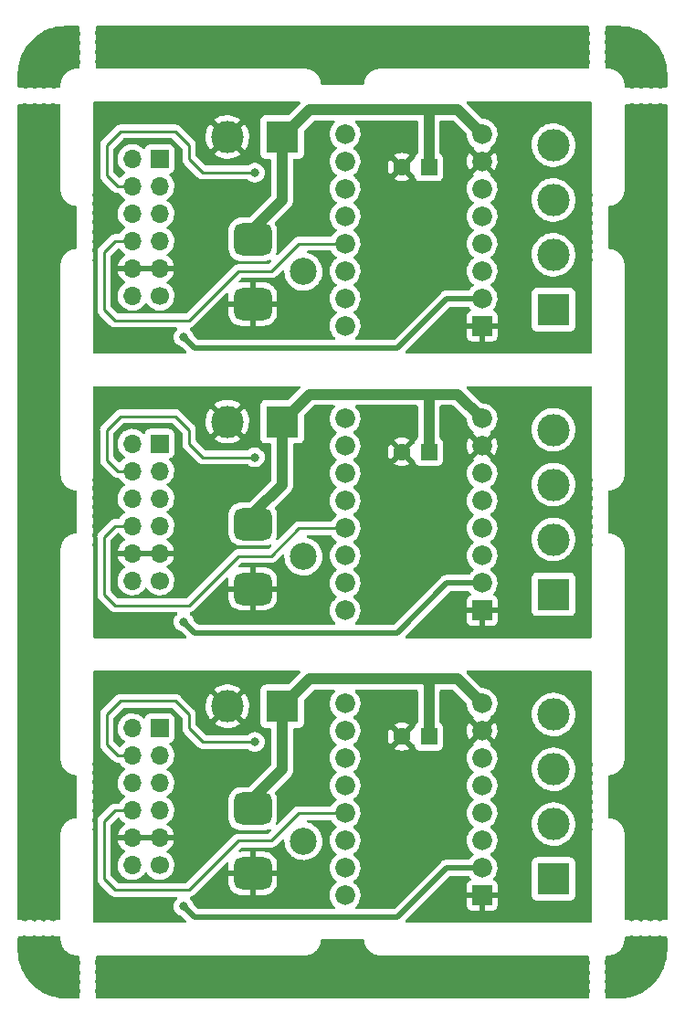
<source format=gbr>
%TF.GenerationSoftware,KiCad,Pcbnew,(6.0.11)*%
%TF.CreationDate,2023-02-22T21:13:02+09:00*%
%TF.ProjectId,panel,70616e65-6c2e-46b6-9963-61645f706362,rev?*%
%TF.SameCoordinates,Original*%
%TF.FileFunction,Copper,L2,Bot*%
%TF.FilePolarity,Positive*%
%FSLAX46Y46*%
G04 Gerber Fmt 4.6, Leading zero omitted, Abs format (unit mm)*
G04 Created by KiCad (PCBNEW (6.0.11)) date 2023-02-22 21:13:02*
%MOMM*%
%LPD*%
G01*
G04 APERTURE LIST*
G04 Aperture macros list*
%AMRoundRect*
0 Rectangle with rounded corners*
0 $1 Rounding radius*
0 $2 $3 $4 $5 $6 $7 $8 $9 X,Y pos of 4 corners*
0 Add a 4 corners polygon primitive as box body*
4,1,4,$2,$3,$4,$5,$6,$7,$8,$9,$2,$3,0*
0 Add four circle primitives for the rounded corners*
1,1,$1+$1,$2,$3*
1,1,$1+$1,$4,$5*
1,1,$1+$1,$6,$7*
1,1,$1+$1,$8,$9*
0 Add four rect primitives between the rounded corners*
20,1,$1+$1,$2,$3,$4,$5,0*
20,1,$1+$1,$4,$5,$6,$7,0*
20,1,$1+$1,$6,$7,$8,$9,0*
20,1,$1+$1,$8,$9,$2,$3,0*%
G04 Aperture macros list end*
%TA.AperFunction,ComponentPad*%
%ADD10R,1.700000X1.700000*%
%TD*%
%TA.AperFunction,ComponentPad*%
%ADD11O,1.700000X1.700000*%
%TD*%
%TA.AperFunction,ComponentPad*%
%ADD12C,1.700000*%
%TD*%
%TA.AperFunction,ComponentPad*%
%ADD13R,1.830000X1.830000*%
%TD*%
%TA.AperFunction,ComponentPad*%
%ADD14C,1.830000*%
%TD*%
%TA.AperFunction,ComponentPad*%
%ADD15RoundRect,0.750000X1.000000X-0.750000X1.000000X0.750000X-1.000000X0.750000X-1.000000X-0.750000X0*%
%TD*%
%TA.AperFunction,ComponentPad*%
%ADD16C,2.500000*%
%TD*%
%TA.AperFunction,ComponentPad*%
%ADD17R,1.600000X1.600000*%
%TD*%
%TA.AperFunction,ComponentPad*%
%ADD18C,1.600000*%
%TD*%
%TA.AperFunction,ComponentPad*%
%ADD19R,3.000000X3.000000*%
%TD*%
%TA.AperFunction,ComponentPad*%
%ADD20C,3.000000*%
%TD*%
%TA.AperFunction,ViaPad*%
%ADD21C,0.800000*%
%TD*%
%TA.AperFunction,Conductor*%
%ADD22C,0.500000*%
%TD*%
%TA.AperFunction,Conductor*%
%ADD23C,1.000000*%
%TD*%
%TA.AperFunction,Conductor*%
%ADD24C,0.250000*%
%TD*%
G04 APERTURE END LIST*
D10*
%TO.P,J1,1*%
%TO.N,Board_0-/MS3*%
X131544000Y-32842000D03*
D11*
%TO.P,J1,2*%
%TO.N,Board_0-/STEP*%
X131544000Y-35382000D03*
%TO.P,J1,3*%
%TO.N,Board_0-/DIR*%
X131544000Y-37922000D03*
%TO.P,J1,4*%
%TO.N,Board_0-/#SLP*%
X131544000Y-40462000D03*
%TO.P,J1,5*%
%TO.N,Board_0-GND*%
X131544000Y-43002000D03*
D12*
%TO.P,J1,6*%
%TO.N,Board_0-Net-(J1-Pad12)*%
X131544000Y-45542000D03*
D11*
%TO.P,J1,7*%
%TO.N,Board_0-/MS2*%
X129004000Y-32842000D03*
%TO.P,J1,8*%
%TO.N,Board_0-/MS1*%
X129004000Y-35382000D03*
%TO.P,J1,9*%
%TO.N,Board_0-/#EN*%
X129004000Y-37922000D03*
%TO.P,J1,10*%
%TO.N,Board_0-/#RST*%
X129004000Y-40462000D03*
%TO.P,J1,11*%
%TO.N,Board_0-GND*%
X129004000Y-43002000D03*
%TO.P,J1,12*%
%TO.N,Board_0-Net-(J1-Pad12)*%
X129004000Y-45542000D03*
%TD*%
D13*
%TO.P,U1,1,GND_1*%
%TO.N,Board_0-GND*%
X161434000Y-48326000D03*
D14*
%TO.P,U1,2,VDD*%
%TO.N,Board_0-Net-(J1-Pad12)*%
X161434000Y-45786000D03*
%TO.P,U1,3,1B*%
%TO.N,Board_0-/1B*%
X161434000Y-43246000D03*
%TO.P,U1,4,1A*%
%TO.N,Board_0-/1A*%
X161434000Y-40706000D03*
%TO.P,U1,5,2A*%
%TO.N,Board_0-/2A*%
X161434000Y-38166000D03*
%TO.P,U1,6,2B*%
%TO.N,Board_0-/2B*%
X161434000Y-35626000D03*
%TO.P,U1,7,GND_2*%
%TO.N,Board_0-GND*%
X161434000Y-33086000D03*
%TO.P,U1,8,VMOT*%
%TO.N,Board_0-/VMOT*%
X161434000Y-30546000D03*
%TO.P,U1,9,DIR*%
%TO.N,Board_0-/DIR*%
X148734000Y-48326000D03*
%TO.P,U1,10,STEP*%
%TO.N,Board_0-/STEP*%
X148734000Y-45786000D03*
%TO.P,U1,11,~{SLP}*%
%TO.N,Board_0-/#SLP*%
X148734000Y-43246000D03*
%TO.P,U1,12,~{RST}*%
%TO.N,Board_0-/#RST*%
X148734000Y-40706000D03*
%TO.P,U1,13,MS3*%
%TO.N,Board_0-/MS3*%
X148734000Y-38166000D03*
%TO.P,U1,14,MS2*%
%TO.N,Board_0-/MS2*%
X148734000Y-35626000D03*
%TO.P,U1,15,MS1*%
%TO.N,Board_0-/MS1*%
X148734000Y-33086000D03*
%TO.P,U1,16,~{EN}*%
%TO.N,Board_0-/#EN*%
X148734000Y-30546000D03*
%TD*%
D15*
%TO.P,J3,1*%
%TO.N,Board_2-/VMOT*%
X140176500Y-93072000D03*
%TO.P,J3,2*%
%TO.N,Board_2-GND*%
X140176500Y-99072000D03*
D16*
%TO.P,J3,3*%
%TO.N,N/C*%
X144876500Y-96072000D03*
%TD*%
D17*
%TO.P,C1,1*%
%TO.N,Board_1-/VMOT*%
X156502904Y-59988000D03*
D18*
%TO.P,C1,2*%
%TO.N,Board_1-GND*%
X154002904Y-59988000D03*
%TD*%
D15*
%TO.P,J3,1*%
%TO.N,Board_1-/VMOT*%
X140176500Y-66688000D03*
%TO.P,J3,2*%
%TO.N,Board_1-GND*%
X140176500Y-72688000D03*
D16*
%TO.P,J3,3*%
%TO.N,N/C*%
X144876500Y-69688000D03*
%TD*%
D10*
%TO.P,J1,1*%
%TO.N,Board_1-/MS3*%
X131544000Y-59226000D03*
D11*
%TO.P,J1,2*%
%TO.N,Board_1-/STEP*%
X131544000Y-61766000D03*
%TO.P,J1,3*%
%TO.N,Board_1-/DIR*%
X131544000Y-64306000D03*
%TO.P,J1,4*%
%TO.N,Board_1-/#SLP*%
X131544000Y-66846000D03*
%TO.P,J1,5*%
%TO.N,Board_1-GND*%
X131544000Y-69386000D03*
D12*
%TO.P,J1,6*%
%TO.N,Board_1-Net-(J1-Pad12)*%
X131544000Y-71926000D03*
D11*
%TO.P,J1,7*%
%TO.N,Board_1-/MS2*%
X129004000Y-59226000D03*
%TO.P,J1,8*%
%TO.N,Board_1-/MS1*%
X129004000Y-61766000D03*
%TO.P,J1,9*%
%TO.N,Board_1-/#EN*%
X129004000Y-64306000D03*
%TO.P,J1,10*%
%TO.N,Board_1-/#RST*%
X129004000Y-66846000D03*
%TO.P,J1,11*%
%TO.N,Board_1-GND*%
X129004000Y-69386000D03*
%TO.P,J1,12*%
%TO.N,Board_1-Net-(J1-Pad12)*%
X129004000Y-71926000D03*
%TD*%
D13*
%TO.P,U1,1,GND_1*%
%TO.N,Board_2-GND*%
X161434000Y-101094000D03*
D14*
%TO.P,U1,2,VDD*%
%TO.N,Board_2-Net-(J1-Pad12)*%
X161434000Y-98554000D03*
%TO.P,U1,3,1B*%
%TO.N,Board_2-/1B*%
X161434000Y-96014000D03*
%TO.P,U1,4,1A*%
%TO.N,Board_2-/1A*%
X161434000Y-93474000D03*
%TO.P,U1,5,2A*%
%TO.N,Board_2-/2A*%
X161434000Y-90934000D03*
%TO.P,U1,6,2B*%
%TO.N,Board_2-/2B*%
X161434000Y-88394000D03*
%TO.P,U1,7,GND_2*%
%TO.N,Board_2-GND*%
X161434000Y-85854000D03*
%TO.P,U1,8,VMOT*%
%TO.N,Board_2-/VMOT*%
X161434000Y-83314000D03*
%TO.P,U1,9,DIR*%
%TO.N,Board_2-/DIR*%
X148734000Y-101094000D03*
%TO.P,U1,10,STEP*%
%TO.N,Board_2-/STEP*%
X148734000Y-98554000D03*
%TO.P,U1,11,~{SLP}*%
%TO.N,Board_2-/#SLP*%
X148734000Y-96014000D03*
%TO.P,U1,12,~{RST}*%
%TO.N,Board_2-/#RST*%
X148734000Y-93474000D03*
%TO.P,U1,13,MS3*%
%TO.N,Board_2-/MS3*%
X148734000Y-90934000D03*
%TO.P,U1,14,MS2*%
%TO.N,Board_2-/MS2*%
X148734000Y-88394000D03*
%TO.P,U1,15,MS1*%
%TO.N,Board_2-/MS1*%
X148734000Y-85854000D03*
%TO.P,U1,16,~{EN}*%
%TO.N,Board_2-/#EN*%
X148734000Y-83314000D03*
%TD*%
D19*
%TO.P,J2,1,Pin_1*%
%TO.N,Board_1-/1B*%
X168058000Y-73196000D03*
D20*
%TO.P,J2,2,Pin_2*%
%TO.N,Board_1-/1A*%
X168058000Y-68116000D03*
%TO.P,J2,3,Pin_3*%
%TO.N,Board_1-/2A*%
X168058000Y-63036000D03*
%TO.P,J2,4,Pin_4*%
%TO.N,Board_1-/2B*%
X168058000Y-57956000D03*
%TD*%
D17*
%TO.P,C1,1*%
%TO.N,Board_2-/VMOT*%
X156502904Y-86372000D03*
D18*
%TO.P,C1,2*%
%TO.N,Board_2-GND*%
X154002904Y-86372000D03*
%TD*%
D15*
%TO.P,J3,1*%
%TO.N,Board_0-/VMOT*%
X140176500Y-40304000D03*
%TO.P,J3,2*%
%TO.N,Board_0-GND*%
X140176500Y-46304000D03*
D16*
%TO.P,J3,3*%
%TO.N,N/C*%
X144876500Y-43304000D03*
%TD*%
D17*
%TO.P,C1,1*%
%TO.N,Board_0-/VMOT*%
X156502904Y-33604000D03*
D18*
%TO.P,C1,2*%
%TO.N,Board_0-GND*%
X154002904Y-33604000D03*
%TD*%
D19*
%TO.P,J4,1,Pin_1*%
%TO.N,Board_1-/VMOT*%
X142912000Y-57194000D03*
D20*
%TO.P,J4,2,Pin_2*%
%TO.N,Board_1-GND*%
X137832000Y-57194000D03*
%TD*%
D13*
%TO.P,U1,1,GND_1*%
%TO.N,Board_1-GND*%
X161434000Y-74710000D03*
D14*
%TO.P,U1,2,VDD*%
%TO.N,Board_1-Net-(J1-Pad12)*%
X161434000Y-72170000D03*
%TO.P,U1,3,1B*%
%TO.N,Board_1-/1B*%
X161434000Y-69630000D03*
%TO.P,U1,4,1A*%
%TO.N,Board_1-/1A*%
X161434000Y-67090000D03*
%TO.P,U1,5,2A*%
%TO.N,Board_1-/2A*%
X161434000Y-64550000D03*
%TO.P,U1,6,2B*%
%TO.N,Board_1-/2B*%
X161434000Y-62010000D03*
%TO.P,U1,7,GND_2*%
%TO.N,Board_1-GND*%
X161434000Y-59470000D03*
%TO.P,U1,8,VMOT*%
%TO.N,Board_1-/VMOT*%
X161434000Y-56930000D03*
%TO.P,U1,9,DIR*%
%TO.N,Board_1-/DIR*%
X148734000Y-74710000D03*
%TO.P,U1,10,STEP*%
%TO.N,Board_1-/STEP*%
X148734000Y-72170000D03*
%TO.P,U1,11,~{SLP}*%
%TO.N,Board_1-/#SLP*%
X148734000Y-69630000D03*
%TO.P,U1,12,~{RST}*%
%TO.N,Board_1-/#RST*%
X148734000Y-67090000D03*
%TO.P,U1,13,MS3*%
%TO.N,Board_1-/MS3*%
X148734000Y-64550000D03*
%TO.P,U1,14,MS2*%
%TO.N,Board_1-/MS2*%
X148734000Y-62010000D03*
%TO.P,U1,15,MS1*%
%TO.N,Board_1-/MS1*%
X148734000Y-59470000D03*
%TO.P,U1,16,~{EN}*%
%TO.N,Board_1-/#EN*%
X148734000Y-56930000D03*
%TD*%
D19*
%TO.P,J4,1,Pin_1*%
%TO.N,Board_0-/VMOT*%
X142912000Y-30810000D03*
D20*
%TO.P,J4,2,Pin_2*%
%TO.N,Board_0-GND*%
X137832000Y-30810000D03*
%TD*%
D19*
%TO.P,J4,1,Pin_1*%
%TO.N,Board_2-/VMOT*%
X142912000Y-83578000D03*
D20*
%TO.P,J4,2,Pin_2*%
%TO.N,Board_2-GND*%
X137832000Y-83578000D03*
%TD*%
D19*
%TO.P,J2,1,Pin_1*%
%TO.N,Board_2-/1B*%
X168058000Y-99580000D03*
D20*
%TO.P,J2,2,Pin_2*%
%TO.N,Board_2-/1A*%
X168058000Y-94500000D03*
%TO.P,J2,3,Pin_3*%
%TO.N,Board_2-/2A*%
X168058000Y-89420000D03*
%TO.P,J2,4,Pin_4*%
%TO.N,Board_2-/2B*%
X168058000Y-84340000D03*
%TD*%
D19*
%TO.P,J2,1,Pin_1*%
%TO.N,Board_0-/1B*%
X168058000Y-46812000D03*
D20*
%TO.P,J2,2,Pin_2*%
%TO.N,Board_0-/1A*%
X168058000Y-41732000D03*
%TO.P,J2,3,Pin_3*%
%TO.N,Board_0-/2A*%
X168058000Y-36652000D03*
%TO.P,J2,4,Pin_4*%
%TO.N,Board_0-/2B*%
X168058000Y-31572000D03*
%TD*%
D10*
%TO.P,J1,1*%
%TO.N,Board_2-/MS3*%
X131544000Y-85610000D03*
D11*
%TO.P,J1,2*%
%TO.N,Board_2-/STEP*%
X131544000Y-88150000D03*
%TO.P,J1,3*%
%TO.N,Board_2-/DIR*%
X131544000Y-90690000D03*
%TO.P,J1,4*%
%TO.N,Board_2-/#SLP*%
X131544000Y-93230000D03*
%TO.P,J1,5*%
%TO.N,Board_2-GND*%
X131544000Y-95770000D03*
D12*
%TO.P,J1,6*%
%TO.N,Board_2-Net-(J1-Pad12)*%
X131544000Y-98310000D03*
D11*
%TO.P,J1,7*%
%TO.N,Board_2-/MS2*%
X129004000Y-85610000D03*
%TO.P,J1,8*%
%TO.N,Board_2-/MS1*%
X129004000Y-88150000D03*
%TO.P,J1,9*%
%TO.N,Board_2-/#EN*%
X129004000Y-90690000D03*
%TO.P,J1,10*%
%TO.N,Board_2-/#RST*%
X129004000Y-93230000D03*
%TO.P,J1,11*%
%TO.N,Board_2-GND*%
X129004000Y-95770000D03*
%TO.P,J1,12*%
%TO.N,Board_2-Net-(J1-Pad12)*%
X129004000Y-98310000D03*
%TD*%
D21*
%TO.N,Board_2-Net-(J1-Pad12)*%
X133768000Y-102120000D03*
%TO.N,Board_2-GND*%
X146214000Y-84594000D03*
X136308000Y-96532000D03*
X145198000Y-91198000D03*
X144182000Y-99834000D03*
X126402000Y-89420000D03*
X137324000Y-90944000D03*
X131228000Y-102120000D03*
X133768000Y-81546000D03*
%TO.N,Board_2-/MS1*%
X140372000Y-86880000D03*
%TO.N,Board_1-Net-(J1-Pad12)*%
X133768000Y-75736000D03*
%TO.N,Board_1-GND*%
X146214000Y-58210000D03*
X136308000Y-70148000D03*
X145198000Y-64814000D03*
X144182000Y-73450000D03*
X126402000Y-63036000D03*
X137324000Y-64560000D03*
X131228000Y-75736000D03*
X133768000Y-55162000D03*
%TO.N,Board_1-/MS1*%
X140372000Y-60496000D03*
%TO.N,Board_0-Net-(J1-Pad12)*%
X133768000Y-49352000D03*
%TO.N,Board_0-GND*%
X146214000Y-31826000D03*
X136308000Y-43764000D03*
X145198000Y-38430000D03*
X144182000Y-47066000D03*
X126402000Y-36652000D03*
X137324000Y-38176000D03*
X131228000Y-49352000D03*
X133768000Y-28778000D03*
%TO.N,Board_0-/MS1*%
X140372000Y-34112000D03*
%TD*%
D22*
%TO.N,Board_2-Net-(J1-Pad12)*%
X153580000Y-103136000D02*
X134784000Y-103136000D01*
X153580000Y-103136000D02*
X158162000Y-98554000D01*
X134784000Y-103136000D02*
X133768000Y-102120000D01*
X158162000Y-98554000D02*
X161434000Y-98554000D01*
D23*
%TO.N,Board_2-/VMOT*%
X140384000Y-91948000D02*
X142912000Y-89420000D01*
X156120000Y-81038000D02*
X145452000Y-81038000D01*
X156502904Y-86372000D02*
X156502904Y-81420904D01*
X161434000Y-83314000D02*
X159158000Y-81038000D01*
X142912000Y-89420000D02*
X142912000Y-83578000D01*
X140384000Y-93126000D02*
X140384000Y-91948000D01*
X159158000Y-81038000D02*
X156120000Y-81038000D01*
X145452000Y-81038000D02*
X142912000Y-83578000D01*
X156502904Y-81420904D02*
X156120000Y-81038000D01*
D24*
%TO.N,Board_2-/MS1*%
X127926000Y-83070000D02*
X126656000Y-84340000D01*
X134276000Y-84340000D02*
X133006000Y-83070000D01*
X126656000Y-87134000D02*
X127672000Y-88150000D01*
X140372000Y-86880000D02*
X135546000Y-86880000D01*
X135546000Y-86880000D02*
X134276000Y-85610000D01*
X127672000Y-88150000D02*
X129004000Y-88150000D01*
X133006000Y-83070000D02*
X127926000Y-83070000D01*
X134276000Y-85610000D02*
X134276000Y-84340000D01*
X126656000Y-84340000D02*
X126656000Y-87134000D01*
%TO.N,Board_2-/#RST*%
X127418000Y-93230000D02*
X126402000Y-94246000D01*
X126402000Y-94246000D02*
X126402000Y-99580000D01*
X129004000Y-93230000D02*
X127418000Y-93230000D01*
X127418000Y-100596000D02*
X134276000Y-100596000D01*
X138848000Y-96024000D02*
X141896000Y-96024000D01*
X134276000Y-100596000D02*
X138848000Y-96024000D01*
X126402000Y-99580000D02*
X127418000Y-100596000D01*
X141896000Y-96024000D02*
X144446000Y-93474000D01*
X144446000Y-93474000D02*
X148734000Y-93474000D01*
D22*
%TO.N,Board_1-Net-(J1-Pad12)*%
X153580000Y-76752000D02*
X134784000Y-76752000D01*
X153580000Y-76752000D02*
X158162000Y-72170000D01*
X134784000Y-76752000D02*
X133768000Y-75736000D01*
X158162000Y-72170000D02*
X161434000Y-72170000D01*
D23*
%TO.N,Board_1-/VMOT*%
X140384000Y-65564000D02*
X142912000Y-63036000D01*
X156120000Y-54654000D02*
X145452000Y-54654000D01*
X156502904Y-59988000D02*
X156502904Y-55036904D01*
X161434000Y-56930000D02*
X159158000Y-54654000D01*
X142912000Y-63036000D02*
X142912000Y-57194000D01*
X140384000Y-66742000D02*
X140384000Y-65564000D01*
X159158000Y-54654000D02*
X156120000Y-54654000D01*
X145452000Y-54654000D02*
X142912000Y-57194000D01*
X156502904Y-55036904D02*
X156120000Y-54654000D01*
D24*
%TO.N,Board_1-/MS1*%
X127926000Y-56686000D02*
X126656000Y-57956000D01*
X134276000Y-57956000D02*
X133006000Y-56686000D01*
X126656000Y-60750000D02*
X127672000Y-61766000D01*
X140372000Y-60496000D02*
X135546000Y-60496000D01*
X135546000Y-60496000D02*
X134276000Y-59226000D01*
X127672000Y-61766000D02*
X129004000Y-61766000D01*
X133006000Y-56686000D02*
X127926000Y-56686000D01*
X134276000Y-59226000D02*
X134276000Y-57956000D01*
X126656000Y-57956000D02*
X126656000Y-60750000D01*
%TO.N,Board_1-/#RST*%
X127418000Y-66846000D02*
X126402000Y-67862000D01*
X126402000Y-67862000D02*
X126402000Y-73196000D01*
X129004000Y-66846000D02*
X127418000Y-66846000D01*
X127418000Y-74212000D02*
X134276000Y-74212000D01*
X138848000Y-69640000D02*
X141896000Y-69640000D01*
X134276000Y-74212000D02*
X138848000Y-69640000D01*
X126402000Y-73196000D02*
X127418000Y-74212000D01*
X141896000Y-69640000D02*
X144446000Y-67090000D01*
X144446000Y-67090000D02*
X148734000Y-67090000D01*
D22*
%TO.N,Board_0-Net-(J1-Pad12)*%
X153580000Y-50368000D02*
X134784000Y-50368000D01*
X153580000Y-50368000D02*
X158162000Y-45786000D01*
X134784000Y-50368000D02*
X133768000Y-49352000D01*
X158162000Y-45786000D02*
X161434000Y-45786000D01*
D23*
%TO.N,Board_0-/VMOT*%
X140384000Y-39180000D02*
X142912000Y-36652000D01*
X156120000Y-28270000D02*
X145452000Y-28270000D01*
X156502904Y-33604000D02*
X156502904Y-28652904D01*
X161434000Y-30546000D02*
X159158000Y-28270000D01*
X142912000Y-36652000D02*
X142912000Y-30810000D01*
X140384000Y-40358000D02*
X140384000Y-39180000D01*
X159158000Y-28270000D02*
X156120000Y-28270000D01*
X145452000Y-28270000D02*
X142912000Y-30810000D01*
X156502904Y-28652904D02*
X156120000Y-28270000D01*
D24*
%TO.N,Board_0-/MS1*%
X127926000Y-30302000D02*
X126656000Y-31572000D01*
X134276000Y-31572000D02*
X133006000Y-30302000D01*
X126656000Y-34366000D02*
X127672000Y-35382000D01*
X140372000Y-34112000D02*
X135546000Y-34112000D01*
X135546000Y-34112000D02*
X134276000Y-32842000D01*
X127672000Y-35382000D02*
X129004000Y-35382000D01*
X133006000Y-30302000D02*
X127926000Y-30302000D01*
X134276000Y-32842000D02*
X134276000Y-31572000D01*
X126656000Y-31572000D02*
X126656000Y-34366000D01*
%TO.N,Board_0-/#RST*%
X127418000Y-40462000D02*
X126402000Y-41478000D01*
X126402000Y-41478000D02*
X126402000Y-46812000D01*
X129004000Y-40462000D02*
X127418000Y-40462000D01*
X127418000Y-47828000D02*
X134276000Y-47828000D01*
X138848000Y-43256000D02*
X141896000Y-43256000D01*
X134276000Y-47828000D02*
X138848000Y-43256000D01*
X126402000Y-46812000D02*
X127418000Y-47828000D01*
X141896000Y-43256000D02*
X144446000Y-40706000D01*
X144446000Y-40706000D02*
X148734000Y-40706000D01*
%TD*%
%TA.AperFunction,Conductor*%
%TO.N,Board_0-GND*%
G36*
X171555621Y-27528502D02*
G01*
X171602114Y-27582158D01*
X171613500Y-27634500D01*
X171613500Y-35663032D01*
X171613325Y-35669668D01*
X171613312Y-35669924D01*
X171612681Y-35674749D01*
X171612800Y-35679609D01*
X171612800Y-35679614D01*
X171613462Y-35706571D01*
X171613500Y-35709659D01*
X171613500Y-35738390D01*
X171613525Y-35738562D01*
X171613565Y-35739767D01*
X171613551Y-35743636D01*
X171613159Y-35748481D01*
X171613517Y-35753333D01*
X171614927Y-35772439D01*
X171615231Y-35778616D01*
X171615744Y-35799552D01*
X171616488Y-35803968D01*
X171616784Y-35807058D01*
X171617230Y-35813360D01*
X171617400Y-35817092D01*
X171617245Y-35821965D01*
X171620189Y-35845838D01*
X171620792Y-35851953D01*
X171622334Y-35872862D01*
X171623295Y-35877243D01*
X171623741Y-35880304D01*
X171624496Y-35886587D01*
X171624847Y-35890292D01*
X171624932Y-35895163D01*
X171626189Y-35902407D01*
X171629038Y-35918824D01*
X171629946Y-35924946D01*
X171632511Y-35945745D01*
X171633685Y-35950073D01*
X171634277Y-35953087D01*
X171635341Y-35959328D01*
X171635876Y-35963030D01*
X171636200Y-35967894D01*
X171637267Y-35972645D01*
X171637267Y-35972646D01*
X171641470Y-35991363D01*
X171642672Y-35997408D01*
X171646253Y-36018044D01*
X171647639Y-36022313D01*
X171648377Y-36025289D01*
X171649742Y-36031459D01*
X171650466Y-36035166D01*
X171651026Y-36039995D01*
X171652323Y-36044681D01*
X171652323Y-36044682D01*
X171657432Y-36063144D01*
X171658934Y-36069142D01*
X171662502Y-36085028D01*
X171663525Y-36089583D01*
X171665116Y-36093771D01*
X171666007Y-36096735D01*
X171667672Y-36102826D01*
X171668574Y-36106480D01*
X171669371Y-36111280D01*
X171676924Y-36134144D01*
X171678706Y-36140017D01*
X171683818Y-36158487D01*
X171684290Y-36160194D01*
X171683048Y-36160538D01*
X171686675Y-36225740D01*
X171677407Y-36249067D01*
X171678271Y-36249443D01*
X171675349Y-36256162D01*
X171671674Y-36262490D01*
X171669553Y-36269494D01*
X171669551Y-36269498D01*
X171642371Y-36359240D01*
X171620405Y-36431767D01*
X171609453Y-36608298D01*
X171610693Y-36615514D01*
X171610693Y-36615516D01*
X171638166Y-36775398D01*
X171639406Y-36782614D01*
X171708657Y-36945364D01*
X171710570Y-36947963D01*
X171726560Y-37015404D01*
X171709691Y-37072039D01*
X171671674Y-37137490D01*
X171669553Y-37144494D01*
X171669551Y-37144498D01*
X171642481Y-37233877D01*
X171620405Y-37306767D01*
X171609453Y-37483298D01*
X171610693Y-37490514D01*
X171610693Y-37490516D01*
X171624339Y-37569928D01*
X171639406Y-37657614D01*
X171708657Y-37820364D01*
X171710570Y-37822963D01*
X171726560Y-37890404D01*
X171709691Y-37947039D01*
X171671674Y-38012490D01*
X171669553Y-38019494D01*
X171669551Y-38019498D01*
X171637304Y-38125970D01*
X171620405Y-38181767D01*
X171609453Y-38358298D01*
X171610693Y-38365514D01*
X171610693Y-38365516D01*
X171627397Y-38462725D01*
X171639406Y-38532614D01*
X171708657Y-38695364D01*
X171710570Y-38697963D01*
X171726560Y-38765404D01*
X171709691Y-38822039D01*
X171671674Y-38887490D01*
X171669553Y-38894494D01*
X171669551Y-38894498D01*
X171636021Y-39005206D01*
X171620405Y-39056767D01*
X171609453Y-39233298D01*
X171610693Y-39240514D01*
X171610693Y-39240516D01*
X171612901Y-39253364D01*
X171639406Y-39407614D01*
X171708657Y-39570364D01*
X171710570Y-39572963D01*
X171726560Y-39640404D01*
X171709691Y-39697039D01*
X171671674Y-39762490D01*
X171669553Y-39769494D01*
X171669551Y-39769498D01*
X171637301Y-39875982D01*
X171620405Y-39931767D01*
X171609453Y-40108298D01*
X171610693Y-40115514D01*
X171610693Y-40115516D01*
X171633060Y-40245682D01*
X171639406Y-40282614D01*
X171708657Y-40445364D01*
X171710570Y-40447963D01*
X171726560Y-40515404D01*
X171709691Y-40572039D01*
X171671674Y-40637490D01*
X171669553Y-40644494D01*
X171669551Y-40644498D01*
X171639131Y-40744939D01*
X171620405Y-40806767D01*
X171609453Y-40983298D01*
X171610693Y-40990514D01*
X171610693Y-40990516D01*
X171637530Y-41146699D01*
X171639406Y-41157614D01*
X171708657Y-41320364D01*
X171710570Y-41322963D01*
X171726560Y-41390404D01*
X171709691Y-41447039D01*
X171671674Y-41512490D01*
X171669553Y-41519494D01*
X171669551Y-41519498D01*
X171635550Y-41631761D01*
X171620405Y-41681767D01*
X171609453Y-41858298D01*
X171610693Y-41865514D01*
X171610693Y-41865516D01*
X171636451Y-42015416D01*
X171639406Y-42032614D01*
X171672098Y-42109443D01*
X171681724Y-42132066D01*
X171689991Y-42202580D01*
X171685263Y-42220492D01*
X171685117Y-42220816D01*
X171683820Y-42225503D01*
X171678711Y-42243966D01*
X171676919Y-42249874D01*
X171670344Y-42269775D01*
X171669556Y-42274185D01*
X171668792Y-42277201D01*
X171667089Y-42283284D01*
X171665992Y-42286854D01*
X171664205Y-42291390D01*
X171663138Y-42296143D01*
X171663137Y-42296145D01*
X171658938Y-42314844D01*
X171657440Y-42320825D01*
X171651853Y-42341016D01*
X171651283Y-42345457D01*
X171650671Y-42348492D01*
X171649268Y-42354652D01*
X171648344Y-42358287D01*
X171646783Y-42362899D01*
X171645950Y-42367700D01*
X171642671Y-42386596D01*
X171641469Y-42392640D01*
X171636880Y-42413079D01*
X171636528Y-42417549D01*
X171636070Y-42420584D01*
X171634969Y-42426813D01*
X171634222Y-42430499D01*
X171632891Y-42435177D01*
X171629948Y-42459042D01*
X171629044Y-42465140D01*
X171625462Y-42485781D01*
X171625330Y-42490261D01*
X171625021Y-42493318D01*
X171624227Y-42499598D01*
X171623664Y-42503305D01*
X171622563Y-42508045D01*
X171622205Y-42512900D01*
X171622204Y-42512906D01*
X171620792Y-42532038D01*
X171620189Y-42538173D01*
X171617625Y-42558957D01*
X171617713Y-42563437D01*
X171617554Y-42566508D01*
X171617070Y-42572815D01*
X171616689Y-42576546D01*
X171615820Y-42581347D01*
X171615700Y-42586218D01*
X171615700Y-42586222D01*
X171615230Y-42605371D01*
X171614928Y-42611533D01*
X171613387Y-42632426D01*
X171613694Y-42636897D01*
X171613685Y-42640432D01*
X171613637Y-42641625D01*
X171613500Y-42642508D01*
X171613500Y-42674333D01*
X171613462Y-42677424D01*
X171612757Y-42706150D01*
X171613283Y-42710599D01*
X171613363Y-42712312D01*
X171613500Y-42718180D01*
X171613500Y-50749500D01*
X171593498Y-50817621D01*
X171539842Y-50864114D01*
X171487500Y-50875500D01*
X154449371Y-50875500D01*
X154381250Y-50855498D01*
X154334757Y-50801842D01*
X154324653Y-50731568D01*
X154354147Y-50666988D01*
X154360276Y-50660405D01*
X155735012Y-49285669D01*
X160011001Y-49285669D01*
X160011371Y-49292490D01*
X160016895Y-49343352D01*
X160020521Y-49358604D01*
X160065676Y-49479054D01*
X160074214Y-49494649D01*
X160150715Y-49596724D01*
X160163276Y-49609285D01*
X160265351Y-49685786D01*
X160280946Y-49694324D01*
X160401394Y-49739478D01*
X160416649Y-49743105D01*
X160467514Y-49748631D01*
X160474328Y-49749000D01*
X161161885Y-49749000D01*
X161177124Y-49744525D01*
X161178329Y-49743135D01*
X161180000Y-49735452D01*
X161180000Y-49730884D01*
X161688000Y-49730884D01*
X161692475Y-49746123D01*
X161693865Y-49747328D01*
X161701548Y-49748999D01*
X162393669Y-49748999D01*
X162400490Y-49748629D01*
X162451352Y-49743105D01*
X162466604Y-49739479D01*
X162587054Y-49694324D01*
X162602649Y-49685786D01*
X162704724Y-49609285D01*
X162717285Y-49596724D01*
X162793786Y-49494649D01*
X162802324Y-49479054D01*
X162847478Y-49358606D01*
X162851105Y-49343351D01*
X162856631Y-49292486D01*
X162857000Y-49285672D01*
X162857000Y-48598115D01*
X162852525Y-48582876D01*
X162851135Y-48581671D01*
X162843452Y-48580000D01*
X161706115Y-48580000D01*
X161690876Y-48584475D01*
X161689671Y-48585865D01*
X161688000Y-48593548D01*
X161688000Y-49730884D01*
X161180000Y-49730884D01*
X161180000Y-48598115D01*
X161175525Y-48582876D01*
X161174135Y-48581671D01*
X161166452Y-48580000D01*
X160029116Y-48580000D01*
X160013877Y-48584475D01*
X160012672Y-48585865D01*
X160011001Y-48593548D01*
X160011001Y-49285669D01*
X155735012Y-49285669D01*
X156660547Y-48360134D01*
X166049500Y-48360134D01*
X166056255Y-48422316D01*
X166107385Y-48558705D01*
X166194739Y-48675261D01*
X166311295Y-48762615D01*
X166447684Y-48813745D01*
X166509866Y-48820500D01*
X169606134Y-48820500D01*
X169668316Y-48813745D01*
X169804705Y-48762615D01*
X169921261Y-48675261D01*
X170008615Y-48558705D01*
X170059745Y-48422316D01*
X170066500Y-48360134D01*
X170066500Y-45263866D01*
X170059745Y-45201684D01*
X170008615Y-45065295D01*
X169921261Y-44948739D01*
X169804705Y-44861385D01*
X169668316Y-44810255D01*
X169606134Y-44803500D01*
X166509866Y-44803500D01*
X166447684Y-44810255D01*
X166311295Y-44861385D01*
X166194739Y-44948739D01*
X166107385Y-45065295D01*
X166056255Y-45201684D01*
X166049500Y-45263866D01*
X166049500Y-48360134D01*
X156660547Y-48360134D01*
X158439276Y-46581405D01*
X158501588Y-46547379D01*
X158528371Y-46544500D01*
X160158636Y-46544500D01*
X160226757Y-46564502D01*
X160266068Y-46604664D01*
X160278654Y-46625203D01*
X160278660Y-46625211D01*
X160281355Y-46629609D01*
X160377187Y-46740240D01*
X160406669Y-46804825D01*
X160396554Y-46875098D01*
X160350053Y-46928746D01*
X160326178Y-46940719D01*
X160280948Y-46957675D01*
X160265351Y-46966214D01*
X160163276Y-47042715D01*
X160150715Y-47055276D01*
X160074214Y-47157351D01*
X160065676Y-47172946D01*
X160020522Y-47293394D01*
X160016895Y-47308649D01*
X160011369Y-47359514D01*
X160011000Y-47366328D01*
X160011000Y-48053885D01*
X160015475Y-48069124D01*
X160016865Y-48070329D01*
X160024548Y-48072000D01*
X162838884Y-48072000D01*
X162854123Y-48067525D01*
X162855328Y-48066135D01*
X162856999Y-48058452D01*
X162856999Y-47366331D01*
X162856629Y-47359510D01*
X162851105Y-47308648D01*
X162847479Y-47293396D01*
X162802324Y-47172946D01*
X162793786Y-47157351D01*
X162717285Y-47055276D01*
X162704724Y-47042715D01*
X162602649Y-46966214D01*
X162587054Y-46957676D01*
X162543894Y-46941496D01*
X162487130Y-46898854D01*
X162462430Y-46832293D01*
X162477637Y-46762944D01*
X162499185Y-46734263D01*
X162518100Y-46715415D01*
X162518110Y-46715403D01*
X162521765Y-46711761D01*
X162562317Y-46655327D01*
X162655342Y-46525871D01*
X162655346Y-46525865D01*
X162658360Y-46521670D01*
X162701478Y-46434428D01*
X162759779Y-46316463D01*
X162759780Y-46316461D01*
X162762073Y-46311821D01*
X162830120Y-46087852D01*
X162860674Y-45855776D01*
X162862379Y-45786000D01*
X162848066Y-45611908D01*
X162843623Y-45557860D01*
X162843622Y-45557854D01*
X162843199Y-45552709D01*
X162786174Y-45325682D01*
X162692835Y-45111018D01*
X162565690Y-44914481D01*
X162547775Y-44894792D01*
X162411630Y-44745172D01*
X162411628Y-44745171D01*
X162408152Y-44741350D01*
X162404101Y-44738151D01*
X162404097Y-44738147D01*
X162281891Y-44641635D01*
X162246053Y-44613332D01*
X162204991Y-44555416D01*
X162201759Y-44484493D01*
X162237384Y-44423081D01*
X162250978Y-44411872D01*
X162351750Y-44339993D01*
X162351761Y-44339984D01*
X162355958Y-44336990D01*
X162384194Y-44308853D01*
X162441756Y-44251491D01*
X162521765Y-44171761D01*
X162562613Y-44114916D01*
X162655342Y-43985871D01*
X162655346Y-43985865D01*
X162658360Y-43981670D01*
X162685674Y-43926405D01*
X162759779Y-43776463D01*
X162759780Y-43776461D01*
X162762073Y-43771821D01*
X162830120Y-43547852D01*
X162860674Y-43315776D01*
X162861696Y-43273962D01*
X162862297Y-43249365D01*
X162862297Y-43249361D01*
X162862379Y-43246000D01*
X162854310Y-43147860D01*
X162843623Y-43017860D01*
X162843622Y-43017854D01*
X162843199Y-43012709D01*
X162786174Y-42785682D01*
X162692835Y-42571018D01*
X162565690Y-42374481D01*
X162555152Y-42362899D01*
X162411630Y-42205172D01*
X162411628Y-42205171D01*
X162408152Y-42201350D01*
X162404101Y-42198151D01*
X162404097Y-42198147D01*
X162300474Y-42116311D01*
X162246053Y-42073332D01*
X162204991Y-42015416D01*
X162201759Y-41944493D01*
X162237384Y-41883081D01*
X162250978Y-41871872D01*
X162351750Y-41799993D01*
X162351761Y-41799984D01*
X162355958Y-41796990D01*
X162360369Y-41792595D01*
X162442332Y-41710918D01*
X166044917Y-41710918D01*
X166060682Y-41984320D01*
X166061507Y-41988525D01*
X166061508Y-41988533D01*
X166086577Y-42116311D01*
X166113405Y-42253053D01*
X166114792Y-42257103D01*
X166114793Y-42257108D01*
X166200723Y-42508088D01*
X166202112Y-42512144D01*
X166258245Y-42623752D01*
X166320735Y-42748000D01*
X166325160Y-42756799D01*
X166327586Y-42760328D01*
X166327589Y-42760334D01*
X166474009Y-42973374D01*
X166480274Y-42982490D01*
X166483161Y-42985663D01*
X166483162Y-42985664D01*
X166661692Y-43181867D01*
X166664582Y-43185043D01*
X166667877Y-43187798D01*
X166667878Y-43187799D01*
X166695748Y-43211102D01*
X166874675Y-43360707D01*
X166878316Y-43362991D01*
X167103024Y-43503951D01*
X167103028Y-43503953D01*
X167106664Y-43506234D01*
X167231461Y-43562582D01*
X167352345Y-43617164D01*
X167352349Y-43617166D01*
X167356257Y-43618930D01*
X167360377Y-43620150D01*
X167360376Y-43620150D01*
X167614723Y-43695491D01*
X167614727Y-43695492D01*
X167618836Y-43696709D01*
X167623070Y-43697357D01*
X167623075Y-43697358D01*
X167885298Y-43737483D01*
X167885300Y-43737483D01*
X167889540Y-43738132D01*
X168028912Y-43740322D01*
X168159071Y-43742367D01*
X168159077Y-43742367D01*
X168163362Y-43742434D01*
X168435235Y-43709534D01*
X168700127Y-43640041D01*
X168704087Y-43638401D01*
X168704092Y-43638399D01*
X168826631Y-43587641D01*
X168953136Y-43535241D01*
X169116749Y-43439633D01*
X169185879Y-43399237D01*
X169185880Y-43399236D01*
X169189582Y-43397073D01*
X169405089Y-43228094D01*
X169421556Y-43211102D01*
X169579612Y-43048000D01*
X169595669Y-43031431D01*
X169598202Y-43027983D01*
X169598206Y-43027978D01*
X169755257Y-42814178D01*
X169757795Y-42810723D01*
X169773966Y-42780940D01*
X169886418Y-42573830D01*
X169886419Y-42573828D01*
X169888468Y-42570054D01*
X169947784Y-42413079D01*
X169983751Y-42317895D01*
X169983752Y-42317891D01*
X169985269Y-42313877D01*
X170015565Y-42181599D01*
X170045449Y-42051117D01*
X170045450Y-42051113D01*
X170046407Y-42046933D01*
X170047266Y-42037315D01*
X170070531Y-41776627D01*
X170070531Y-41776625D01*
X170070751Y-41774161D01*
X170070787Y-41770777D01*
X170071167Y-41734484D01*
X170071167Y-41734483D01*
X170071193Y-41732000D01*
X170067037Y-41671040D01*
X170052859Y-41463055D01*
X170052858Y-41463049D01*
X170052567Y-41458778D01*
X170038384Y-41390289D01*
X170013678Y-41270990D01*
X169997032Y-41190612D01*
X169905617Y-40932465D01*
X169811475Y-40750069D01*
X169781978Y-40692919D01*
X169781978Y-40692918D01*
X169780013Y-40689112D01*
X169770040Y-40674921D01*
X169691153Y-40562677D01*
X169622545Y-40465057D01*
X169446303Y-40275398D01*
X169439046Y-40267588D01*
X169439043Y-40267585D01*
X169436125Y-40264445D01*
X169432810Y-40261731D01*
X169432806Y-40261728D01*
X169259625Y-40119981D01*
X169224205Y-40090990D01*
X168990704Y-39947901D01*
X168986768Y-39946173D01*
X168743873Y-39839549D01*
X168743869Y-39839548D01*
X168739945Y-39837825D01*
X168476566Y-39762800D01*
X168472324Y-39762196D01*
X168472318Y-39762195D01*
X168271834Y-39733662D01*
X168205443Y-39724213D01*
X168061589Y-39723460D01*
X167935877Y-39722802D01*
X167935871Y-39722802D01*
X167931591Y-39722780D01*
X167927347Y-39723339D01*
X167927343Y-39723339D01*
X167808302Y-39739011D01*
X167660078Y-39758525D01*
X167655938Y-39759658D01*
X167655936Y-39759658D01*
X167619967Y-39769498D01*
X167395928Y-39830788D01*
X167391980Y-39832472D01*
X167147982Y-39936546D01*
X167147978Y-39936548D01*
X167144030Y-39938232D01*
X167032199Y-40005161D01*
X166912725Y-40076664D01*
X166912721Y-40076667D01*
X166909043Y-40078868D01*
X166695318Y-40250094D01*
X166586749Y-40364502D01*
X166510014Y-40445364D01*
X166506808Y-40448742D01*
X166347002Y-40671136D01*
X166218857Y-40913161D01*
X166217385Y-40917184D01*
X166217383Y-40917188D01*
X166128441Y-41160232D01*
X166124743Y-41170337D01*
X166066404Y-41437907D01*
X166058065Y-41543858D01*
X166046984Y-41684661D01*
X166044917Y-41710918D01*
X162442332Y-41710918D01*
X162461980Y-41691338D01*
X162521765Y-41631761D01*
X162543592Y-41601386D01*
X162655342Y-41445871D01*
X162655346Y-41445865D01*
X162658360Y-41441670D01*
X162669588Y-41418953D01*
X162759779Y-41236463D01*
X162759780Y-41236461D01*
X162762073Y-41231821D01*
X162830120Y-41007852D01*
X162860674Y-40775776D01*
X162861881Y-40726386D01*
X162862297Y-40709365D01*
X162862297Y-40709361D01*
X162862379Y-40706000D01*
X162848066Y-40531908D01*
X162843623Y-40477860D01*
X162843622Y-40477854D01*
X162843199Y-40472709D01*
X162786174Y-40245682D01*
X162717938Y-40088751D01*
X162694900Y-40035767D01*
X162694900Y-40035766D01*
X162692835Y-40031018D01*
X162565690Y-39834481D01*
X162561556Y-39829937D01*
X162411630Y-39665172D01*
X162411628Y-39665171D01*
X162408152Y-39661350D01*
X162404101Y-39658151D01*
X162404097Y-39658147D01*
X162292944Y-39570364D01*
X162246053Y-39533332D01*
X162204991Y-39475416D01*
X162201759Y-39404493D01*
X162237384Y-39343081D01*
X162250978Y-39331872D01*
X162351750Y-39259993D01*
X162351761Y-39259984D01*
X162355958Y-39256990D01*
X162387070Y-39225987D01*
X162469861Y-39143484D01*
X162521765Y-39091761D01*
X162562317Y-39035327D01*
X162655342Y-38905871D01*
X162655346Y-38905865D01*
X162658360Y-38901670D01*
X162697664Y-38822145D01*
X162759779Y-38696463D01*
X162759780Y-38696461D01*
X162762073Y-38691821D01*
X162830120Y-38467852D01*
X162860674Y-38235776D01*
X162862379Y-38166000D01*
X162856013Y-38088565D01*
X162843623Y-37937860D01*
X162843622Y-37937854D01*
X162843199Y-37932709D01*
X162786174Y-37705682D01*
X162692835Y-37491018D01*
X162565690Y-37294481D01*
X162547775Y-37274792D01*
X162411630Y-37125172D01*
X162411628Y-37125171D01*
X162408152Y-37121350D01*
X162404101Y-37118151D01*
X162404097Y-37118147D01*
X162274001Y-37015404D01*
X162246053Y-36993332D01*
X162204991Y-36935416D01*
X162201759Y-36864493D01*
X162237384Y-36803081D01*
X162250978Y-36791872D01*
X162351750Y-36719993D01*
X162351761Y-36719984D01*
X162355958Y-36716990D01*
X162374454Y-36698559D01*
X162442331Y-36630918D01*
X166044917Y-36630918D01*
X166060682Y-36904320D01*
X166061507Y-36908525D01*
X166061508Y-36908533D01*
X166087583Y-37041437D01*
X166113405Y-37173053D01*
X166114792Y-37177103D01*
X166114793Y-37177108D01*
X166191022Y-37399753D01*
X166202112Y-37432144D01*
X166325160Y-37676799D01*
X166327586Y-37680328D01*
X166327589Y-37680334D01*
X166477427Y-37898348D01*
X166480274Y-37902490D01*
X166483161Y-37905663D01*
X166483162Y-37905664D01*
X166580366Y-38012490D01*
X166664582Y-38105043D01*
X166667877Y-38107798D01*
X166667878Y-38107799D01*
X166695748Y-38131102D01*
X166874675Y-38280707D01*
X166878316Y-38282991D01*
X167103024Y-38423951D01*
X167103028Y-38423953D01*
X167106664Y-38426234D01*
X167231460Y-38482582D01*
X167352345Y-38537164D01*
X167352349Y-38537166D01*
X167356257Y-38538930D01*
X167360377Y-38540150D01*
X167360376Y-38540150D01*
X167614723Y-38615491D01*
X167614727Y-38615492D01*
X167618836Y-38616709D01*
X167623070Y-38617357D01*
X167623075Y-38617358D01*
X167885298Y-38657483D01*
X167885300Y-38657483D01*
X167889540Y-38658132D01*
X168028912Y-38660322D01*
X168159071Y-38662367D01*
X168159077Y-38662367D01*
X168163362Y-38662434D01*
X168435235Y-38629534D01*
X168700127Y-38560041D01*
X168704087Y-38558401D01*
X168704092Y-38558399D01*
X168826632Y-38507641D01*
X168953136Y-38455241D01*
X169189582Y-38317073D01*
X169405089Y-38148094D01*
X169421556Y-38131102D01*
X169592686Y-37954509D01*
X169595669Y-37951431D01*
X169598202Y-37947983D01*
X169598206Y-37947978D01*
X169755257Y-37734178D01*
X169757795Y-37730723D01*
X169786553Y-37677757D01*
X169886418Y-37493830D01*
X169886419Y-37493828D01*
X169888468Y-37490054D01*
X169962369Y-37294481D01*
X169983751Y-37237895D01*
X169983752Y-37237891D01*
X169985269Y-37233877D01*
X170026924Y-37052001D01*
X170045449Y-36971117D01*
X170045450Y-36971113D01*
X170046407Y-36966933D01*
X170047266Y-36957315D01*
X170070531Y-36696627D01*
X170070531Y-36696625D01*
X170070751Y-36694161D01*
X170071193Y-36652000D01*
X170068421Y-36611338D01*
X170052859Y-36383055D01*
X170052858Y-36383049D01*
X170052567Y-36378778D01*
X169997032Y-36110612D01*
X169905617Y-35852465D01*
X169809288Y-35665831D01*
X169781978Y-35612919D01*
X169781978Y-35612918D01*
X169780013Y-35609112D01*
X169770040Y-35594921D01*
X169701279Y-35497084D01*
X169622545Y-35385057D01*
X169436125Y-35184445D01*
X169432810Y-35181731D01*
X169432806Y-35181728D01*
X169235824Y-35020500D01*
X169224205Y-35010990D01*
X168990704Y-34867901D01*
X168986768Y-34866173D01*
X168743873Y-34759549D01*
X168743869Y-34759548D01*
X168739945Y-34757825D01*
X168476566Y-34682800D01*
X168472324Y-34682196D01*
X168472318Y-34682195D01*
X168271834Y-34653662D01*
X168205443Y-34644213D01*
X168061589Y-34643460D01*
X167935877Y-34642802D01*
X167935871Y-34642802D01*
X167931591Y-34642780D01*
X167927347Y-34643339D01*
X167927343Y-34643339D01*
X167825454Y-34656753D01*
X167660078Y-34678525D01*
X167655938Y-34679658D01*
X167655936Y-34679658D01*
X167614433Y-34691012D01*
X167395928Y-34750788D01*
X167391980Y-34752472D01*
X167147982Y-34856546D01*
X167147978Y-34856548D01*
X167144030Y-34858232D01*
X167069276Y-34902971D01*
X166912725Y-34996664D01*
X166912721Y-34996667D01*
X166909043Y-34998868D01*
X166695318Y-35170094D01*
X166678717Y-35187588D01*
X166511801Y-35363481D01*
X166506808Y-35368742D01*
X166347002Y-35591136D01*
X166218857Y-35833161D01*
X166217385Y-35837184D01*
X166217383Y-35837188D01*
X166127034Y-36084077D01*
X166124743Y-36090337D01*
X166066404Y-36357907D01*
X166066068Y-36362177D01*
X166051478Y-36547561D01*
X166044917Y-36630918D01*
X162442331Y-36630918D01*
X162518105Y-36555408D01*
X162521765Y-36551761D01*
X162562317Y-36495327D01*
X162655342Y-36365871D01*
X162655346Y-36365865D01*
X162658360Y-36361670D01*
X162666772Y-36344651D01*
X162759779Y-36156463D01*
X162759780Y-36156461D01*
X162762073Y-36151821D01*
X162830120Y-35927852D01*
X162860674Y-35695776D01*
X162860756Y-35692426D01*
X162862297Y-35629365D01*
X162862297Y-35629361D01*
X162862379Y-35626000D01*
X162848066Y-35451908D01*
X162843623Y-35397860D01*
X162843622Y-35397854D01*
X162843199Y-35392709D01*
X162786174Y-35165682D01*
X162692835Y-34951018D01*
X162565690Y-34754481D01*
X162562100Y-34750535D01*
X162411630Y-34585172D01*
X162411628Y-34585171D01*
X162408152Y-34581350D01*
X162404101Y-34578151D01*
X162404097Y-34578147D01*
X162244024Y-34451729D01*
X162202961Y-34393812D01*
X162199729Y-34322889D01*
X162223011Y-34275038D01*
X162238251Y-34255627D01*
X162231264Y-34242474D01*
X161446812Y-33458022D01*
X161432868Y-33450408D01*
X161431035Y-33450539D01*
X161424420Y-33454790D01*
X160633217Y-34245993D01*
X160626457Y-34258372D01*
X160643920Y-34281699D01*
X160668731Y-34348219D01*
X160653640Y-34417594D01*
X160618705Y-34457969D01*
X160489983Y-34554617D01*
X160485662Y-34557861D01*
X160423263Y-34623158D01*
X160331381Y-34719307D01*
X160323941Y-34727092D01*
X160321027Y-34731364D01*
X160321026Y-34731365D01*
X160283268Y-34786717D01*
X160192032Y-34920464D01*
X160093476Y-35132783D01*
X160030922Y-35358348D01*
X160030374Y-35363476D01*
X160030373Y-35363481D01*
X160021278Y-35448590D01*
X160006047Y-35591102D01*
X160019522Y-35824792D01*
X160020657Y-35829829D01*
X160020658Y-35829835D01*
X160065683Y-36029625D01*
X160070983Y-36053144D01*
X160072927Y-36057930D01*
X160072928Y-36057935D01*
X160151702Y-36251930D01*
X160159049Y-36270024D01*
X160281355Y-36469609D01*
X160284739Y-36473515D01*
X160284740Y-36473517D01*
X160308756Y-36501242D01*
X160434616Y-36646538D01*
X160438591Y-36649838D01*
X160438595Y-36649842D01*
X160610735Y-36792756D01*
X160614715Y-36796060D01*
X160614873Y-36796152D01*
X160658294Y-36850478D01*
X160665601Y-36921097D01*
X160633568Y-36984457D01*
X160617350Y-36998987D01*
X160554560Y-37046131D01*
X160489983Y-37094617D01*
X160485662Y-37097861D01*
X160451209Y-37133914D01*
X160362841Y-37226386D01*
X160323941Y-37267092D01*
X160321027Y-37271364D01*
X160321026Y-37271365D01*
X160233623Y-37399494D01*
X160192032Y-37460464D01*
X160179380Y-37487720D01*
X160098673Y-37661588D01*
X160093476Y-37672783D01*
X160073030Y-37746510D01*
X160036835Y-37877027D01*
X160030922Y-37898348D01*
X160030374Y-37903476D01*
X160030373Y-37903481D01*
X160008119Y-38111715D01*
X160006047Y-38131102D01*
X160006344Y-38136254D01*
X160006344Y-38136258D01*
X160007866Y-38162646D01*
X160019522Y-38364792D01*
X160020657Y-38369829D01*
X160020658Y-38369835D01*
X160040275Y-38456883D01*
X160070983Y-38593144D01*
X160072927Y-38597930D01*
X160072928Y-38597935D01*
X160155503Y-38801292D01*
X160159049Y-38810024D01*
X160281355Y-39009609D01*
X160284739Y-39013515D01*
X160284740Y-39013517D01*
X160308756Y-39041242D01*
X160434616Y-39186538D01*
X160438591Y-39189838D01*
X160438595Y-39189842D01*
X160610735Y-39332756D01*
X160614715Y-39336060D01*
X160614873Y-39336152D01*
X160658294Y-39390478D01*
X160665601Y-39461097D01*
X160633568Y-39524457D01*
X160617350Y-39538987D01*
X160574282Y-39571323D01*
X160489983Y-39634617D01*
X160485662Y-39637861D01*
X160323941Y-39807092D01*
X160321027Y-39811364D01*
X160321026Y-39811365D01*
X160260884Y-39899531D01*
X160192032Y-40000464D01*
X160157927Y-40073937D01*
X160110585Y-40175926D01*
X160093476Y-40212783D01*
X160073897Y-40283384D01*
X160049458Y-40371510D01*
X160030922Y-40438348D01*
X160030374Y-40443476D01*
X160030373Y-40443481D01*
X160016634Y-40572042D01*
X160006047Y-40671102D01*
X160019522Y-40904792D01*
X160020657Y-40909829D01*
X160020658Y-40909835D01*
X160067816Y-41119092D01*
X160070983Y-41133144D01*
X160072927Y-41137930D01*
X160072928Y-41137935D01*
X160157105Y-41345237D01*
X160159049Y-41350024D01*
X160281355Y-41549609D01*
X160284739Y-41553515D01*
X160284740Y-41553517D01*
X160306904Y-41579104D01*
X160434616Y-41726538D01*
X160438591Y-41729838D01*
X160438595Y-41729842D01*
X160610735Y-41872756D01*
X160614715Y-41876060D01*
X160614873Y-41876152D01*
X160658294Y-41930478D01*
X160665601Y-42001097D01*
X160633568Y-42064457D01*
X160617350Y-42078987D01*
X160576786Y-42109443D01*
X160517542Y-42153925D01*
X160485662Y-42177861D01*
X160462040Y-42202580D01*
X160354746Y-42314857D01*
X160323941Y-42347092D01*
X160321027Y-42351364D01*
X160321026Y-42351365D01*
X160271014Y-42424680D01*
X160192032Y-42540464D01*
X160144664Y-42642508D01*
X160095965Y-42747422D01*
X160093476Y-42752783D01*
X160030922Y-42978348D01*
X160030374Y-42983476D01*
X160030373Y-42983481D01*
X160011354Y-43161446D01*
X160006047Y-43211102D01*
X160006344Y-43216254D01*
X160006344Y-43216258D01*
X160011222Y-43300851D01*
X160019522Y-43444792D01*
X160020657Y-43449829D01*
X160020658Y-43449835D01*
X160065978Y-43650934D01*
X160070983Y-43673144D01*
X160072927Y-43677930D01*
X160072928Y-43677935D01*
X160157105Y-43885237D01*
X160159049Y-43890024D01*
X160281355Y-44089609D01*
X160434616Y-44266538D01*
X160438591Y-44269838D01*
X160438595Y-44269842D01*
X160610735Y-44412756D01*
X160614715Y-44416060D01*
X160614873Y-44416152D01*
X160658294Y-44470478D01*
X160665601Y-44541097D01*
X160633568Y-44604457D01*
X160617350Y-44618987D01*
X160582806Y-44644923D01*
X160489983Y-44714617D01*
X160485662Y-44717861D01*
X160466276Y-44738147D01*
X160340251Y-44870025D01*
X160323941Y-44887092D01*
X160267719Y-44969511D01*
X160265677Y-44972504D01*
X160210766Y-45017507D01*
X160161589Y-45027500D01*
X158229070Y-45027500D01*
X158210120Y-45026067D01*
X158195885Y-45023901D01*
X158195881Y-45023901D01*
X158188651Y-45022801D01*
X158181359Y-45023394D01*
X158181356Y-45023394D01*
X158135982Y-45027085D01*
X158125767Y-45027500D01*
X158117707Y-45027500D01*
X158114073Y-45027924D01*
X158114067Y-45027924D01*
X158101042Y-45029443D01*
X158089480Y-45030791D01*
X158085132Y-45031221D01*
X158063059Y-45033016D01*
X158019662Y-45036546D01*
X158019659Y-45036547D01*
X158012364Y-45037140D01*
X158005400Y-45039396D01*
X157999461Y-45040583D01*
X157993590Y-45041970D01*
X157986319Y-45042818D01*
X157979443Y-45045314D01*
X157979434Y-45045316D01*
X157917702Y-45067725D01*
X157913598Y-45069135D01*
X157844101Y-45091648D01*
X157837846Y-45095444D01*
X157832387Y-45097943D01*
X157826939Y-45100671D01*
X157820063Y-45103167D01*
X157759010Y-45143195D01*
X157755337Y-45145513D01*
X157692893Y-45183405D01*
X157684517Y-45190802D01*
X157684493Y-45190775D01*
X157681499Y-45193430D01*
X157678268Y-45196132D01*
X157672148Y-45200144D01*
X157667116Y-45205456D01*
X157618872Y-45256383D01*
X157616494Y-45258825D01*
X153302724Y-49572595D01*
X153240412Y-49606621D01*
X153213629Y-49609500D01*
X149767719Y-49609500D01*
X149699598Y-49589498D01*
X149653105Y-49535842D01*
X149643001Y-49465568D01*
X149672495Y-49400988D01*
X149678779Y-49394249D01*
X149769219Y-49304123D01*
X149821765Y-49251761D01*
X149859359Y-49199444D01*
X149955342Y-49065871D01*
X149955346Y-49065865D01*
X149958360Y-49061670D01*
X150001478Y-48974428D01*
X150059779Y-48856463D01*
X150059780Y-48856461D01*
X150062073Y-48851821D01*
X150130120Y-48627852D01*
X150160674Y-48395776D01*
X150161118Y-48377614D01*
X150162297Y-48329365D01*
X150162297Y-48329361D01*
X150162379Y-48326000D01*
X150154407Y-48229036D01*
X150143623Y-48097860D01*
X150143622Y-48097854D01*
X150143199Y-48092709D01*
X150086174Y-47865682D01*
X149992835Y-47651018D01*
X149865690Y-47454481D01*
X149837368Y-47423355D01*
X149711630Y-47285172D01*
X149711628Y-47285171D01*
X149708152Y-47281350D01*
X149704101Y-47278151D01*
X149704097Y-47278147D01*
X149598181Y-47194500D01*
X149546053Y-47153332D01*
X149504991Y-47095416D01*
X149501759Y-47024493D01*
X149537384Y-46963081D01*
X149550978Y-46951872D01*
X149651750Y-46879993D01*
X149651761Y-46879984D01*
X149655958Y-46876990D01*
X149821765Y-46711761D01*
X149862317Y-46655327D01*
X149955342Y-46525871D01*
X149955346Y-46525865D01*
X149958360Y-46521670D01*
X150001478Y-46434428D01*
X150059779Y-46316463D01*
X150059780Y-46316461D01*
X150062073Y-46311821D01*
X150130120Y-46087852D01*
X150160674Y-45855776D01*
X150162379Y-45786000D01*
X150148066Y-45611908D01*
X150143623Y-45557860D01*
X150143622Y-45557854D01*
X150143199Y-45552709D01*
X150086174Y-45325682D01*
X149992835Y-45111018D01*
X149865690Y-44914481D01*
X149847775Y-44894792D01*
X149711630Y-44745172D01*
X149711628Y-44745171D01*
X149708152Y-44741350D01*
X149704101Y-44738151D01*
X149704097Y-44738147D01*
X149581891Y-44641635D01*
X149546053Y-44613332D01*
X149504991Y-44555416D01*
X149501759Y-44484493D01*
X149537384Y-44423081D01*
X149550978Y-44411872D01*
X149651750Y-44339993D01*
X149651761Y-44339984D01*
X149655958Y-44336990D01*
X149684194Y-44308853D01*
X149741756Y-44251491D01*
X149821765Y-44171761D01*
X149862613Y-44114916D01*
X149955342Y-43985871D01*
X149955346Y-43985865D01*
X149958360Y-43981670D01*
X149985674Y-43926405D01*
X150059779Y-43776463D01*
X150059780Y-43776461D01*
X150062073Y-43771821D01*
X150130120Y-43547852D01*
X150160674Y-43315776D01*
X150161696Y-43273962D01*
X150162297Y-43249365D01*
X150162297Y-43249361D01*
X150162379Y-43246000D01*
X150154310Y-43147860D01*
X150143623Y-43017860D01*
X150143622Y-43017854D01*
X150143199Y-43012709D01*
X150086174Y-42785682D01*
X149992835Y-42571018D01*
X149865690Y-42374481D01*
X149855152Y-42362899D01*
X149711630Y-42205172D01*
X149711628Y-42205171D01*
X149708152Y-42201350D01*
X149704101Y-42198151D01*
X149704097Y-42198147D01*
X149600474Y-42116311D01*
X149546053Y-42073332D01*
X149504991Y-42015416D01*
X149501759Y-41944493D01*
X149537384Y-41883081D01*
X149550978Y-41871872D01*
X149651750Y-41799993D01*
X149651761Y-41799984D01*
X149655958Y-41796990D01*
X149660369Y-41792595D01*
X149761980Y-41691338D01*
X149821765Y-41631761D01*
X149843592Y-41601386D01*
X149955342Y-41445871D01*
X149955346Y-41445865D01*
X149958360Y-41441670D01*
X149969588Y-41418953D01*
X150059779Y-41236463D01*
X150059780Y-41236461D01*
X150062073Y-41231821D01*
X150130120Y-41007852D01*
X150160674Y-40775776D01*
X150161881Y-40726386D01*
X150162297Y-40709365D01*
X150162297Y-40709361D01*
X150162379Y-40706000D01*
X150148066Y-40531908D01*
X150143623Y-40477860D01*
X150143622Y-40477854D01*
X150143199Y-40472709D01*
X150086174Y-40245682D01*
X150017938Y-40088751D01*
X149994900Y-40035767D01*
X149994900Y-40035766D01*
X149992835Y-40031018D01*
X149865690Y-39834481D01*
X149861556Y-39829937D01*
X149711630Y-39665172D01*
X149711628Y-39665171D01*
X149708152Y-39661350D01*
X149704101Y-39658151D01*
X149704097Y-39658147D01*
X149592944Y-39570364D01*
X149546053Y-39533332D01*
X149504991Y-39475416D01*
X149501759Y-39404493D01*
X149537384Y-39343081D01*
X149550978Y-39331872D01*
X149651750Y-39259993D01*
X149651761Y-39259984D01*
X149655958Y-39256990D01*
X149687070Y-39225987D01*
X149769861Y-39143484D01*
X149821765Y-39091761D01*
X149862317Y-39035327D01*
X149955342Y-38905871D01*
X149955346Y-38905865D01*
X149958360Y-38901670D01*
X149997664Y-38822145D01*
X150059779Y-38696463D01*
X150059780Y-38696461D01*
X150062073Y-38691821D01*
X150130120Y-38467852D01*
X150160674Y-38235776D01*
X150162379Y-38166000D01*
X150156013Y-38088565D01*
X150143623Y-37937860D01*
X150143622Y-37937854D01*
X150143199Y-37932709D01*
X150086174Y-37705682D01*
X149992835Y-37491018D01*
X149865690Y-37294481D01*
X149847775Y-37274792D01*
X149711630Y-37125172D01*
X149711628Y-37125171D01*
X149708152Y-37121350D01*
X149704101Y-37118151D01*
X149704097Y-37118147D01*
X149574001Y-37015404D01*
X149546053Y-36993332D01*
X149504991Y-36935416D01*
X149501759Y-36864493D01*
X149537384Y-36803081D01*
X149550978Y-36791872D01*
X149651750Y-36719993D01*
X149651761Y-36719984D01*
X149655958Y-36716990D01*
X149674454Y-36698559D01*
X149818105Y-36555408D01*
X149821765Y-36551761D01*
X149862317Y-36495327D01*
X149955342Y-36365871D01*
X149955346Y-36365865D01*
X149958360Y-36361670D01*
X149966772Y-36344651D01*
X150059779Y-36156463D01*
X150059780Y-36156461D01*
X150062073Y-36151821D01*
X150130120Y-35927852D01*
X150160674Y-35695776D01*
X150160756Y-35692426D01*
X150162297Y-35629365D01*
X150162297Y-35629361D01*
X150162379Y-35626000D01*
X150148066Y-35451908D01*
X150143623Y-35397860D01*
X150143622Y-35397854D01*
X150143199Y-35392709D01*
X150086174Y-35165682D01*
X149992835Y-34951018D01*
X149865690Y-34754481D01*
X149862100Y-34750535D01*
X149807073Y-34690062D01*
X153281397Y-34690062D01*
X153290693Y-34702077D01*
X153341898Y-34737931D01*
X153351393Y-34743414D01*
X153548851Y-34835490D01*
X153559143Y-34839236D01*
X153769592Y-34895625D01*
X153780385Y-34897528D01*
X153997429Y-34916517D01*
X154008379Y-34916517D01*
X154225423Y-34897528D01*
X154236216Y-34895625D01*
X154446665Y-34839236D01*
X154456957Y-34835490D01*
X154654415Y-34743414D01*
X154663910Y-34737931D01*
X154715952Y-34701491D01*
X154724328Y-34691012D01*
X154717260Y-34677566D01*
X154015716Y-33976022D01*
X154001772Y-33968408D01*
X153999939Y-33968539D01*
X153993324Y-33972790D01*
X153287827Y-34678287D01*
X153281397Y-34690062D01*
X149807073Y-34690062D01*
X149711630Y-34585172D01*
X149711628Y-34585171D01*
X149708152Y-34581350D01*
X149704101Y-34578151D01*
X149704097Y-34578147D01*
X149586581Y-34485339D01*
X149546053Y-34453332D01*
X149504991Y-34395416D01*
X149501759Y-34324493D01*
X149537384Y-34263081D01*
X149550978Y-34251872D01*
X149651750Y-34179993D01*
X149651761Y-34179984D01*
X149655958Y-34176990D01*
X149821765Y-34011761D01*
X149852823Y-33968539D01*
X149955342Y-33825871D01*
X149955346Y-33825865D01*
X149958360Y-33821670D01*
X149964269Y-33809715D01*
X150059779Y-33616463D01*
X150059780Y-33616461D01*
X150062073Y-33611821D01*
X150062786Y-33609475D01*
X152690387Y-33609475D01*
X152709376Y-33826519D01*
X152711279Y-33837312D01*
X152767668Y-34047761D01*
X152771414Y-34058053D01*
X152863490Y-34255511D01*
X152868973Y-34265006D01*
X152905413Y-34317048D01*
X152915892Y-34325424D01*
X152929338Y-34318356D01*
X153630882Y-33616812D01*
X153638496Y-33602868D01*
X153638365Y-33601035D01*
X153634114Y-33594420D01*
X152928617Y-32888923D01*
X152916842Y-32882493D01*
X152904827Y-32891789D01*
X152868973Y-32942994D01*
X152863490Y-32952489D01*
X152771414Y-33149947D01*
X152767668Y-33160239D01*
X152711279Y-33370688D01*
X152709376Y-33381481D01*
X152690387Y-33598525D01*
X152690387Y-33609475D01*
X150062786Y-33609475D01*
X150130120Y-33387852D01*
X150160674Y-33155776D01*
X150160757Y-33152398D01*
X150162297Y-33089365D01*
X150162297Y-33089361D01*
X150162379Y-33086000D01*
X150152130Y-32961339D01*
X150143623Y-32857860D01*
X150143622Y-32857854D01*
X150143199Y-32852709D01*
X150086174Y-32625682D01*
X150038912Y-32516988D01*
X153281480Y-32516988D01*
X153288548Y-32530434D01*
X153990092Y-33231978D01*
X154004036Y-33239592D01*
X154005869Y-33239461D01*
X154012484Y-33235210D01*
X154717981Y-32529713D01*
X154724411Y-32517938D01*
X154715115Y-32505923D01*
X154663910Y-32470069D01*
X154654415Y-32464586D01*
X154456957Y-32372510D01*
X154446665Y-32368764D01*
X154236216Y-32312375D01*
X154225423Y-32310472D01*
X154008379Y-32291483D01*
X153997429Y-32291483D01*
X153780385Y-32310472D01*
X153769592Y-32312375D01*
X153559143Y-32368764D01*
X153548851Y-32372510D01*
X153351393Y-32464586D01*
X153341898Y-32470069D01*
X153289856Y-32506509D01*
X153281480Y-32516988D01*
X150038912Y-32516988D01*
X149992835Y-32411018D01*
X149865690Y-32214481D01*
X149837368Y-32183355D01*
X149711630Y-32045172D01*
X149711628Y-32045171D01*
X149708152Y-32041350D01*
X149704101Y-32038151D01*
X149704097Y-32038147D01*
X149610629Y-31964331D01*
X149546053Y-31913332D01*
X149504991Y-31855416D01*
X149501759Y-31784493D01*
X149537384Y-31723081D01*
X149550978Y-31711872D01*
X149651750Y-31639993D01*
X149651761Y-31639984D01*
X149655958Y-31636990D01*
X149691937Y-31601137D01*
X149761171Y-31532144D01*
X149821765Y-31471761D01*
X149838017Y-31449144D01*
X149955342Y-31285871D01*
X149955346Y-31285865D01*
X149958360Y-31281670D01*
X149984577Y-31228625D01*
X150059779Y-31076463D01*
X150059780Y-31076461D01*
X150062073Y-31071821D01*
X150130120Y-30847852D01*
X150160674Y-30615776D01*
X150162379Y-30546000D01*
X150153498Y-30437978D01*
X150143623Y-30317860D01*
X150143622Y-30317854D01*
X150143199Y-30312709D01*
X150086174Y-30085682D01*
X149992835Y-29871018D01*
X149865690Y-29674481D01*
X149861557Y-29669938D01*
X149711630Y-29505172D01*
X149711628Y-29505171D01*
X149708152Y-29501350D01*
X149704097Y-29498147D01*
X149702491Y-29496650D01*
X149666312Y-29435564D01*
X149668903Y-29364614D01*
X149709440Y-29306328D01*
X149775054Y-29279211D01*
X149788423Y-29278500D01*
X155368404Y-29278500D01*
X155436525Y-29298502D01*
X155483018Y-29352158D01*
X155494404Y-29404500D01*
X155494404Y-32261725D01*
X155474402Y-32329846D01*
X155443969Y-32362551D01*
X155339643Y-32440739D01*
X155252289Y-32557295D01*
X155201159Y-32693684D01*
X155194404Y-32755866D01*
X155194404Y-32759185D01*
X155170751Y-32826110D01*
X155124748Y-32861804D01*
X155125763Y-32863734D01*
X155114904Y-32869442D01*
X155114659Y-32869632D01*
X155114501Y-32869653D01*
X155076470Y-32889644D01*
X154374926Y-33591188D01*
X154367312Y-33605132D01*
X154367443Y-33606965D01*
X154371694Y-33613580D01*
X155077191Y-34319077D01*
X155118933Y-34341871D01*
X155128933Y-34344047D01*
X155179131Y-34394253D01*
X155194355Y-34447814D01*
X155194404Y-34448717D01*
X155194404Y-34452134D01*
X155201159Y-34514316D01*
X155252289Y-34650705D01*
X155339643Y-34767261D01*
X155456199Y-34854615D01*
X155592588Y-34905745D01*
X155654770Y-34912500D01*
X157351038Y-34912500D01*
X157413220Y-34905745D01*
X157549609Y-34854615D01*
X157666165Y-34767261D01*
X157753519Y-34650705D01*
X157804649Y-34514316D01*
X157811404Y-34452134D01*
X157811404Y-33056270D01*
X160006846Y-33056270D01*
X160019721Y-33279553D01*
X160021157Y-33289774D01*
X160070326Y-33507951D01*
X160073405Y-33517779D01*
X160157550Y-33725003D01*
X160162203Y-33734214D01*
X160253189Y-33882688D01*
X160263647Y-33892150D01*
X160272423Y-33888367D01*
X161061978Y-33098812D01*
X161068356Y-33087132D01*
X161798408Y-33087132D01*
X161798539Y-33088965D01*
X161802790Y-33095580D01*
X162591051Y-33883841D01*
X162603061Y-33890399D01*
X162614802Y-33881429D01*
X162654910Y-33825613D01*
X162660221Y-33816773D01*
X162759312Y-33616278D01*
X162763111Y-33606683D01*
X162828126Y-33392698D01*
X162830305Y-33382617D01*
X162859735Y-33159073D01*
X162860254Y-33152398D01*
X162861795Y-33089364D01*
X162861601Y-33082646D01*
X162843127Y-32857942D01*
X162841445Y-32847780D01*
X162786958Y-32630857D01*
X162783637Y-32621102D01*
X162694458Y-32416005D01*
X162689580Y-32406908D01*
X162614072Y-32290191D01*
X162603386Y-32280987D01*
X162593819Y-32285391D01*
X161806022Y-33073188D01*
X161798408Y-33087132D01*
X161068356Y-33087132D01*
X161069592Y-33084868D01*
X161069461Y-33083035D01*
X161065210Y-33076420D01*
X160277072Y-32288282D01*
X160265536Y-32281982D01*
X160253253Y-32291605D01*
X160195384Y-32376438D01*
X160190291Y-32385402D01*
X160096120Y-32588277D01*
X160092568Y-32597930D01*
X160032794Y-32813469D01*
X160030866Y-32823576D01*
X160007097Y-33045982D01*
X160006846Y-33056270D01*
X157811404Y-33056270D01*
X157811404Y-32755866D01*
X157804649Y-32693684D01*
X157753519Y-32557295D01*
X157666165Y-32440739D01*
X157561839Y-32362551D01*
X157519324Y-32305692D01*
X157511404Y-32261725D01*
X157511404Y-29404500D01*
X157531406Y-29336379D01*
X157585062Y-29289886D01*
X157637404Y-29278500D01*
X158688075Y-29278500D01*
X158756196Y-29298502D01*
X158777170Y-29315405D01*
X159974144Y-30512379D01*
X160008170Y-30574691D01*
X160010839Y-30594216D01*
X160012083Y-30615776D01*
X160019224Y-30739632D01*
X160019225Y-30739638D01*
X160019522Y-30744792D01*
X160070983Y-30973144D01*
X160072927Y-30977930D01*
X160072928Y-30977935D01*
X160139266Y-31141305D01*
X160159049Y-31190024D01*
X160281355Y-31389609D01*
X160284739Y-31393515D01*
X160284740Y-31393517D01*
X160291818Y-31401688D01*
X160434616Y-31566538D01*
X160438591Y-31569838D01*
X160438595Y-31569842D01*
X160610034Y-31712174D01*
X160614715Y-31716060D01*
X160616414Y-31717053D01*
X160660162Y-31771783D01*
X160667471Y-31842402D01*
X160644538Y-31894906D01*
X160628795Y-31915999D01*
X160635539Y-31928329D01*
X161421188Y-32713978D01*
X161435132Y-32721592D01*
X161436965Y-32721461D01*
X161443580Y-32717210D01*
X162233670Y-31927120D01*
X162240691Y-31914264D01*
X162222738Y-31889624D01*
X162226607Y-31886805D01*
X162204563Y-31855707D01*
X162201338Y-31784783D01*
X162236969Y-31723375D01*
X162250554Y-31712174D01*
X162351750Y-31639992D01*
X162351754Y-31639989D01*
X162355958Y-31636990D01*
X162391937Y-31601137D01*
X162442331Y-31550918D01*
X166044917Y-31550918D01*
X166060682Y-31824320D01*
X166061507Y-31828525D01*
X166061508Y-31828533D01*
X166081447Y-31930163D01*
X166113405Y-32093053D01*
X166114792Y-32097103D01*
X166114793Y-32097108D01*
X166197633Y-32339063D01*
X166202112Y-32352144D01*
X166325160Y-32596799D01*
X166327586Y-32600328D01*
X166327589Y-32600334D01*
X166475115Y-32814984D01*
X166480274Y-32822490D01*
X166483161Y-32825663D01*
X166483162Y-32825664D01*
X166591294Y-32944500D01*
X166664582Y-33025043D01*
X166667877Y-33027798D01*
X166667878Y-33027799D01*
X166733475Y-33082646D01*
X166874675Y-33200707D01*
X166878316Y-33202991D01*
X167103024Y-33343951D01*
X167103028Y-33343953D01*
X167106664Y-33346234D01*
X167231461Y-33402582D01*
X167352345Y-33457164D01*
X167352349Y-33457166D01*
X167356257Y-33458930D01*
X167360377Y-33460150D01*
X167360376Y-33460150D01*
X167614723Y-33535491D01*
X167614727Y-33535492D01*
X167618836Y-33536709D01*
X167623070Y-33537357D01*
X167623075Y-33537358D01*
X167885298Y-33577483D01*
X167885300Y-33577483D01*
X167889540Y-33578132D01*
X168028912Y-33580322D01*
X168159071Y-33582367D01*
X168159077Y-33582367D01*
X168163362Y-33582434D01*
X168435235Y-33549534D01*
X168700127Y-33480041D01*
X168704087Y-33478401D01*
X168704092Y-33478399D01*
X168826632Y-33427641D01*
X168953136Y-33375241D01*
X169116886Y-33279553D01*
X169185879Y-33239237D01*
X169185880Y-33239236D01*
X169189582Y-33237073D01*
X169405089Y-33068094D01*
X169416548Y-33056270D01*
X169592686Y-32874509D01*
X169595669Y-32871431D01*
X169598202Y-32867983D01*
X169598206Y-32867978D01*
X169755257Y-32654178D01*
X169757795Y-32650723D01*
X169759841Y-32646955D01*
X169886418Y-32413830D01*
X169886419Y-32413828D01*
X169888468Y-32410054D01*
X169962369Y-32214481D01*
X169983751Y-32157895D01*
X169983752Y-32157891D01*
X169985269Y-32153877D01*
X170014225Y-32027448D01*
X170045449Y-31891117D01*
X170045450Y-31891113D01*
X170046407Y-31886933D01*
X170046876Y-31881684D01*
X170070531Y-31616627D01*
X170070531Y-31616625D01*
X170070751Y-31614161D01*
X170070818Y-31607819D01*
X170071167Y-31574484D01*
X170071167Y-31574483D01*
X170071193Y-31572000D01*
X170068043Y-31525795D01*
X170052859Y-31303055D01*
X170052858Y-31303049D01*
X170052567Y-31298778D01*
X169997032Y-31030612D01*
X169905617Y-30772465D01*
X169780013Y-30529112D01*
X169770040Y-30514921D01*
X169625008Y-30308562D01*
X169622545Y-30305057D01*
X169436125Y-30104445D01*
X169432810Y-30101731D01*
X169432806Y-30101728D01*
X169227523Y-29933706D01*
X169224205Y-29930990D01*
X168990704Y-29787901D01*
X168986768Y-29786173D01*
X168743873Y-29679549D01*
X168743869Y-29679548D01*
X168739945Y-29677825D01*
X168476566Y-29602800D01*
X168472324Y-29602196D01*
X168472318Y-29602195D01*
X168271834Y-29573662D01*
X168205443Y-29564213D01*
X168061589Y-29563460D01*
X167935877Y-29562802D01*
X167935871Y-29562802D01*
X167931591Y-29562780D01*
X167927347Y-29563339D01*
X167927343Y-29563339D01*
X167808302Y-29579011D01*
X167660078Y-29598525D01*
X167655938Y-29599658D01*
X167655936Y-29599658D01*
X167583008Y-29619609D01*
X167395928Y-29670788D01*
X167391980Y-29672472D01*
X167147982Y-29776546D01*
X167147978Y-29776548D01*
X167144030Y-29778232D01*
X167032199Y-29845161D01*
X166912725Y-29916664D01*
X166912721Y-29916667D01*
X166909043Y-29918868D01*
X166695318Y-30090094D01*
X166678717Y-30107588D01*
X166511801Y-30283481D01*
X166506808Y-30288742D01*
X166347002Y-30511136D01*
X166218857Y-30753161D01*
X166217385Y-30757184D01*
X166217383Y-30757188D01*
X166126214Y-31006317D01*
X166124743Y-31010337D01*
X166066404Y-31277907D01*
X166059458Y-31366166D01*
X166045453Y-31544114D01*
X166044917Y-31550918D01*
X162442331Y-31550918D01*
X162461171Y-31532144D01*
X162521765Y-31471761D01*
X162538017Y-31449144D01*
X162655342Y-31285871D01*
X162655346Y-31285865D01*
X162658360Y-31281670D01*
X162684577Y-31228625D01*
X162759779Y-31076463D01*
X162759780Y-31076461D01*
X162762073Y-31071821D01*
X162830120Y-30847852D01*
X162860674Y-30615776D01*
X162862379Y-30546000D01*
X162853498Y-30437978D01*
X162843623Y-30317860D01*
X162843622Y-30317854D01*
X162843199Y-30312709D01*
X162786174Y-30085682D01*
X162692835Y-29871018D01*
X162565690Y-29674481D01*
X162561557Y-29669938D01*
X162411630Y-29505172D01*
X162411628Y-29505171D01*
X162408152Y-29501350D01*
X162404101Y-29498151D01*
X162404097Y-29498147D01*
X162228508Y-29359475D01*
X162228504Y-29359473D01*
X162224453Y-29356273D01*
X162019525Y-29243147D01*
X162014656Y-29241423D01*
X162014652Y-29241421D01*
X161803748Y-29166736D01*
X161803744Y-29166735D01*
X161798873Y-29165010D01*
X161793780Y-29164103D01*
X161793777Y-29164102D01*
X161719593Y-29150888D01*
X161568422Y-29123960D01*
X161487870Y-29122976D01*
X161420000Y-29102143D01*
X161400315Y-29086080D01*
X160037829Y-27723595D01*
X160003804Y-27661283D01*
X160008868Y-27590468D01*
X160051415Y-27533632D01*
X160117935Y-27508821D01*
X160126924Y-27508500D01*
X171487500Y-27508500D01*
X171555621Y-27528502D01*
G37*
%TD.AperFunction*%
%TA.AperFunction,Conductor*%
G36*
X144551197Y-27528502D02*
G01*
X144597690Y-27582158D01*
X144607794Y-27652432D01*
X144578300Y-27717012D01*
X144572171Y-27723595D01*
X143531171Y-28764595D01*
X143468859Y-28798621D01*
X143442076Y-28801500D01*
X141363866Y-28801500D01*
X141301684Y-28808255D01*
X141165295Y-28859385D01*
X141048739Y-28946739D01*
X140961385Y-29063295D01*
X140910255Y-29199684D01*
X140903500Y-29261866D01*
X140903500Y-32358134D01*
X140910255Y-32420316D01*
X140961385Y-32556705D01*
X141048739Y-32673261D01*
X141165295Y-32760615D01*
X141301684Y-32811745D01*
X141363866Y-32818500D01*
X141777500Y-32818500D01*
X141845621Y-32838502D01*
X141892114Y-32892158D01*
X141903500Y-32944500D01*
X141903500Y-36182075D01*
X141883498Y-36250196D01*
X141866595Y-36271170D01*
X139879171Y-38258595D01*
X139816859Y-38292620D01*
X139790076Y-38295500D01*
X139113958Y-38295500D01*
X139111418Y-38295707D01*
X139111408Y-38295707D01*
X139026205Y-38302638D01*
X138972300Y-38307022D01*
X138967105Y-38308356D01*
X138967104Y-38308356D01*
X138772591Y-38358298D01*
X138754706Y-38362890D01*
X138550445Y-38456409D01*
X138545841Y-38459609D01*
X138545839Y-38459610D01*
X138526864Y-38472798D01*
X138365973Y-38584620D01*
X138207120Y-38743473D01*
X138152442Y-38822145D01*
X138097171Y-38901670D01*
X138078909Y-38927945D01*
X137985390Y-39132206D01*
X137983995Y-39137638D01*
X137983995Y-39137639D01*
X137936120Y-39324104D01*
X137929522Y-39349800D01*
X137929087Y-39355151D01*
X137919305Y-39475416D01*
X137918000Y-39491458D01*
X137918000Y-41116542D01*
X137918207Y-41119082D01*
X137918207Y-41119092D01*
X137922716Y-41174520D01*
X137929522Y-41258200D01*
X137930856Y-41263395D01*
X137930856Y-41263396D01*
X137976759Y-41442177D01*
X137985390Y-41475794D01*
X138078909Y-41680055D01*
X138082109Y-41684659D01*
X138082110Y-41684661D01*
X138109622Y-41724245D01*
X138207120Y-41864527D01*
X138365973Y-42023380D01*
X138550445Y-42151591D01*
X138754706Y-42245110D01*
X138760138Y-42246505D01*
X138760139Y-42246505D01*
X138934957Y-42291390D01*
X138972300Y-42300978D01*
X139026205Y-42305362D01*
X139111408Y-42312293D01*
X139111418Y-42312293D01*
X139113958Y-42312500D01*
X141239042Y-42312500D01*
X141241582Y-42312293D01*
X141241592Y-42312293D01*
X141326795Y-42305362D01*
X141380700Y-42300978D01*
X141418044Y-42291390D01*
X141592861Y-42246505D01*
X141592862Y-42246505D01*
X141598294Y-42245110D01*
X141603389Y-42242777D01*
X141603404Y-42242772D01*
X141722769Y-42188121D01*
X141793033Y-42177949D01*
X141857642Y-42207381D01*
X141896083Y-42267070D01*
X141896151Y-42338066D01*
X141864316Y-42391779D01*
X141670500Y-42585595D01*
X141608188Y-42619621D01*
X141581405Y-42622500D01*
X138926763Y-42622500D01*
X138915579Y-42621973D01*
X138908091Y-42620299D01*
X138900168Y-42620548D01*
X138840033Y-42622438D01*
X138836075Y-42622500D01*
X138808144Y-42622500D01*
X138804229Y-42622995D01*
X138804225Y-42622995D01*
X138804167Y-42623003D01*
X138804138Y-42623006D01*
X138792296Y-42623939D01*
X138748110Y-42625327D01*
X138730744Y-42630372D01*
X138728658Y-42630978D01*
X138709306Y-42634986D01*
X138697068Y-42636532D01*
X138697066Y-42636533D01*
X138689203Y-42637526D01*
X138648086Y-42653806D01*
X138636885Y-42657641D01*
X138594406Y-42669982D01*
X138587587Y-42674015D01*
X138587582Y-42674017D01*
X138576971Y-42680293D01*
X138559221Y-42688990D01*
X138540383Y-42696448D01*
X138533967Y-42701109D01*
X138533966Y-42701110D01*
X138504625Y-42722428D01*
X138494701Y-42728947D01*
X138463460Y-42747422D01*
X138463455Y-42747426D01*
X138456637Y-42751458D01*
X138442313Y-42765782D01*
X138427281Y-42778621D01*
X138410893Y-42790528D01*
X138391328Y-42814178D01*
X138382712Y-42824593D01*
X138374722Y-42833373D01*
X134050500Y-47157595D01*
X133988188Y-47191621D01*
X133961405Y-47194500D01*
X127732595Y-47194500D01*
X127664474Y-47174498D01*
X127643499Y-47157595D01*
X127072404Y-46586499D01*
X127038379Y-46524187D01*
X127035500Y-46497404D01*
X127035500Y-45508695D01*
X127641251Y-45508695D01*
X127641548Y-45513848D01*
X127641548Y-45513851D01*
X127647011Y-45608590D01*
X127654110Y-45731715D01*
X127655247Y-45736761D01*
X127655248Y-45736767D01*
X127658479Y-45751102D01*
X127703222Y-45949639D01*
X127787266Y-46156616D01*
X127824842Y-46217935D01*
X127901291Y-46342688D01*
X127903987Y-46347088D01*
X128050250Y-46515938D01*
X128222126Y-46658632D01*
X128415000Y-46771338D01*
X128623692Y-46851030D01*
X128628760Y-46852061D01*
X128628763Y-46852062D01*
X128676431Y-46861760D01*
X128842597Y-46895567D01*
X128847772Y-46895757D01*
X128847774Y-46895757D01*
X129060673Y-46903564D01*
X129060677Y-46903564D01*
X129065837Y-46903753D01*
X129070957Y-46903097D01*
X129070959Y-46903097D01*
X129282288Y-46876025D01*
X129282289Y-46876025D01*
X129287416Y-46875368D01*
X129292366Y-46873883D01*
X129496429Y-46812661D01*
X129496434Y-46812659D01*
X129501384Y-46811174D01*
X129701994Y-46712896D01*
X129883860Y-46583173D01*
X129902597Y-46564502D01*
X129969929Y-46497404D01*
X130042096Y-46425489D01*
X130101594Y-46342689D01*
X130172453Y-46244077D01*
X130173776Y-46245028D01*
X130220645Y-46201857D01*
X130290580Y-46189625D01*
X130356026Y-46217144D01*
X130383875Y-46248994D01*
X130443987Y-46347088D01*
X130590250Y-46515938D01*
X130762126Y-46658632D01*
X130955000Y-46771338D01*
X131163692Y-46851030D01*
X131168760Y-46852061D01*
X131168763Y-46852062D01*
X131216431Y-46861760D01*
X131382597Y-46895567D01*
X131387772Y-46895757D01*
X131387774Y-46895757D01*
X131600673Y-46903564D01*
X131600677Y-46903564D01*
X131605837Y-46903753D01*
X131610957Y-46903097D01*
X131610959Y-46903097D01*
X131822288Y-46876025D01*
X131822289Y-46876025D01*
X131827416Y-46875368D01*
X131832366Y-46873883D01*
X132036429Y-46812661D01*
X132036434Y-46812659D01*
X132041384Y-46811174D01*
X132241994Y-46712896D01*
X132423860Y-46583173D01*
X132442597Y-46564502D01*
X132509929Y-46497404D01*
X132582096Y-46425489D01*
X132641594Y-46342689D01*
X132709435Y-46248277D01*
X132712453Y-46244077D01*
X132730237Y-46208095D01*
X132809136Y-46048453D01*
X132809137Y-46048451D01*
X132811430Y-46043811D01*
X132868560Y-45855776D01*
X132874865Y-45835023D01*
X132874865Y-45835021D01*
X132876370Y-45830069D01*
X132905529Y-45608590D01*
X132905611Y-45605240D01*
X132907074Y-45545365D01*
X132907074Y-45545361D01*
X132907156Y-45542000D01*
X132888852Y-45319361D01*
X132834431Y-45102702D01*
X132745354Y-44897840D01*
X132642044Y-44738147D01*
X132626822Y-44714617D01*
X132626820Y-44714614D01*
X132624014Y-44710277D01*
X132473670Y-44545051D01*
X132469619Y-44541852D01*
X132469615Y-44541848D01*
X132302414Y-44409800D01*
X132302410Y-44409798D01*
X132298359Y-44406598D01*
X132256569Y-44383529D01*
X132206598Y-44333097D01*
X132191826Y-44263654D01*
X132216942Y-44197248D01*
X132244294Y-44170641D01*
X132419328Y-44045792D01*
X132427200Y-44039139D01*
X132578052Y-43888812D01*
X132584730Y-43880965D01*
X132709003Y-43708020D01*
X132714313Y-43699183D01*
X132808670Y-43508267D01*
X132812469Y-43498672D01*
X132874377Y-43294910D01*
X132876555Y-43284837D01*
X132877986Y-43273962D01*
X132875775Y-43259778D01*
X132862617Y-43256000D01*
X127687225Y-43256000D01*
X127673694Y-43259973D01*
X127672257Y-43269966D01*
X127702565Y-43404446D01*
X127705645Y-43414275D01*
X127785770Y-43611603D01*
X127790413Y-43620794D01*
X127901694Y-43802388D01*
X127907777Y-43810699D01*
X128047213Y-43971667D01*
X128054580Y-43978883D01*
X128218434Y-44114916D01*
X128226881Y-44120831D01*
X128295969Y-44161203D01*
X128344693Y-44212842D01*
X128357764Y-44282625D01*
X128331033Y-44348396D01*
X128290584Y-44381752D01*
X128277607Y-44388507D01*
X128273474Y-44391610D01*
X128273471Y-44391612D01*
X128103100Y-44519530D01*
X128098965Y-44522635D01*
X127944629Y-44684138D01*
X127941720Y-44688403D01*
X127941714Y-44688411D01*
X127905602Y-44741350D01*
X127818743Y-44868680D01*
X127794377Y-44921172D01*
X127726985Y-45066357D01*
X127724688Y-45071305D01*
X127664989Y-45286570D01*
X127641251Y-45508695D01*
X127035500Y-45508695D01*
X127035500Y-41792595D01*
X127055502Y-41724474D01*
X127072405Y-41703499D01*
X127640821Y-41135084D01*
X127703133Y-41101059D01*
X127773949Y-41106124D01*
X127830784Y-41148671D01*
X127837349Y-41158345D01*
X127858914Y-41193535D01*
X127903987Y-41267088D01*
X128050250Y-41435938D01*
X128222126Y-41578632D01*
X128261065Y-41601386D01*
X128295955Y-41621774D01*
X128344679Y-41673412D01*
X128357750Y-41743195D01*
X128331019Y-41808967D01*
X128290562Y-41842327D01*
X128282457Y-41846546D01*
X128273738Y-41852036D01*
X128103433Y-41979905D01*
X128095726Y-41986748D01*
X127948590Y-42140717D01*
X127942104Y-42148727D01*
X127822098Y-42324649D01*
X127817000Y-42333623D01*
X127727338Y-42526783D01*
X127723775Y-42536470D01*
X127668389Y-42736183D01*
X127669912Y-42744607D01*
X127682292Y-42748000D01*
X132862344Y-42748000D01*
X132875875Y-42744027D01*
X132877180Y-42734947D01*
X132835214Y-42567875D01*
X132831894Y-42558124D01*
X132746972Y-42362814D01*
X132742105Y-42353739D01*
X132626426Y-42174926D01*
X132620136Y-42166757D01*
X132476806Y-42009240D01*
X132469273Y-42002215D01*
X132302139Y-41870222D01*
X132293556Y-41864520D01*
X132256602Y-41844120D01*
X132206631Y-41793687D01*
X132191859Y-41724245D01*
X132216975Y-41657839D01*
X132244327Y-41631232D01*
X132301123Y-41590720D01*
X132423860Y-41503173D01*
X132437437Y-41489644D01*
X132509106Y-41418224D01*
X132582096Y-41345489D01*
X132641086Y-41263396D01*
X132709435Y-41168277D01*
X132712453Y-41164077D01*
X132725859Y-41136953D01*
X132809136Y-40968453D01*
X132809137Y-40968451D01*
X132811430Y-40963811D01*
X132868560Y-40775776D01*
X132874865Y-40755023D01*
X132874865Y-40755021D01*
X132876370Y-40750069D01*
X132905529Y-40528590D01*
X132906384Y-40493596D01*
X132907074Y-40465365D01*
X132907074Y-40465361D01*
X132907156Y-40462000D01*
X132888852Y-40239361D01*
X132834431Y-40022702D01*
X132745354Y-39817840D01*
X132667206Y-39697042D01*
X132626822Y-39634617D01*
X132626820Y-39634614D01*
X132624014Y-39630277D01*
X132473670Y-39465051D01*
X132469619Y-39461852D01*
X132469615Y-39461848D01*
X132302414Y-39329800D01*
X132302410Y-39329798D01*
X132298359Y-39326598D01*
X132257053Y-39303796D01*
X132207084Y-39253364D01*
X132192312Y-39183921D01*
X132217428Y-39117516D01*
X132244780Y-39090909D01*
X132302467Y-39049761D01*
X132423860Y-38963173D01*
X132454095Y-38933044D01*
X132567157Y-38820376D01*
X132582096Y-38805489D01*
X132641594Y-38722689D01*
X132709435Y-38628277D01*
X132712453Y-38624077D01*
X132716095Y-38616709D01*
X132809136Y-38428453D01*
X132809137Y-38428451D01*
X132811430Y-38423811D01*
X132846913Y-38307022D01*
X132874865Y-38215023D01*
X132874865Y-38215021D01*
X132876370Y-38210069D01*
X132905529Y-37988590D01*
X132906750Y-37938636D01*
X132907074Y-37925365D01*
X132907074Y-37925361D01*
X132907156Y-37922000D01*
X132888852Y-37699361D01*
X132834431Y-37482702D01*
X132745354Y-37277840D01*
X132659091Y-37144498D01*
X132626822Y-37094617D01*
X132626820Y-37094614D01*
X132624014Y-37090277D01*
X132473670Y-36925051D01*
X132469619Y-36921852D01*
X132469615Y-36921848D01*
X132302414Y-36789800D01*
X132302410Y-36789798D01*
X132298359Y-36786598D01*
X132257053Y-36763796D01*
X132207084Y-36713364D01*
X132192312Y-36643921D01*
X132217428Y-36577516D01*
X132244780Y-36550909D01*
X132290238Y-36518484D01*
X132423860Y-36423173D01*
X132464119Y-36383055D01*
X132505209Y-36342107D01*
X132582096Y-36265489D01*
X132610659Y-36225740D01*
X132709435Y-36088277D01*
X132712453Y-36084077D01*
X132716611Y-36075665D01*
X132809136Y-35888453D01*
X132809137Y-35888451D01*
X132811430Y-35883811D01*
X132859493Y-35725618D01*
X132874865Y-35675023D01*
X132874865Y-35675021D01*
X132876370Y-35670069D01*
X132905529Y-35448590D01*
X132905611Y-35445240D01*
X132907074Y-35385365D01*
X132907074Y-35385361D01*
X132907156Y-35382000D01*
X132888852Y-35159361D01*
X132834431Y-34942702D01*
X132745354Y-34737840D01*
X132684219Y-34643339D01*
X132626822Y-34554617D01*
X132626820Y-34554614D01*
X132624014Y-34550277D01*
X132604121Y-34528415D01*
X132476798Y-34388488D01*
X132445746Y-34324642D01*
X132454141Y-34254143D01*
X132499317Y-34199375D01*
X132525761Y-34185706D01*
X132632297Y-34145767D01*
X132640705Y-34142615D01*
X132757261Y-34055261D01*
X132844615Y-33938705D01*
X132895745Y-33802316D01*
X132902500Y-33740134D01*
X132902500Y-31943866D01*
X132895745Y-31881684D01*
X132844615Y-31745295D01*
X132757261Y-31628739D01*
X132640705Y-31541385D01*
X132504316Y-31490255D01*
X132442134Y-31483500D01*
X130645866Y-31483500D01*
X130583684Y-31490255D01*
X130447295Y-31541385D01*
X130330739Y-31628739D01*
X130243385Y-31745295D01*
X130240233Y-31753703D01*
X130198919Y-31863907D01*
X130156277Y-31920671D01*
X130089716Y-31945371D01*
X130020367Y-31930163D01*
X129987743Y-31904476D01*
X129937151Y-31848875D01*
X129937142Y-31848866D01*
X129933670Y-31845051D01*
X129929619Y-31841852D01*
X129929615Y-31841848D01*
X129762414Y-31709800D01*
X129762410Y-31709798D01*
X129758359Y-31706598D01*
X129562789Y-31598638D01*
X129557920Y-31596914D01*
X129557916Y-31596912D01*
X129357087Y-31525795D01*
X129357083Y-31525794D01*
X129352212Y-31524069D01*
X129347119Y-31523162D01*
X129347116Y-31523161D01*
X129137373Y-31485800D01*
X129137367Y-31485799D01*
X129132284Y-31484894D01*
X129058452Y-31483992D01*
X128914081Y-31482228D01*
X128914079Y-31482228D01*
X128908911Y-31482165D01*
X128688091Y-31515955D01*
X128475756Y-31585357D01*
X128277607Y-31688507D01*
X128273474Y-31691610D01*
X128273471Y-31691612D01*
X128104508Y-31818473D01*
X128098965Y-31822635D01*
X128067639Y-31855416D01*
X128005280Y-31920671D01*
X127944629Y-31984138D01*
X127941715Y-31988410D01*
X127941714Y-31988411D01*
X127905602Y-32041350D01*
X127818743Y-32168680D01*
X127808213Y-32191365D01*
X127730802Y-32358134D01*
X127724688Y-32371305D01*
X127664989Y-32586570D01*
X127641251Y-32808695D01*
X127641548Y-32813848D01*
X127641548Y-32813851D01*
X127651874Y-32992930D01*
X127654110Y-33031715D01*
X127655247Y-33036761D01*
X127655248Y-33036767D01*
X127672435Y-33113028D01*
X127703222Y-33249639D01*
X127741518Y-33343951D01*
X127781167Y-33441595D01*
X127787266Y-33456616D01*
X127836347Y-33536709D01*
X127885107Y-33616278D01*
X127903987Y-33647088D01*
X128050250Y-33815938D01*
X128222126Y-33958632D01*
X128238856Y-33968408D01*
X128295445Y-34001476D01*
X128344169Y-34053114D01*
X128357240Y-34122897D01*
X128330509Y-34188669D01*
X128290055Y-34222027D01*
X128277607Y-34228507D01*
X128273474Y-34231610D01*
X128273471Y-34231612D01*
X128103100Y-34359530D01*
X128098965Y-34362635D01*
X128081322Y-34381097D01*
X127961523Y-34506460D01*
X127944629Y-34524138D01*
X127941714Y-34528412D01*
X127941711Y-34528415D01*
X127935175Y-34537996D01*
X127880264Y-34582999D01*
X127809739Y-34591170D01*
X127741991Y-34556087D01*
X127567753Y-34381848D01*
X127326404Y-34140499D01*
X127292379Y-34078187D01*
X127289500Y-34051404D01*
X127289500Y-31886594D01*
X127309502Y-31818473D01*
X127326405Y-31797499D01*
X128151499Y-30972405D01*
X128213811Y-30938379D01*
X128240594Y-30935500D01*
X132691406Y-30935500D01*
X132759527Y-30955502D01*
X132780501Y-30972405D01*
X133605595Y-31797499D01*
X133639621Y-31859811D01*
X133642500Y-31886594D01*
X133642500Y-32763233D01*
X133641973Y-32774416D01*
X133640298Y-32781909D01*
X133640547Y-32789835D01*
X133640547Y-32789836D01*
X133642438Y-32849986D01*
X133642500Y-32853945D01*
X133642500Y-32881856D01*
X133642997Y-32885790D01*
X133642997Y-32885791D01*
X133643005Y-32885856D01*
X133643938Y-32897693D01*
X133645327Y-32941889D01*
X133648407Y-32952489D01*
X133650978Y-32961339D01*
X133654987Y-32980700D01*
X133657526Y-33000797D01*
X133660445Y-33008168D01*
X133660445Y-33008170D01*
X133673804Y-33041912D01*
X133677649Y-33053142D01*
X133686334Y-33083035D01*
X133689982Y-33095593D01*
X133694015Y-33102412D01*
X133694017Y-33102417D01*
X133700293Y-33113028D01*
X133708988Y-33130776D01*
X133716448Y-33149617D01*
X133721110Y-33156033D01*
X133721110Y-33156034D01*
X133742436Y-33185387D01*
X133748952Y-33195307D01*
X133771458Y-33233362D01*
X133785779Y-33247683D01*
X133798619Y-33262716D01*
X133810528Y-33279107D01*
X133816634Y-33284158D01*
X133844605Y-33307298D01*
X133853384Y-33315288D01*
X135042343Y-34504247D01*
X135049887Y-34512537D01*
X135054000Y-34519018D01*
X135059777Y-34524443D01*
X135103667Y-34565658D01*
X135106509Y-34568413D01*
X135126230Y-34588134D01*
X135129425Y-34590612D01*
X135138447Y-34598318D01*
X135170679Y-34628586D01*
X135177628Y-34632406D01*
X135188432Y-34638346D01*
X135204956Y-34649199D01*
X135220959Y-34661613D01*
X135261543Y-34679176D01*
X135272173Y-34684383D01*
X135310940Y-34705695D01*
X135318617Y-34707666D01*
X135318622Y-34707668D01*
X135330558Y-34710732D01*
X135349266Y-34717137D01*
X135367855Y-34725181D01*
X135375683Y-34726421D01*
X135375690Y-34726423D01*
X135411524Y-34732099D01*
X135423144Y-34734505D01*
X135457845Y-34743414D01*
X135465970Y-34745500D01*
X135486224Y-34745500D01*
X135505934Y-34747051D01*
X135525943Y-34750220D01*
X135533835Y-34749474D01*
X135569961Y-34746059D01*
X135581819Y-34745500D01*
X139663800Y-34745500D01*
X139731921Y-34765502D01*
X139751147Y-34781843D01*
X139751420Y-34781540D01*
X139756332Y-34785963D01*
X139760747Y-34790866D01*
X139768769Y-34796694D01*
X139901881Y-34893406D01*
X139915248Y-34903118D01*
X139921276Y-34905802D01*
X139921278Y-34905803D01*
X140033500Y-34955767D01*
X140089712Y-34980794D01*
X140174743Y-34998868D01*
X140270056Y-35019128D01*
X140270061Y-35019128D01*
X140276513Y-35020500D01*
X140467487Y-35020500D01*
X140473939Y-35019128D01*
X140473944Y-35019128D01*
X140569257Y-34998868D01*
X140654288Y-34980794D01*
X140710500Y-34955767D01*
X140822722Y-34905803D01*
X140822724Y-34905802D01*
X140828752Y-34903118D01*
X140842120Y-34893406D01*
X140895510Y-34854615D01*
X140983253Y-34790866D01*
X140999662Y-34772642D01*
X141106621Y-34653852D01*
X141106622Y-34653851D01*
X141111040Y-34648944D01*
X141180635Y-34528403D01*
X141203223Y-34489279D01*
X141203224Y-34489278D01*
X141206527Y-34483556D01*
X141265542Y-34301928D01*
X141267087Y-34287233D01*
X141284814Y-34118565D01*
X141285504Y-34112000D01*
X141269037Y-33955327D01*
X141266232Y-33928635D01*
X141266232Y-33928633D01*
X141265542Y-33922072D01*
X141206527Y-33740444D01*
X141111040Y-33575056D01*
X141087080Y-33548445D01*
X140987675Y-33438045D01*
X140987674Y-33438044D01*
X140983253Y-33433134D01*
X140828752Y-33320882D01*
X140822724Y-33318198D01*
X140822722Y-33318197D01*
X140660319Y-33245891D01*
X140660318Y-33245891D01*
X140654288Y-33243206D01*
X140560887Y-33223353D01*
X140473944Y-33204872D01*
X140473939Y-33204872D01*
X140467487Y-33203500D01*
X140276513Y-33203500D01*
X140270061Y-33204872D01*
X140270056Y-33204872D01*
X140183113Y-33223353D01*
X140089712Y-33243206D01*
X140083682Y-33245891D01*
X140083681Y-33245891D01*
X139921278Y-33318197D01*
X139921276Y-33318198D01*
X139915248Y-33320882D01*
X139909907Y-33324762D01*
X139909906Y-33324763D01*
X139782329Y-33417454D01*
X139760747Y-33433134D01*
X139756332Y-33438037D01*
X139751420Y-33442460D01*
X139750295Y-33441211D01*
X139696986Y-33474051D01*
X139663800Y-33478500D01*
X135860595Y-33478500D01*
X135792474Y-33458498D01*
X135771500Y-33441595D01*
X134946405Y-32616500D01*
X134912379Y-32554188D01*
X134909500Y-32527405D01*
X134909500Y-32399654D01*
X136607618Y-32399654D01*
X136614673Y-32409627D01*
X136645679Y-32435551D01*
X136652598Y-32440579D01*
X136877272Y-32581515D01*
X136884807Y-32585556D01*
X137126520Y-32694694D01*
X137134551Y-32697680D01*
X137388832Y-32773002D01*
X137397184Y-32774869D01*
X137659340Y-32814984D01*
X137667874Y-32815700D01*
X137933045Y-32819867D01*
X137941596Y-32819418D01*
X138204883Y-32787557D01*
X138213284Y-32785955D01*
X138469824Y-32718653D01*
X138477926Y-32715926D01*
X138722949Y-32614434D01*
X138730617Y-32610628D01*
X138959598Y-32476822D01*
X138966679Y-32472009D01*
X139046655Y-32409301D01*
X139055125Y-32397442D01*
X139048608Y-32385818D01*
X137844812Y-31182022D01*
X137830868Y-31174408D01*
X137829035Y-31174539D01*
X137822420Y-31178790D01*
X136614910Y-32386300D01*
X136607618Y-32399654D01*
X134909500Y-32399654D01*
X134909500Y-31650767D01*
X134910027Y-31639584D01*
X134911702Y-31632091D01*
X134911428Y-31623358D01*
X134909562Y-31564014D01*
X134909500Y-31560055D01*
X134909500Y-31532144D01*
X134908995Y-31528144D01*
X134908062Y-31516301D01*
X134907547Y-31499899D01*
X134906673Y-31472110D01*
X134901022Y-31452658D01*
X134897014Y-31433306D01*
X134895467Y-31421063D01*
X134894474Y-31413203D01*
X134885133Y-31389609D01*
X134878200Y-31372097D01*
X134874355Y-31360870D01*
X134873103Y-31356562D01*
X134862018Y-31318407D01*
X134857984Y-31311585D01*
X134857981Y-31311579D01*
X134851706Y-31300968D01*
X134843010Y-31283218D01*
X134838472Y-31271756D01*
X134838469Y-31271751D01*
X134835552Y-31264383D01*
X134809573Y-31228625D01*
X134803057Y-31218707D01*
X134788698Y-31194428D01*
X134780542Y-31180637D01*
X134766218Y-31166313D01*
X134753376Y-31151278D01*
X134741472Y-31134893D01*
X134707406Y-31106711D01*
X134698627Y-31098722D01*
X134393109Y-30793204D01*
X135819665Y-30793204D01*
X135834932Y-31057969D01*
X135836005Y-31066470D01*
X135887065Y-31326722D01*
X135889276Y-31334974D01*
X135975184Y-31585894D01*
X135978499Y-31593779D01*
X136097664Y-31830713D01*
X136102020Y-31838079D01*
X136231347Y-32026250D01*
X136241601Y-32034594D01*
X136255342Y-32027448D01*
X137459978Y-30822812D01*
X137466356Y-30811132D01*
X138196408Y-30811132D01*
X138196539Y-30812965D01*
X138200790Y-30819580D01*
X139407730Y-32026520D01*
X139419939Y-32033187D01*
X139431439Y-32024497D01*
X139528831Y-31891913D01*
X139533418Y-31884685D01*
X139659962Y-31651621D01*
X139663530Y-31643827D01*
X139757271Y-31395750D01*
X139759748Y-31387544D01*
X139818954Y-31129038D01*
X139820294Y-31120577D01*
X139844031Y-30854616D01*
X139844277Y-30849677D01*
X139844666Y-30812485D01*
X139844523Y-30807519D01*
X139826362Y-30541123D01*
X139825201Y-30532649D01*
X139771419Y-30272944D01*
X139769120Y-30264709D01*
X139680588Y-30014705D01*
X139677191Y-30006854D01*
X139555550Y-29771178D01*
X139551122Y-29763866D01*
X139432031Y-29594417D01*
X139421509Y-29586037D01*
X139408121Y-29593089D01*
X138204022Y-30797188D01*
X138196408Y-30811132D01*
X137466356Y-30811132D01*
X137467592Y-30808868D01*
X137467461Y-30807035D01*
X137463210Y-30800420D01*
X136255814Y-29593024D01*
X136243804Y-29586466D01*
X136232064Y-29595434D01*
X136123935Y-29745911D01*
X136119418Y-29753196D01*
X135995325Y-29987567D01*
X135991839Y-29995395D01*
X135900700Y-30244446D01*
X135898311Y-30252670D01*
X135841812Y-30511795D01*
X135840563Y-30520250D01*
X135819754Y-30784653D01*
X135819665Y-30793204D01*
X134393109Y-30793204D01*
X133509652Y-29909747D01*
X133502112Y-29901461D01*
X133498000Y-29894982D01*
X133448348Y-29848356D01*
X133445507Y-29845602D01*
X133425770Y-29825865D01*
X133422573Y-29823385D01*
X133413551Y-29815680D01*
X133400116Y-29803064D01*
X133381321Y-29785414D01*
X133374375Y-29781595D01*
X133374372Y-29781593D01*
X133363566Y-29775652D01*
X133347047Y-29764801D01*
X133346583Y-29764441D01*
X133331041Y-29752386D01*
X133323772Y-29749241D01*
X133323768Y-29749238D01*
X133290463Y-29734826D01*
X133279813Y-29729609D01*
X133241060Y-29708305D01*
X133221437Y-29703267D01*
X133202734Y-29696863D01*
X133191420Y-29691967D01*
X133191419Y-29691967D01*
X133184145Y-29688819D01*
X133176322Y-29687580D01*
X133176312Y-29687577D01*
X133140476Y-29681901D01*
X133128856Y-29679495D01*
X133093711Y-29670472D01*
X133093710Y-29670472D01*
X133086030Y-29668500D01*
X133065776Y-29668500D01*
X133046065Y-29666949D01*
X133033886Y-29665020D01*
X133026057Y-29663780D01*
X132996786Y-29666547D01*
X132982039Y-29667941D01*
X132970181Y-29668500D01*
X128004767Y-29668500D01*
X127993584Y-29667973D01*
X127986091Y-29666298D01*
X127978165Y-29666547D01*
X127978164Y-29666547D01*
X127918014Y-29668438D01*
X127914055Y-29668500D01*
X127886144Y-29668500D01*
X127882210Y-29668997D01*
X127882209Y-29668997D01*
X127882144Y-29669005D01*
X127870307Y-29669938D01*
X127838490Y-29670938D01*
X127834029Y-29671078D01*
X127826110Y-29671327D01*
X127808454Y-29676456D01*
X127806658Y-29676978D01*
X127787306Y-29680986D01*
X127780235Y-29681880D01*
X127767203Y-29683526D01*
X127759834Y-29686443D01*
X127759832Y-29686444D01*
X127726097Y-29699800D01*
X127714869Y-29703645D01*
X127672407Y-29715982D01*
X127665585Y-29720016D01*
X127665579Y-29720019D01*
X127654968Y-29726294D01*
X127637218Y-29734990D01*
X127625756Y-29739528D01*
X127625751Y-29739531D01*
X127618383Y-29742448D01*
X127603590Y-29753196D01*
X127582625Y-29768427D01*
X127572707Y-29774943D01*
X127561463Y-29781593D01*
X127534637Y-29797458D01*
X127520313Y-29811782D01*
X127505281Y-29824621D01*
X127488893Y-29836528D01*
X127463957Y-29866670D01*
X127460712Y-29870593D01*
X127452722Y-29879373D01*
X126263747Y-31068348D01*
X126255461Y-31075888D01*
X126248982Y-31080000D01*
X126243557Y-31085777D01*
X126202357Y-31129651D01*
X126199602Y-31132493D01*
X126179865Y-31152230D01*
X126177385Y-31155427D01*
X126169682Y-31164447D01*
X126139414Y-31196679D01*
X126135595Y-31203625D01*
X126135593Y-31203628D01*
X126129652Y-31214434D01*
X126118801Y-31230953D01*
X126106386Y-31246959D01*
X126103241Y-31254228D01*
X126103238Y-31254232D01*
X126088826Y-31287537D01*
X126083609Y-31298187D01*
X126062305Y-31336940D01*
X126060334Y-31344615D01*
X126060334Y-31344616D01*
X126057267Y-31356562D01*
X126050863Y-31375266D01*
X126042819Y-31393855D01*
X126041580Y-31401678D01*
X126041577Y-31401688D01*
X126035901Y-31437524D01*
X126033495Y-31449144D01*
X126027599Y-31472110D01*
X126022500Y-31491970D01*
X126022500Y-31512224D01*
X126020949Y-31531934D01*
X126017780Y-31551943D01*
X126018526Y-31559835D01*
X126021941Y-31595961D01*
X126022500Y-31607819D01*
X126022500Y-34287233D01*
X126021973Y-34298416D01*
X126020298Y-34305909D01*
X126020547Y-34313835D01*
X126020547Y-34313836D01*
X126022438Y-34373986D01*
X126022500Y-34377945D01*
X126022500Y-34405856D01*
X126022997Y-34409790D01*
X126022997Y-34409791D01*
X126023005Y-34409856D01*
X126023938Y-34421693D01*
X126025327Y-34465889D01*
X126028634Y-34477271D01*
X126030978Y-34485339D01*
X126034987Y-34504700D01*
X126037526Y-34524797D01*
X126040445Y-34532168D01*
X126040445Y-34532170D01*
X126053804Y-34565912D01*
X126057649Y-34577142D01*
X126062619Y-34594249D01*
X126069982Y-34619593D01*
X126074015Y-34626412D01*
X126074017Y-34626417D01*
X126080293Y-34637028D01*
X126088988Y-34654776D01*
X126096448Y-34673617D01*
X126101110Y-34680033D01*
X126101110Y-34680034D01*
X126122436Y-34709387D01*
X126128952Y-34719307D01*
X126146901Y-34749656D01*
X126151458Y-34757362D01*
X126165779Y-34771683D01*
X126178619Y-34786716D01*
X126190528Y-34803107D01*
X126196632Y-34808157D01*
X126196637Y-34808162D01*
X126224598Y-34831293D01*
X126233379Y-34839283D01*
X127168353Y-35774258D01*
X127175887Y-35782537D01*
X127180000Y-35789018D01*
X127218096Y-35824792D01*
X127229651Y-35835643D01*
X127232493Y-35838398D01*
X127252230Y-35858135D01*
X127255427Y-35860615D01*
X127264447Y-35868318D01*
X127296679Y-35898586D01*
X127303625Y-35902405D01*
X127303628Y-35902407D01*
X127314434Y-35908348D01*
X127330953Y-35919199D01*
X127346959Y-35931614D01*
X127354228Y-35934759D01*
X127354232Y-35934762D01*
X127387537Y-35949174D01*
X127398187Y-35954391D01*
X127436940Y-35975695D01*
X127444615Y-35977666D01*
X127444616Y-35977666D01*
X127456562Y-35980733D01*
X127475267Y-35987137D01*
X127493855Y-35995181D01*
X127501678Y-35996420D01*
X127501688Y-35996423D01*
X127537524Y-36002099D01*
X127549144Y-36004505D01*
X127584289Y-36013528D01*
X127591970Y-36015500D01*
X127612224Y-36015500D01*
X127631934Y-36017051D01*
X127651943Y-36020220D01*
X127659835Y-36019474D01*
X127685467Y-36017051D01*
X127695962Y-36016059D01*
X127707819Y-36015500D01*
X127728274Y-36015500D01*
X127796395Y-36035502D01*
X127835707Y-36075665D01*
X127903987Y-36187088D01*
X128050250Y-36355938D01*
X128222126Y-36498632D01*
X128256099Y-36518484D01*
X128295445Y-36541476D01*
X128344169Y-36593114D01*
X128357240Y-36662897D01*
X128330509Y-36728669D01*
X128290055Y-36762027D01*
X128277607Y-36768507D01*
X128273474Y-36771610D01*
X128273471Y-36771612D01*
X128103100Y-36899530D01*
X128098965Y-36902635D01*
X128095393Y-36906373D01*
X127966323Y-37041437D01*
X127944629Y-37064138D01*
X127941720Y-37068403D01*
X127941714Y-37068411D01*
X127905602Y-37121350D01*
X127818743Y-37248680D01*
X127779313Y-37333626D01*
X127744393Y-37408855D01*
X127724688Y-37451305D01*
X127664989Y-37666570D01*
X127641251Y-37888695D01*
X127641548Y-37893848D01*
X127641548Y-37893851D01*
X127647011Y-37988590D01*
X127654110Y-38111715D01*
X127655247Y-38116761D01*
X127655248Y-38116767D01*
X127658479Y-38131102D01*
X127703222Y-38329639D01*
X127787266Y-38536616D01*
X127836347Y-38616709D01*
X127901291Y-38722688D01*
X127903987Y-38727088D01*
X128050250Y-38895938D01*
X128222126Y-39038632D01*
X128265662Y-39064072D01*
X128295445Y-39081476D01*
X128344169Y-39133114D01*
X128357240Y-39202897D01*
X128330509Y-39268669D01*
X128290055Y-39302027D01*
X128277607Y-39308507D01*
X128273474Y-39311610D01*
X128273471Y-39311612D01*
X128103100Y-39439530D01*
X128098965Y-39442635D01*
X127944629Y-39604138D01*
X127941720Y-39608403D01*
X127941714Y-39608411D01*
X127829095Y-39773504D01*
X127774184Y-39818507D01*
X127725007Y-39828500D01*
X127496767Y-39828500D01*
X127485584Y-39827973D01*
X127478091Y-39826298D01*
X127470165Y-39826547D01*
X127470164Y-39826547D01*
X127410001Y-39828438D01*
X127406043Y-39828500D01*
X127378144Y-39828500D01*
X127374154Y-39829004D01*
X127362320Y-39829936D01*
X127318111Y-39831326D01*
X127310497Y-39833538D01*
X127310492Y-39833539D01*
X127298659Y-39836977D01*
X127279296Y-39840988D01*
X127259203Y-39843526D01*
X127251836Y-39846443D01*
X127251831Y-39846444D01*
X127218092Y-39859802D01*
X127206865Y-39863646D01*
X127164407Y-39875982D01*
X127157581Y-39880019D01*
X127146972Y-39886293D01*
X127129224Y-39894988D01*
X127110383Y-39902448D01*
X127103967Y-39907110D01*
X127103966Y-39907110D01*
X127074613Y-39928436D01*
X127064693Y-39934952D01*
X127033465Y-39953420D01*
X127033462Y-39953422D01*
X127026638Y-39957458D01*
X127012317Y-39971779D01*
X126997284Y-39984619D01*
X126980893Y-39996528D01*
X126975843Y-40002632D01*
X126975838Y-40002637D01*
X126952707Y-40030598D01*
X126944717Y-40039379D01*
X126009742Y-40974353D01*
X126001463Y-40981887D01*
X125994982Y-40986000D01*
X125948357Y-41035651D01*
X125945602Y-41038493D01*
X125925865Y-41058230D01*
X125923385Y-41061427D01*
X125915682Y-41070447D01*
X125885414Y-41102679D01*
X125881596Y-41109624D01*
X125881595Y-41109625D01*
X125875652Y-41120434D01*
X125864801Y-41136953D01*
X125852386Y-41152959D01*
X125849241Y-41160228D01*
X125849238Y-41160232D01*
X125834827Y-41193535D01*
X125829605Y-41204195D01*
X125808305Y-41242940D01*
X125806334Y-41250615D01*
X125806334Y-41250616D01*
X125803267Y-41262562D01*
X125796863Y-41281266D01*
X125788819Y-41299855D01*
X125787580Y-41307678D01*
X125787577Y-41307688D01*
X125781901Y-41343524D01*
X125779495Y-41355144D01*
X125773877Y-41377027D01*
X125768500Y-41397970D01*
X125768500Y-41418224D01*
X125766949Y-41437934D01*
X125763780Y-41457943D01*
X125764526Y-41465835D01*
X125767941Y-41501961D01*
X125768500Y-41513819D01*
X125768500Y-46733233D01*
X125767973Y-46744416D01*
X125766298Y-46751909D01*
X125766547Y-46759835D01*
X125766547Y-46759836D01*
X125768438Y-46819986D01*
X125768500Y-46823945D01*
X125768500Y-46851856D01*
X125768997Y-46855790D01*
X125768997Y-46855791D01*
X125769005Y-46855856D01*
X125769938Y-46867693D01*
X125771327Y-46911889D01*
X125776978Y-46931339D01*
X125780987Y-46950700D01*
X125783526Y-46970797D01*
X125786445Y-46978168D01*
X125786445Y-46978170D01*
X125799804Y-47011912D01*
X125803649Y-47023142D01*
X125813586Y-47057347D01*
X125815982Y-47065593D01*
X125820015Y-47072412D01*
X125820017Y-47072417D01*
X125826293Y-47083028D01*
X125834988Y-47100776D01*
X125842448Y-47119617D01*
X125847110Y-47126033D01*
X125847110Y-47126034D01*
X125868436Y-47155387D01*
X125874952Y-47165307D01*
X125880388Y-47174498D01*
X125897458Y-47203362D01*
X125911779Y-47217683D01*
X125924619Y-47232716D01*
X125936528Y-47249107D01*
X125942632Y-47254157D01*
X125942637Y-47254162D01*
X125970598Y-47277293D01*
X125979379Y-47285283D01*
X126914353Y-48220258D01*
X126921887Y-48228537D01*
X126926000Y-48235018D01*
X126947095Y-48254827D01*
X126975651Y-48281643D01*
X126978493Y-48284398D01*
X126998230Y-48304135D01*
X127001427Y-48306615D01*
X127010447Y-48314318D01*
X127042679Y-48344586D01*
X127049625Y-48348405D01*
X127049628Y-48348407D01*
X127060434Y-48354348D01*
X127076953Y-48365199D01*
X127092959Y-48377614D01*
X127100228Y-48380759D01*
X127100232Y-48380762D01*
X127133537Y-48395174D01*
X127144187Y-48400391D01*
X127182940Y-48421695D01*
X127190615Y-48423666D01*
X127190616Y-48423666D01*
X127202562Y-48426733D01*
X127221267Y-48433137D01*
X127239855Y-48441181D01*
X127247678Y-48442420D01*
X127247688Y-48442423D01*
X127283524Y-48448099D01*
X127295144Y-48450505D01*
X127326959Y-48458673D01*
X127337970Y-48461500D01*
X127358224Y-48461500D01*
X127377934Y-48463051D01*
X127397943Y-48466220D01*
X127405835Y-48465474D01*
X127441961Y-48462059D01*
X127453819Y-48461500D01*
X133064581Y-48461500D01*
X133132702Y-48481502D01*
X133179195Y-48535158D01*
X133189299Y-48605432D01*
X133159805Y-48670012D01*
X133156745Y-48673132D01*
X133156747Y-48673134D01*
X133081028Y-48757229D01*
X133028960Y-48815056D01*
X132933473Y-48980444D01*
X132874458Y-49162072D01*
X132854496Y-49352000D01*
X132874458Y-49541928D01*
X132933473Y-49723556D01*
X132936776Y-49729278D01*
X132936777Y-49729279D01*
X132948163Y-49749000D01*
X133028960Y-49888944D01*
X133156747Y-50030866D01*
X133311248Y-50143118D01*
X133317276Y-50145802D01*
X133317278Y-50145803D01*
X133479681Y-50218109D01*
X133485712Y-50220794D01*
X133492167Y-50222166D01*
X133492176Y-50222169D01*
X133548772Y-50234199D01*
X133611669Y-50268350D01*
X134003724Y-50660405D01*
X134037750Y-50722717D01*
X134032685Y-50793532D01*
X133990138Y-50850368D01*
X133923618Y-50875179D01*
X133914629Y-50875500D01*
X125512500Y-50875500D01*
X125444379Y-50855498D01*
X125397886Y-50801842D01*
X125386500Y-50749500D01*
X125386500Y-42720947D01*
X125386675Y-42714307D01*
X125386687Y-42714076D01*
X125387319Y-42709240D01*
X125386538Y-42677424D01*
X125386500Y-42674345D01*
X125386500Y-42645609D01*
X125386475Y-42645434D01*
X125386434Y-42644212D01*
X125386448Y-42640358D01*
X125386840Y-42635518D01*
X125386483Y-42630678D01*
X125386483Y-42630670D01*
X125385071Y-42611533D01*
X125384768Y-42605360D01*
X125384364Y-42588926D01*
X125384254Y-42584437D01*
X125383508Y-42580009D01*
X125383214Y-42576942D01*
X125382768Y-42570621D01*
X125382599Y-42566904D01*
X125382754Y-42562034D01*
X125382159Y-42557206D01*
X125382158Y-42557193D01*
X125379811Y-42538164D01*
X125379207Y-42532038D01*
X125377665Y-42511137D01*
X125376705Y-42506760D01*
X125376257Y-42503683D01*
X125375504Y-42497419D01*
X125375151Y-42493703D01*
X125375067Y-42488836D01*
X125370954Y-42465134D01*
X125370050Y-42459037D01*
X125368035Y-42442696D01*
X125368035Y-42442694D01*
X125367487Y-42438254D01*
X125366315Y-42433935D01*
X125365722Y-42430914D01*
X125364660Y-42424680D01*
X125364122Y-42420960D01*
X125363799Y-42416105D01*
X125358526Y-42392621D01*
X125357326Y-42386585D01*
X125354513Y-42370372D01*
X125354512Y-42370367D01*
X125353746Y-42365954D01*
X125352362Y-42361691D01*
X125351623Y-42358711D01*
X125350257Y-42352541D01*
X125349534Y-42348836D01*
X125348973Y-42344004D01*
X125342567Y-42320855D01*
X125341065Y-42314857D01*
X125337458Y-42298792D01*
X125337453Y-42298774D01*
X125336474Y-42294416D01*
X125334885Y-42290234D01*
X125333993Y-42287267D01*
X125332326Y-42281171D01*
X125331426Y-42277521D01*
X125330628Y-42272720D01*
X125323079Y-42249870D01*
X125321290Y-42243970D01*
X125315709Y-42223802D01*
X125316949Y-42223459D01*
X125313328Y-42158248D01*
X125322591Y-42134928D01*
X125321730Y-42134554D01*
X125324650Y-42127840D01*
X125328326Y-42121510D01*
X125342918Y-42073333D01*
X125370121Y-41983512D01*
X125379595Y-41952233D01*
X125390547Y-41775702D01*
X125384962Y-41743195D01*
X125361834Y-41608602D01*
X125361834Y-41608601D01*
X125360594Y-41601386D01*
X125291343Y-41438636D01*
X125289430Y-41436037D01*
X125273440Y-41368596D01*
X125290309Y-41311961D01*
X125328326Y-41246510D01*
X125334275Y-41226870D01*
X125377473Y-41084239D01*
X125379595Y-41077233D01*
X125390547Y-40900702D01*
X125364664Y-40750069D01*
X125361834Y-40733602D01*
X125361834Y-40733601D01*
X125360594Y-40726386D01*
X125291343Y-40563636D01*
X125289430Y-40561037D01*
X125273440Y-40493596D01*
X125290309Y-40436961D01*
X125328326Y-40371510D01*
X125357436Y-40275398D01*
X125377473Y-40209239D01*
X125379595Y-40202233D01*
X125390547Y-40025702D01*
X125387018Y-40005161D01*
X125361834Y-39858602D01*
X125361834Y-39858601D01*
X125360594Y-39851386D01*
X125291343Y-39688636D01*
X125289430Y-39686037D01*
X125273440Y-39618596D01*
X125290309Y-39561961D01*
X125328326Y-39496510D01*
X125330629Y-39488908D01*
X125374795Y-39343081D01*
X125379595Y-39327233D01*
X125390547Y-39150702D01*
X125388303Y-39137639D01*
X125361834Y-38983602D01*
X125361834Y-38983601D01*
X125360594Y-38976386D01*
X125291343Y-38813636D01*
X125289430Y-38811037D01*
X125273440Y-38743596D01*
X125290309Y-38686961D01*
X125328326Y-38621510D01*
X125335467Y-38597935D01*
X125377473Y-38459239D01*
X125379595Y-38452233D01*
X125390547Y-38275702D01*
X125387608Y-38258595D01*
X125361834Y-38108602D01*
X125361834Y-38108601D01*
X125360594Y-38101386D01*
X125291343Y-37938636D01*
X125289430Y-37936037D01*
X125273440Y-37868596D01*
X125290309Y-37811961D01*
X125328326Y-37746510D01*
X125333108Y-37730723D01*
X125377473Y-37584239D01*
X125379595Y-37577233D01*
X125390547Y-37400702D01*
X125385496Y-37371304D01*
X125361834Y-37233602D01*
X125361834Y-37233601D01*
X125360594Y-37226386D01*
X125302679Y-37090277D01*
X125294211Y-37070376D01*
X125294211Y-37070375D01*
X125291343Y-37063636D01*
X125289430Y-37061037D01*
X125273440Y-36993596D01*
X125290309Y-36936961D01*
X125328326Y-36871510D01*
X125330452Y-36864493D01*
X125374216Y-36719993D01*
X125379595Y-36702233D01*
X125390547Y-36525702D01*
X125380909Y-36469609D01*
X125361834Y-36358602D01*
X125361834Y-36358601D01*
X125360594Y-36351386D01*
X125318275Y-36251929D01*
X125310009Y-36181417D01*
X125314738Y-36163502D01*
X125314882Y-36163184D01*
X125321293Y-36140018D01*
X125323085Y-36134110D01*
X125329655Y-36114224D01*
X125330442Y-36109820D01*
X125331204Y-36106811D01*
X125332906Y-36100731D01*
X125334008Y-36097144D01*
X125335795Y-36092609D01*
X125341069Y-36069119D01*
X125342558Y-36063174D01*
X125348146Y-36042983D01*
X125348717Y-36038539D01*
X125349328Y-36035506D01*
X125350731Y-36029349D01*
X125351657Y-36025706D01*
X125353216Y-36021100D01*
X125357327Y-35997408D01*
X125358532Y-35991348D01*
X125363119Y-35970920D01*
X125363471Y-35966449D01*
X125363930Y-35963408D01*
X125365031Y-35957178D01*
X125365775Y-35953509D01*
X125367108Y-35948823D01*
X125370050Y-35924972D01*
X125370956Y-35918861D01*
X125373771Y-35902636D01*
X125373772Y-35902629D01*
X125374537Y-35898218D01*
X125374670Y-35893733D01*
X125374977Y-35890686D01*
X125375772Y-35884398D01*
X125376335Y-35880697D01*
X125377436Y-35875954D01*
X125377794Y-35871103D01*
X125377796Y-35871089D01*
X125379207Y-35851962D01*
X125379810Y-35845831D01*
X125382374Y-35825043D01*
X125382286Y-35820566D01*
X125382445Y-35817496D01*
X125382929Y-35811197D01*
X125383311Y-35807451D01*
X125384178Y-35802663D01*
X125384768Y-35778615D01*
X125385072Y-35772441D01*
X125386282Y-35756049D01*
X125386282Y-35756045D01*
X125386612Y-35751573D01*
X125386305Y-35747105D01*
X125386314Y-35743574D01*
X125386362Y-35742379D01*
X125386500Y-35741491D01*
X125386500Y-35709659D01*
X125386538Y-35706566D01*
X125387133Y-35682338D01*
X125387243Y-35677859D01*
X125386717Y-35673407D01*
X125386637Y-35671699D01*
X125386500Y-35665831D01*
X125386500Y-29222500D01*
X136608584Y-29222500D01*
X136614980Y-29233770D01*
X137819188Y-30437978D01*
X137833132Y-30445592D01*
X137834965Y-30445461D01*
X137841580Y-30441210D01*
X139048604Y-29234186D01*
X139055795Y-29221017D01*
X139048473Y-29210780D01*
X139001233Y-29172115D01*
X138994261Y-29167160D01*
X138768122Y-29028582D01*
X138760552Y-29024624D01*
X138517704Y-28918022D01*
X138509644Y-28915120D01*
X138254592Y-28842467D01*
X138246214Y-28840685D01*
X137983656Y-28803318D01*
X137975111Y-28802691D01*
X137709908Y-28801302D01*
X137701374Y-28801839D01*
X137438433Y-28836456D01*
X137430035Y-28838149D01*
X137174238Y-28908127D01*
X137166143Y-28910946D01*
X136922199Y-29014997D01*
X136914577Y-29018881D01*
X136687013Y-29155075D01*
X136679981Y-29159962D01*
X136617053Y-29210377D01*
X136608584Y-29222500D01*
X125386500Y-29222500D01*
X125386500Y-27634500D01*
X125406502Y-27566379D01*
X125460158Y-27519886D01*
X125512500Y-27508500D01*
X144483076Y-27508500D01*
X144551197Y-27528502D01*
G37*
%TD.AperFunction*%
%TA.AperFunction,Conductor*%
G36*
X147450157Y-41359502D02*
G01*
X147489469Y-41399665D01*
X147517481Y-41445376D01*
X147581355Y-41549609D01*
X147584739Y-41553515D01*
X147584740Y-41553517D01*
X147606904Y-41579104D01*
X147734616Y-41726538D01*
X147738591Y-41729838D01*
X147738595Y-41729842D01*
X147910735Y-41872756D01*
X147914715Y-41876060D01*
X147914873Y-41876152D01*
X147958294Y-41930478D01*
X147965601Y-42001097D01*
X147933568Y-42064457D01*
X147917350Y-42078987D01*
X147876786Y-42109443D01*
X147817542Y-42153925D01*
X147785662Y-42177861D01*
X147762040Y-42202580D01*
X147654746Y-42314857D01*
X147623941Y-42347092D01*
X147621027Y-42351364D01*
X147621026Y-42351365D01*
X147571014Y-42424680D01*
X147492032Y-42540464D01*
X147444664Y-42642508D01*
X147395965Y-42747422D01*
X147393476Y-42752783D01*
X147330922Y-42978348D01*
X147330374Y-42983476D01*
X147330373Y-42983481D01*
X147311354Y-43161446D01*
X147306047Y-43211102D01*
X147306344Y-43216254D01*
X147306344Y-43216258D01*
X147311222Y-43300851D01*
X147319522Y-43444792D01*
X147320657Y-43449829D01*
X147320658Y-43449835D01*
X147365978Y-43650934D01*
X147370983Y-43673144D01*
X147372927Y-43677930D01*
X147372928Y-43677935D01*
X147457105Y-43885237D01*
X147459049Y-43890024D01*
X147581355Y-44089609D01*
X147734616Y-44266538D01*
X147738591Y-44269838D01*
X147738595Y-44269842D01*
X147910735Y-44412756D01*
X147914715Y-44416060D01*
X147914873Y-44416152D01*
X147958294Y-44470478D01*
X147965601Y-44541097D01*
X147933568Y-44604457D01*
X147917350Y-44618987D01*
X147882806Y-44644923D01*
X147789983Y-44714617D01*
X147785662Y-44717861D01*
X147766276Y-44738147D01*
X147640251Y-44870025D01*
X147623941Y-44887092D01*
X147621027Y-44891364D01*
X147621026Y-44891365D01*
X147565677Y-44972504D01*
X147492032Y-45080464D01*
X147444248Y-45183405D01*
X147395893Y-45287577D01*
X147393476Y-45292783D01*
X147382962Y-45330695D01*
X147339081Y-45488929D01*
X147330922Y-45518348D01*
X147330374Y-45523476D01*
X147330373Y-45523481D01*
X147308119Y-45731715D01*
X147306047Y-45751102D01*
X147319522Y-45984792D01*
X147320657Y-45989829D01*
X147320658Y-45989835D01*
X147334217Y-46050000D01*
X147370983Y-46213144D01*
X147372927Y-46217930D01*
X147372928Y-46217935D01*
X147455503Y-46421292D01*
X147459049Y-46430024D01*
X147581355Y-46629609D01*
X147584739Y-46633515D01*
X147584740Y-46633517D01*
X147608756Y-46661242D01*
X147734616Y-46806538D01*
X147738591Y-46809838D01*
X147738595Y-46809842D01*
X147910735Y-46952756D01*
X147914715Y-46956060D01*
X147914873Y-46956152D01*
X147958294Y-47010478D01*
X147965601Y-47081097D01*
X147933568Y-47144457D01*
X147917350Y-47158987D01*
X147845532Y-47212909D01*
X147790589Y-47254162D01*
X147785662Y-47257861D01*
X147623941Y-47427092D01*
X147621027Y-47431364D01*
X147621026Y-47431365D01*
X147602295Y-47458824D01*
X147492032Y-47620464D01*
X147393476Y-47832783D01*
X147330922Y-48058348D01*
X147330374Y-48063476D01*
X147330373Y-48063481D01*
X147306915Y-48282984D01*
X147306047Y-48291102D01*
X147306344Y-48296254D01*
X147306344Y-48296258D01*
X147310110Y-48361564D01*
X147319522Y-48524792D01*
X147320657Y-48529829D01*
X147320658Y-48529835D01*
X147352952Y-48673134D01*
X147370983Y-48753144D01*
X147372927Y-48757930D01*
X147372928Y-48757935D01*
X147457105Y-48965237D01*
X147459049Y-48970024D01*
X147581355Y-49169609D01*
X147734616Y-49346538D01*
X147749152Y-49358606D01*
X147782818Y-49386556D01*
X147822453Y-49445458D01*
X147823951Y-49516439D01*
X147786836Y-49576962D01*
X147722892Y-49607811D01*
X147702333Y-49609500D01*
X135150371Y-49609500D01*
X135082250Y-49589498D01*
X135061276Y-49572595D01*
X134688125Y-49199444D01*
X134657387Y-49149285D01*
X134604569Y-48986729D01*
X134602527Y-48980444D01*
X134507040Y-48815056D01*
X134454973Y-48757229D01*
X134383675Y-48678045D01*
X134383674Y-48678044D01*
X134379253Y-48673134D01*
X134373909Y-48669251D01*
X134369002Y-48664833D01*
X134370977Y-48662640D01*
X134335479Y-48616614D01*
X134329398Y-48545878D01*
X134362524Y-48483083D01*
X134421555Y-48448849D01*
X134426938Y-48447467D01*
X134434797Y-48446474D01*
X134442163Y-48443557D01*
X134442165Y-48443557D01*
X134475912Y-48430196D01*
X134487142Y-48426351D01*
X134521983Y-48416229D01*
X134521984Y-48416229D01*
X134529593Y-48414018D01*
X134536412Y-48409985D01*
X134536417Y-48409983D01*
X134547028Y-48403707D01*
X134564776Y-48395012D01*
X134583617Y-48387552D01*
X134619387Y-48361564D01*
X134629307Y-48355048D01*
X134660535Y-48336580D01*
X134660538Y-48336578D01*
X134667362Y-48332542D01*
X134681683Y-48318221D01*
X134696717Y-48305380D01*
X134702290Y-48301331D01*
X134713107Y-48293472D01*
X134741298Y-48259395D01*
X134749288Y-48250616D01*
X135885943Y-47113961D01*
X137918501Y-47113961D01*
X137918709Y-47119071D01*
X137929582Y-47252767D01*
X137931352Y-47263320D01*
X137984467Y-47470185D01*
X137988201Y-47480731D01*
X138077010Y-47674705D01*
X138082546Y-47684412D01*
X138204303Y-47859597D01*
X138211476Y-47868176D01*
X138362324Y-48019024D01*
X138370903Y-48026197D01*
X138546088Y-48147954D01*
X138555795Y-48153490D01*
X138749769Y-48242299D01*
X138760315Y-48246033D01*
X138967179Y-48299147D01*
X138977734Y-48300918D01*
X139111430Y-48311793D01*
X139116536Y-48312000D01*
X139904385Y-48312000D01*
X139919624Y-48307525D01*
X139920829Y-48306135D01*
X139922500Y-48298452D01*
X139922500Y-48293884D01*
X140430500Y-48293884D01*
X140434975Y-48309123D01*
X140436365Y-48310328D01*
X140444048Y-48311999D01*
X141236461Y-48311999D01*
X141241571Y-48311791D01*
X141375267Y-48300918D01*
X141385820Y-48299148D01*
X141592685Y-48246033D01*
X141603231Y-48242299D01*
X141797205Y-48153490D01*
X141806912Y-48147954D01*
X141982097Y-48026197D01*
X141990676Y-48019024D01*
X142141524Y-47868176D01*
X142148697Y-47859597D01*
X142270454Y-47684412D01*
X142275990Y-47674705D01*
X142364799Y-47480731D01*
X142368533Y-47470185D01*
X142421647Y-47263321D01*
X142423418Y-47252766D01*
X142434293Y-47119070D01*
X142434500Y-47113964D01*
X142434500Y-46576115D01*
X142430025Y-46560876D01*
X142428635Y-46559671D01*
X142420952Y-46558000D01*
X140448615Y-46558000D01*
X140433376Y-46562475D01*
X140432171Y-46563865D01*
X140430500Y-46571548D01*
X140430500Y-48293884D01*
X139922500Y-48293884D01*
X139922500Y-46576115D01*
X139918025Y-46560876D01*
X139916635Y-46559671D01*
X139908952Y-46558000D01*
X137936616Y-46558000D01*
X137921377Y-46562475D01*
X137920172Y-46563865D01*
X137918501Y-46571548D01*
X137918501Y-47113961D01*
X135885943Y-47113961D01*
X137712327Y-45287577D01*
X137774639Y-45253551D01*
X137845454Y-45258616D01*
X137902290Y-45301163D01*
X137927101Y-45367683D01*
X137927007Y-45386886D01*
X137918707Y-45488930D01*
X137918500Y-45494036D01*
X137918500Y-46031885D01*
X137922975Y-46047124D01*
X137924365Y-46048329D01*
X137932048Y-46050000D01*
X139904385Y-46050000D01*
X139919624Y-46045525D01*
X139920829Y-46044135D01*
X139922500Y-46036452D01*
X139922500Y-46031885D01*
X140430500Y-46031885D01*
X140434975Y-46047124D01*
X140436365Y-46048329D01*
X140444048Y-46050000D01*
X142416384Y-46050000D01*
X142431623Y-46045525D01*
X142432828Y-46044135D01*
X142434499Y-46036452D01*
X142434499Y-45494039D01*
X142434291Y-45488929D01*
X142423418Y-45355233D01*
X142421648Y-45344680D01*
X142368533Y-45137815D01*
X142364799Y-45127269D01*
X142275990Y-44933295D01*
X142270454Y-44923588D01*
X142148697Y-44748403D01*
X142141524Y-44739824D01*
X141990676Y-44588976D01*
X141982097Y-44581803D01*
X141806912Y-44460046D01*
X141797205Y-44454510D01*
X141603231Y-44365701D01*
X141592685Y-44361967D01*
X141385821Y-44308853D01*
X141375266Y-44307082D01*
X141241570Y-44296207D01*
X141236464Y-44296000D01*
X140448615Y-44296000D01*
X140433376Y-44300475D01*
X140432171Y-44301865D01*
X140430500Y-44309548D01*
X140430500Y-46031885D01*
X139922500Y-46031885D01*
X139922500Y-44314116D01*
X139918025Y-44298877D01*
X139916635Y-44297672D01*
X139908952Y-44296001D01*
X139116539Y-44296001D01*
X139111431Y-44296209D01*
X139009385Y-44304508D01*
X138939867Y-44290094D01*
X138889178Y-44240384D01*
X138873410Y-44171160D01*
X138897571Y-44104401D01*
X138910076Y-44089828D01*
X139073499Y-43926405D01*
X139135811Y-43892379D01*
X139162594Y-43889500D01*
X141817233Y-43889500D01*
X141828416Y-43890027D01*
X141835909Y-43891702D01*
X141843835Y-43891453D01*
X141843836Y-43891453D01*
X141903986Y-43889562D01*
X141907945Y-43889500D01*
X141935856Y-43889500D01*
X141939791Y-43889003D01*
X141939856Y-43888995D01*
X141951693Y-43888062D01*
X141983951Y-43887048D01*
X141987970Y-43886922D01*
X141995889Y-43886673D01*
X142015343Y-43881021D01*
X142034700Y-43877013D01*
X142046930Y-43875468D01*
X142046931Y-43875468D01*
X142054797Y-43874474D01*
X142062168Y-43871555D01*
X142062170Y-43871555D01*
X142095912Y-43858196D01*
X142107142Y-43854351D01*
X142141983Y-43844229D01*
X142141984Y-43844229D01*
X142149593Y-43842018D01*
X142156412Y-43837985D01*
X142156417Y-43837983D01*
X142167028Y-43831707D01*
X142184776Y-43823012D01*
X142203617Y-43815552D01*
X142239387Y-43789564D01*
X142249307Y-43783048D01*
X142280535Y-43764580D01*
X142280538Y-43764578D01*
X142287362Y-43760542D01*
X142301683Y-43746221D01*
X142316717Y-43733380D01*
X142326694Y-43726131D01*
X142333107Y-43721472D01*
X142361298Y-43687395D01*
X142369288Y-43678616D01*
X142900044Y-43147860D01*
X142962356Y-43113834D01*
X143033171Y-43118899D01*
X143090007Y-43161446D01*
X143114818Y-43227966D01*
X143114505Y-43249575D01*
X143113673Y-43257839D01*
X143113897Y-43262505D01*
X143113897Y-43262511D01*
X143115739Y-43300851D01*
X143126213Y-43518908D01*
X143177204Y-43775256D01*
X143265526Y-44021252D01*
X143267742Y-44025376D01*
X143332253Y-44145437D01*
X143389237Y-44251491D01*
X143392032Y-44255234D01*
X143392034Y-44255237D01*
X143542830Y-44457177D01*
X143542835Y-44457183D01*
X143545622Y-44460915D01*
X143548931Y-44464195D01*
X143548936Y-44464201D01*
X143727926Y-44641635D01*
X143731243Y-44644923D01*
X143735005Y-44647681D01*
X143735008Y-44647684D01*
X143867965Y-44745172D01*
X143942024Y-44799474D01*
X143946167Y-44801654D01*
X143946169Y-44801655D01*
X144169184Y-44918989D01*
X144169189Y-44918991D01*
X144173334Y-44921172D01*
X144420090Y-45007344D01*
X144424683Y-45008216D01*
X144672285Y-45055224D01*
X144672288Y-45055224D01*
X144676874Y-45056095D01*
X144807458Y-45061226D01*
X144933375Y-45066174D01*
X144933381Y-45066174D01*
X144938043Y-45066357D01*
X145017477Y-45057657D01*
X145193207Y-45038412D01*
X145193212Y-45038411D01*
X145197860Y-45037902D01*
X145202384Y-45036711D01*
X145446094Y-44972548D01*
X145446096Y-44972547D01*
X145450617Y-44971357D01*
X145690762Y-44868182D01*
X145706840Y-44858233D01*
X145909047Y-44733104D01*
X145909048Y-44733104D01*
X145913019Y-44730646D01*
X145916582Y-44727629D01*
X145916587Y-44727626D01*
X146108939Y-44564787D01*
X146108940Y-44564786D01*
X146112505Y-44561768D01*
X146153003Y-44515589D01*
X146281757Y-44368774D01*
X146281761Y-44368769D01*
X146284839Y-44365259D01*
X146305368Y-44333344D01*
X146423705Y-44149367D01*
X146426233Y-44145437D01*
X146533583Y-43907129D01*
X146538908Y-43888249D01*
X146603260Y-43660076D01*
X146603261Y-43660073D01*
X146604530Y-43655572D01*
X146621332Y-43523496D01*
X146637116Y-43399421D01*
X146637116Y-43399417D01*
X146637514Y-43396291D01*
X146639931Y-43304000D01*
X146639697Y-43300851D01*
X146620907Y-43048000D01*
X146620906Y-43047996D01*
X146620561Y-43043348D01*
X146617865Y-43031431D01*
X146563908Y-42792980D01*
X146562877Y-42788423D01*
X146559967Y-42780940D01*
X146469840Y-42549176D01*
X146469839Y-42549173D01*
X146468147Y-42544823D01*
X146464356Y-42538189D01*
X146399234Y-42424250D01*
X146338451Y-42317902D01*
X146176638Y-42112643D01*
X145986263Y-41933557D01*
X145806668Y-41808967D01*
X145775351Y-41787241D01*
X145775348Y-41787239D01*
X145771509Y-41784576D01*
X145755390Y-41776627D01*
X145541281Y-41671040D01*
X145541278Y-41671039D01*
X145537093Y-41668975D01*
X145304904Y-41594651D01*
X145292623Y-41590720D01*
X145288165Y-41589293D01*
X145283541Y-41588540D01*
X145281375Y-41588020D01*
X145219805Y-41552670D01*
X145187120Y-41489644D01*
X145193698Y-41418953D01*
X145237450Y-41363040D01*
X145310785Y-41339500D01*
X147382036Y-41339500D01*
X147450157Y-41359502D01*
G37*
%TD.AperFunction*%
%TA.AperFunction,Conductor*%
G36*
X147749607Y-29298502D02*
G01*
X147796100Y-29352158D01*
X147806204Y-29422432D01*
X147772580Y-29491550D01*
X147623941Y-29647092D01*
X147621027Y-29651364D01*
X147621026Y-29651365D01*
X147603778Y-29676650D01*
X147492032Y-29840464D01*
X147459872Y-29909747D01*
X147423749Y-29987567D01*
X147393476Y-30052783D01*
X147362199Y-30165566D01*
X147332421Y-30272944D01*
X147330922Y-30278348D01*
X147330374Y-30283476D01*
X147330373Y-30283481D01*
X147313517Y-30441210D01*
X147306047Y-30511102D01*
X147319522Y-30744792D01*
X147320657Y-30749829D01*
X147320658Y-30749835D01*
X147363148Y-30938379D01*
X147370983Y-30973144D01*
X147372927Y-30977930D01*
X147372928Y-30977935D01*
X147439266Y-31141305D01*
X147459049Y-31190024D01*
X147581355Y-31389609D01*
X147584739Y-31393515D01*
X147584740Y-31393517D01*
X147591818Y-31401688D01*
X147734616Y-31566538D01*
X147738591Y-31569838D01*
X147738595Y-31569842D01*
X147910034Y-31712174D01*
X147914715Y-31716060D01*
X147914873Y-31716152D01*
X147958294Y-31770478D01*
X147965601Y-31841097D01*
X147933568Y-31904457D01*
X147917350Y-31918987D01*
X147879663Y-31947283D01*
X147795763Y-32010277D01*
X147785662Y-32017861D01*
X147623941Y-32187092D01*
X147621027Y-32191364D01*
X147621026Y-32191365D01*
X147552647Y-32291605D01*
X147492032Y-32380464D01*
X147473533Y-32420316D01*
X147398673Y-32581588D01*
X147393476Y-32592783D01*
X147367546Y-32686285D01*
X147332517Y-32812598D01*
X147330922Y-32818348D01*
X147330374Y-32823476D01*
X147330373Y-32823481D01*
X147308119Y-33031715D01*
X147306047Y-33051102D01*
X147306344Y-33056254D01*
X147306344Y-33056258D01*
X147308230Y-33088965D01*
X147319522Y-33284792D01*
X147320657Y-33289829D01*
X147320658Y-33289835D01*
X147363523Y-33480041D01*
X147370983Y-33513144D01*
X147372927Y-33517930D01*
X147372928Y-33517935D01*
X147457010Y-33725003D01*
X147459049Y-33730024D01*
X147581355Y-33929609D01*
X147584739Y-33933515D01*
X147584740Y-33933517D01*
X147608756Y-33961242D01*
X147734616Y-34106538D01*
X147738591Y-34109838D01*
X147738595Y-34109842D01*
X147910735Y-34252756D01*
X147914715Y-34256060D01*
X147914873Y-34256152D01*
X147958294Y-34310478D01*
X147965601Y-34381097D01*
X147933568Y-34444457D01*
X147917350Y-34458987D01*
X147848747Y-34510495D01*
X147789983Y-34554617D01*
X147785662Y-34557861D01*
X147723263Y-34623158D01*
X147631381Y-34719307D01*
X147623941Y-34727092D01*
X147621027Y-34731364D01*
X147621026Y-34731365D01*
X147583268Y-34786717D01*
X147492032Y-34920464D01*
X147393476Y-35132783D01*
X147330922Y-35358348D01*
X147330374Y-35363476D01*
X147330373Y-35363481D01*
X147321278Y-35448590D01*
X147306047Y-35591102D01*
X147319522Y-35824792D01*
X147320657Y-35829829D01*
X147320658Y-35829835D01*
X147365683Y-36029625D01*
X147370983Y-36053144D01*
X147372927Y-36057930D01*
X147372928Y-36057935D01*
X147451702Y-36251930D01*
X147459049Y-36270024D01*
X147581355Y-36469609D01*
X147584739Y-36473515D01*
X147584740Y-36473517D01*
X147608756Y-36501242D01*
X147734616Y-36646538D01*
X147738591Y-36649838D01*
X147738595Y-36649842D01*
X147910735Y-36792756D01*
X147914715Y-36796060D01*
X147914873Y-36796152D01*
X147958294Y-36850478D01*
X147965601Y-36921097D01*
X147933568Y-36984457D01*
X147917350Y-36998987D01*
X147854560Y-37046131D01*
X147789983Y-37094617D01*
X147785662Y-37097861D01*
X147751209Y-37133914D01*
X147662841Y-37226386D01*
X147623941Y-37267092D01*
X147621027Y-37271364D01*
X147621026Y-37271365D01*
X147533623Y-37399494D01*
X147492032Y-37460464D01*
X147479380Y-37487720D01*
X147398673Y-37661588D01*
X147393476Y-37672783D01*
X147373030Y-37746510D01*
X147336835Y-37877027D01*
X147330922Y-37898348D01*
X147330374Y-37903476D01*
X147330373Y-37903481D01*
X147308119Y-38111715D01*
X147306047Y-38131102D01*
X147306344Y-38136254D01*
X147306344Y-38136258D01*
X147307866Y-38162646D01*
X147319522Y-38364792D01*
X147320657Y-38369829D01*
X147320658Y-38369835D01*
X147340275Y-38456883D01*
X147370983Y-38593144D01*
X147372927Y-38597930D01*
X147372928Y-38597935D01*
X147455503Y-38801292D01*
X147459049Y-38810024D01*
X147581355Y-39009609D01*
X147584739Y-39013515D01*
X147584740Y-39013517D01*
X147608756Y-39041242D01*
X147734616Y-39186538D01*
X147738591Y-39189838D01*
X147738595Y-39189842D01*
X147910735Y-39332756D01*
X147914715Y-39336060D01*
X147914873Y-39336152D01*
X147958294Y-39390478D01*
X147965601Y-39461097D01*
X147933568Y-39524457D01*
X147917350Y-39538987D01*
X147874282Y-39571323D01*
X147789983Y-39634617D01*
X147785662Y-39637861D01*
X147623941Y-39807092D01*
X147621027Y-39811364D01*
X147621026Y-39811365D01*
X147510490Y-39973406D01*
X147492032Y-40000464D01*
X147489856Y-40005153D01*
X147487817Y-40008741D01*
X147436775Y-40058090D01*
X147378263Y-40072500D01*
X144524768Y-40072500D01*
X144513585Y-40071973D01*
X144506092Y-40070298D01*
X144498166Y-40070547D01*
X144498165Y-40070547D01*
X144438002Y-40072438D01*
X144434044Y-40072500D01*
X144406144Y-40072500D01*
X144402154Y-40073004D01*
X144390320Y-40073936D01*
X144346111Y-40075326D01*
X144338495Y-40077539D01*
X144338493Y-40077539D01*
X144326652Y-40080979D01*
X144307293Y-40084988D01*
X144305983Y-40085154D01*
X144287203Y-40087526D01*
X144279837Y-40090442D01*
X144279831Y-40090444D01*
X144246098Y-40103800D01*
X144234868Y-40107645D01*
X144200017Y-40117770D01*
X144192407Y-40119981D01*
X144185584Y-40124016D01*
X144174966Y-40130295D01*
X144157213Y-40138992D01*
X144149568Y-40142019D01*
X144138383Y-40146448D01*
X144131968Y-40151109D01*
X144102612Y-40172437D01*
X144092695Y-40178951D01*
X144054638Y-40201458D01*
X144040317Y-40215779D01*
X144025284Y-40228619D01*
X144008893Y-40240528D01*
X144000482Y-40250695D01*
X143980702Y-40274605D01*
X143972712Y-40283384D01*
X142514279Y-41741816D01*
X142451967Y-41775842D01*
X142381151Y-41770777D01*
X142324316Y-41728230D01*
X142299505Y-41661710D01*
X142310621Y-41600269D01*
X142365272Y-41480904D01*
X142365277Y-41480889D01*
X142367610Y-41475794D01*
X142376241Y-41442177D01*
X142422144Y-41263396D01*
X142422144Y-41263395D01*
X142423478Y-41258200D01*
X142430284Y-41174520D01*
X142434793Y-41119092D01*
X142434793Y-41119082D01*
X142435000Y-41116542D01*
X142435000Y-39491458D01*
X142433696Y-39475416D01*
X142423913Y-39355151D01*
X142423478Y-39349800D01*
X142416881Y-39324104D01*
X142369005Y-39137639D01*
X142369005Y-39137638D01*
X142367610Y-39132206D01*
X142274091Y-38927945D01*
X142258749Y-38905871D01*
X142247370Y-38889498D01*
X142224918Y-38822145D01*
X142242444Y-38753345D01*
X142261741Y-38728494D01*
X143581379Y-37408855D01*
X143591522Y-37399753D01*
X143616218Y-37379897D01*
X143621025Y-37376032D01*
X143653292Y-37337578D01*
X143656472Y-37333931D01*
X143658115Y-37332119D01*
X143660309Y-37329925D01*
X143687642Y-37296651D01*
X143688348Y-37295800D01*
X143692666Y-37290655D01*
X143748154Y-37224526D01*
X143750722Y-37219856D01*
X143754103Y-37215739D01*
X143792302Y-37144498D01*
X143797977Y-37133914D01*
X143798606Y-37132755D01*
X143840462Y-37056619D01*
X143840465Y-37056611D01*
X143843433Y-37051213D01*
X143845045Y-37046131D01*
X143847562Y-37041437D01*
X143874747Y-36952523D01*
X143875139Y-36951265D01*
X143901372Y-36868567D01*
X143903235Y-36862694D01*
X143903829Y-36857403D01*
X143905388Y-36852302D01*
X143914790Y-36759737D01*
X143914925Y-36758470D01*
X143920108Y-36712270D01*
X143920108Y-36712265D01*
X143920500Y-36708773D01*
X143920500Y-36705248D01*
X143920555Y-36704263D01*
X143921004Y-36698559D01*
X143924752Y-36661666D01*
X143924752Y-36661661D01*
X143925374Y-36655538D01*
X143921059Y-36609891D01*
X143920500Y-36598033D01*
X143920500Y-32944500D01*
X143940502Y-32876379D01*
X143994158Y-32829886D01*
X144046500Y-32818500D01*
X144460134Y-32818500D01*
X144522316Y-32811745D01*
X144658705Y-32760615D01*
X144775261Y-32673261D01*
X144862615Y-32556705D01*
X144913745Y-32420316D01*
X144920500Y-32358134D01*
X144920500Y-30279925D01*
X144940502Y-30211804D01*
X144957405Y-30190830D01*
X145832830Y-29315405D01*
X145895142Y-29281379D01*
X145921925Y-29278500D01*
X147681486Y-29278500D01*
X147749607Y-29298502D01*
G37*
%TD.AperFunction*%
%TD*%
%TA.AperFunction,Conductor*%
%TO.N,Board_1-GND*%
G36*
X171555621Y-53912502D02*
G01*
X171602114Y-53966158D01*
X171613500Y-54018500D01*
X171613500Y-62047032D01*
X171613325Y-62053668D01*
X171613312Y-62053924D01*
X171612681Y-62058749D01*
X171612800Y-62063609D01*
X171612800Y-62063614D01*
X171613462Y-62090571D01*
X171613500Y-62093659D01*
X171613500Y-62122390D01*
X171613525Y-62122562D01*
X171613565Y-62123767D01*
X171613551Y-62127636D01*
X171613159Y-62132481D01*
X171613517Y-62137333D01*
X171614927Y-62156439D01*
X171615231Y-62162616D01*
X171615744Y-62183552D01*
X171616488Y-62187968D01*
X171616784Y-62191058D01*
X171617230Y-62197360D01*
X171617400Y-62201092D01*
X171617245Y-62205965D01*
X171620189Y-62229838D01*
X171620792Y-62235953D01*
X171622334Y-62256862D01*
X171623295Y-62261243D01*
X171623741Y-62264304D01*
X171624496Y-62270587D01*
X171624847Y-62274292D01*
X171624932Y-62279163D01*
X171626189Y-62286407D01*
X171629038Y-62302824D01*
X171629946Y-62308946D01*
X171632511Y-62329745D01*
X171633685Y-62334073D01*
X171634277Y-62337087D01*
X171635341Y-62343328D01*
X171635876Y-62347030D01*
X171636200Y-62351894D01*
X171637267Y-62356645D01*
X171637267Y-62356646D01*
X171641470Y-62375363D01*
X171642672Y-62381408D01*
X171646253Y-62402044D01*
X171647639Y-62406313D01*
X171648377Y-62409289D01*
X171649742Y-62415459D01*
X171650466Y-62419166D01*
X171651026Y-62423995D01*
X171652323Y-62428681D01*
X171652323Y-62428682D01*
X171657432Y-62447144D01*
X171658934Y-62453142D01*
X171662502Y-62469028D01*
X171663525Y-62473583D01*
X171665116Y-62477771D01*
X171666007Y-62480735D01*
X171667672Y-62486826D01*
X171668574Y-62490480D01*
X171669371Y-62495280D01*
X171676924Y-62518144D01*
X171678706Y-62524017D01*
X171683818Y-62542487D01*
X171684290Y-62544194D01*
X171683048Y-62544538D01*
X171686675Y-62609740D01*
X171677407Y-62633067D01*
X171678271Y-62633443D01*
X171675349Y-62640162D01*
X171671674Y-62646490D01*
X171669553Y-62653494D01*
X171669551Y-62653498D01*
X171642371Y-62743240D01*
X171620405Y-62815767D01*
X171609453Y-62992298D01*
X171610693Y-62999514D01*
X171610693Y-62999516D01*
X171638166Y-63159398D01*
X171639406Y-63166614D01*
X171708657Y-63329364D01*
X171710570Y-63331963D01*
X171726560Y-63399404D01*
X171709691Y-63456039D01*
X171671674Y-63521490D01*
X171669553Y-63528494D01*
X171669551Y-63528498D01*
X171642481Y-63617877D01*
X171620405Y-63690767D01*
X171609453Y-63867298D01*
X171610693Y-63874514D01*
X171610693Y-63874516D01*
X171624339Y-63953928D01*
X171639406Y-64041614D01*
X171708657Y-64204364D01*
X171710570Y-64206963D01*
X171726560Y-64274404D01*
X171709691Y-64331039D01*
X171671674Y-64396490D01*
X171669553Y-64403494D01*
X171669551Y-64403498D01*
X171637304Y-64509970D01*
X171620405Y-64565767D01*
X171609453Y-64742298D01*
X171610693Y-64749514D01*
X171610693Y-64749516D01*
X171627397Y-64846725D01*
X171639406Y-64916614D01*
X171708657Y-65079364D01*
X171710570Y-65081963D01*
X171726560Y-65149404D01*
X171709691Y-65206039D01*
X171671674Y-65271490D01*
X171669553Y-65278494D01*
X171669551Y-65278498D01*
X171636021Y-65389206D01*
X171620405Y-65440767D01*
X171609453Y-65617298D01*
X171610693Y-65624514D01*
X171610693Y-65624516D01*
X171612901Y-65637364D01*
X171639406Y-65791614D01*
X171708657Y-65954364D01*
X171710570Y-65956963D01*
X171726560Y-66024404D01*
X171709691Y-66081039D01*
X171671674Y-66146490D01*
X171669553Y-66153494D01*
X171669551Y-66153498D01*
X171637301Y-66259982D01*
X171620405Y-66315767D01*
X171609453Y-66492298D01*
X171610693Y-66499514D01*
X171610693Y-66499516D01*
X171633060Y-66629682D01*
X171639406Y-66666614D01*
X171708657Y-66829364D01*
X171710570Y-66831963D01*
X171726560Y-66899404D01*
X171709691Y-66956039D01*
X171671674Y-67021490D01*
X171669553Y-67028494D01*
X171669551Y-67028498D01*
X171639131Y-67128939D01*
X171620405Y-67190767D01*
X171609453Y-67367298D01*
X171610693Y-67374514D01*
X171610693Y-67374516D01*
X171637530Y-67530699D01*
X171639406Y-67541614D01*
X171708657Y-67704364D01*
X171710570Y-67706963D01*
X171726560Y-67774404D01*
X171709691Y-67831039D01*
X171671674Y-67896490D01*
X171669553Y-67903494D01*
X171669551Y-67903498D01*
X171635550Y-68015761D01*
X171620405Y-68065767D01*
X171609453Y-68242298D01*
X171610693Y-68249514D01*
X171610693Y-68249516D01*
X171636451Y-68399416D01*
X171639406Y-68416614D01*
X171672098Y-68493443D01*
X171681724Y-68516066D01*
X171689991Y-68586580D01*
X171685263Y-68604492D01*
X171685117Y-68604816D01*
X171683820Y-68609503D01*
X171678711Y-68627966D01*
X171676919Y-68633874D01*
X171670344Y-68653775D01*
X171669556Y-68658185D01*
X171668792Y-68661201D01*
X171667089Y-68667284D01*
X171665992Y-68670854D01*
X171664205Y-68675390D01*
X171663138Y-68680143D01*
X171663137Y-68680145D01*
X171658938Y-68698844D01*
X171657440Y-68704825D01*
X171651853Y-68725016D01*
X171651283Y-68729457D01*
X171650671Y-68732492D01*
X171649268Y-68738652D01*
X171648344Y-68742287D01*
X171646783Y-68746899D01*
X171645950Y-68751700D01*
X171642671Y-68770596D01*
X171641469Y-68776640D01*
X171636880Y-68797079D01*
X171636528Y-68801549D01*
X171636070Y-68804584D01*
X171634969Y-68810813D01*
X171634222Y-68814499D01*
X171632891Y-68819177D01*
X171629948Y-68843042D01*
X171629044Y-68849140D01*
X171625462Y-68869781D01*
X171625330Y-68874261D01*
X171625021Y-68877318D01*
X171624227Y-68883598D01*
X171623664Y-68887305D01*
X171622563Y-68892045D01*
X171622205Y-68896900D01*
X171622204Y-68896906D01*
X171620792Y-68916038D01*
X171620189Y-68922173D01*
X171617625Y-68942957D01*
X171617713Y-68947437D01*
X171617554Y-68950508D01*
X171617070Y-68956815D01*
X171616689Y-68960546D01*
X171615820Y-68965347D01*
X171615700Y-68970218D01*
X171615700Y-68970222D01*
X171615230Y-68989371D01*
X171614928Y-68995533D01*
X171613387Y-69016426D01*
X171613694Y-69020897D01*
X171613685Y-69024432D01*
X171613637Y-69025625D01*
X171613500Y-69026508D01*
X171613500Y-69058333D01*
X171613462Y-69061424D01*
X171612757Y-69090150D01*
X171613283Y-69094599D01*
X171613363Y-69096312D01*
X171613500Y-69102180D01*
X171613500Y-77133500D01*
X171593498Y-77201621D01*
X171539842Y-77248114D01*
X171487500Y-77259500D01*
X154449371Y-77259500D01*
X154381250Y-77239498D01*
X154334757Y-77185842D01*
X154324653Y-77115568D01*
X154354147Y-77050988D01*
X154360276Y-77044405D01*
X155735012Y-75669669D01*
X160011001Y-75669669D01*
X160011371Y-75676490D01*
X160016895Y-75727352D01*
X160020521Y-75742604D01*
X160065676Y-75863054D01*
X160074214Y-75878649D01*
X160150715Y-75980724D01*
X160163276Y-75993285D01*
X160265351Y-76069786D01*
X160280946Y-76078324D01*
X160401394Y-76123478D01*
X160416649Y-76127105D01*
X160467514Y-76132631D01*
X160474328Y-76133000D01*
X161161885Y-76133000D01*
X161177124Y-76128525D01*
X161178329Y-76127135D01*
X161180000Y-76119452D01*
X161180000Y-76114884D01*
X161688000Y-76114884D01*
X161692475Y-76130123D01*
X161693865Y-76131328D01*
X161701548Y-76132999D01*
X162393669Y-76132999D01*
X162400490Y-76132629D01*
X162451352Y-76127105D01*
X162466604Y-76123479D01*
X162587054Y-76078324D01*
X162602649Y-76069786D01*
X162704724Y-75993285D01*
X162717285Y-75980724D01*
X162793786Y-75878649D01*
X162802324Y-75863054D01*
X162847478Y-75742606D01*
X162851105Y-75727351D01*
X162856631Y-75676486D01*
X162857000Y-75669672D01*
X162857000Y-74982115D01*
X162852525Y-74966876D01*
X162851135Y-74965671D01*
X162843452Y-74964000D01*
X161706115Y-74964000D01*
X161690876Y-74968475D01*
X161689671Y-74969865D01*
X161688000Y-74977548D01*
X161688000Y-76114884D01*
X161180000Y-76114884D01*
X161180000Y-74982115D01*
X161175525Y-74966876D01*
X161174135Y-74965671D01*
X161166452Y-74964000D01*
X160029116Y-74964000D01*
X160013877Y-74968475D01*
X160012672Y-74969865D01*
X160011001Y-74977548D01*
X160011001Y-75669669D01*
X155735012Y-75669669D01*
X156660547Y-74744134D01*
X166049500Y-74744134D01*
X166056255Y-74806316D01*
X166107385Y-74942705D01*
X166194739Y-75059261D01*
X166311295Y-75146615D01*
X166447684Y-75197745D01*
X166509866Y-75204500D01*
X169606134Y-75204500D01*
X169668316Y-75197745D01*
X169804705Y-75146615D01*
X169921261Y-75059261D01*
X170008615Y-74942705D01*
X170059745Y-74806316D01*
X170066500Y-74744134D01*
X170066500Y-71647866D01*
X170059745Y-71585684D01*
X170008615Y-71449295D01*
X169921261Y-71332739D01*
X169804705Y-71245385D01*
X169668316Y-71194255D01*
X169606134Y-71187500D01*
X166509866Y-71187500D01*
X166447684Y-71194255D01*
X166311295Y-71245385D01*
X166194739Y-71332739D01*
X166107385Y-71449295D01*
X166056255Y-71585684D01*
X166049500Y-71647866D01*
X166049500Y-74744134D01*
X156660547Y-74744134D01*
X158439276Y-72965405D01*
X158501588Y-72931379D01*
X158528371Y-72928500D01*
X160158636Y-72928500D01*
X160226757Y-72948502D01*
X160266068Y-72988664D01*
X160278654Y-73009203D01*
X160278660Y-73009211D01*
X160281355Y-73013609D01*
X160377187Y-73124240D01*
X160406669Y-73188825D01*
X160396554Y-73259098D01*
X160350053Y-73312746D01*
X160326178Y-73324719D01*
X160280948Y-73341675D01*
X160265351Y-73350214D01*
X160163276Y-73426715D01*
X160150715Y-73439276D01*
X160074214Y-73541351D01*
X160065676Y-73556946D01*
X160020522Y-73677394D01*
X160016895Y-73692649D01*
X160011369Y-73743514D01*
X160011000Y-73750328D01*
X160011000Y-74437885D01*
X160015475Y-74453124D01*
X160016865Y-74454329D01*
X160024548Y-74456000D01*
X162838884Y-74456000D01*
X162854123Y-74451525D01*
X162855328Y-74450135D01*
X162856999Y-74442452D01*
X162856999Y-73750331D01*
X162856629Y-73743510D01*
X162851105Y-73692648D01*
X162847479Y-73677396D01*
X162802324Y-73556946D01*
X162793786Y-73541351D01*
X162717285Y-73439276D01*
X162704724Y-73426715D01*
X162602649Y-73350214D01*
X162587054Y-73341676D01*
X162543894Y-73325496D01*
X162487130Y-73282854D01*
X162462430Y-73216293D01*
X162477637Y-73146944D01*
X162499185Y-73118263D01*
X162518100Y-73099415D01*
X162518110Y-73099403D01*
X162521765Y-73095761D01*
X162562317Y-73039327D01*
X162655342Y-72909871D01*
X162655346Y-72909865D01*
X162658360Y-72905670D01*
X162701478Y-72818428D01*
X162759779Y-72700463D01*
X162759780Y-72700461D01*
X162762073Y-72695821D01*
X162830120Y-72471852D01*
X162860674Y-72239776D01*
X162862379Y-72170000D01*
X162848066Y-71995908D01*
X162843623Y-71941860D01*
X162843622Y-71941854D01*
X162843199Y-71936709D01*
X162786174Y-71709682D01*
X162692835Y-71495018D01*
X162565690Y-71298481D01*
X162547775Y-71278792D01*
X162411630Y-71129172D01*
X162411628Y-71129171D01*
X162408152Y-71125350D01*
X162404101Y-71122151D01*
X162404097Y-71122147D01*
X162281891Y-71025635D01*
X162246053Y-70997332D01*
X162204991Y-70939416D01*
X162201759Y-70868493D01*
X162237384Y-70807081D01*
X162250978Y-70795872D01*
X162351750Y-70723993D01*
X162351761Y-70723984D01*
X162355958Y-70720990D01*
X162384194Y-70692853D01*
X162441756Y-70635491D01*
X162521765Y-70555761D01*
X162562613Y-70498916D01*
X162655342Y-70369871D01*
X162655346Y-70369865D01*
X162658360Y-70365670D01*
X162685674Y-70310405D01*
X162759779Y-70160463D01*
X162759780Y-70160461D01*
X162762073Y-70155821D01*
X162830120Y-69931852D01*
X162860674Y-69699776D01*
X162861696Y-69657962D01*
X162862297Y-69633365D01*
X162862297Y-69633361D01*
X162862379Y-69630000D01*
X162854310Y-69531860D01*
X162843623Y-69401860D01*
X162843622Y-69401854D01*
X162843199Y-69396709D01*
X162786174Y-69169682D01*
X162692835Y-68955018D01*
X162565690Y-68758481D01*
X162555152Y-68746899D01*
X162411630Y-68589172D01*
X162411628Y-68589171D01*
X162408152Y-68585350D01*
X162404101Y-68582151D01*
X162404097Y-68582147D01*
X162300474Y-68500311D01*
X162246053Y-68457332D01*
X162204991Y-68399416D01*
X162201759Y-68328493D01*
X162237384Y-68267081D01*
X162250978Y-68255872D01*
X162351750Y-68183993D01*
X162351761Y-68183984D01*
X162355958Y-68180990D01*
X162360369Y-68176595D01*
X162442332Y-68094918D01*
X166044917Y-68094918D01*
X166060682Y-68368320D01*
X166061507Y-68372525D01*
X166061508Y-68372533D01*
X166086577Y-68500311D01*
X166113405Y-68637053D01*
X166114792Y-68641103D01*
X166114793Y-68641108D01*
X166200723Y-68892088D01*
X166202112Y-68896144D01*
X166258245Y-69007752D01*
X166320735Y-69132000D01*
X166325160Y-69140799D01*
X166327586Y-69144328D01*
X166327589Y-69144334D01*
X166474009Y-69357374D01*
X166480274Y-69366490D01*
X166483161Y-69369663D01*
X166483162Y-69369664D01*
X166661692Y-69565867D01*
X166664582Y-69569043D01*
X166667877Y-69571798D01*
X166667878Y-69571799D01*
X166695748Y-69595102D01*
X166874675Y-69744707D01*
X166878316Y-69746991D01*
X167103024Y-69887951D01*
X167103028Y-69887953D01*
X167106664Y-69890234D01*
X167231460Y-69946582D01*
X167352345Y-70001164D01*
X167352349Y-70001166D01*
X167356257Y-70002930D01*
X167360377Y-70004150D01*
X167360376Y-70004150D01*
X167614723Y-70079491D01*
X167614727Y-70079492D01*
X167618836Y-70080709D01*
X167623070Y-70081357D01*
X167623075Y-70081358D01*
X167885298Y-70121483D01*
X167885300Y-70121483D01*
X167889540Y-70122132D01*
X168028912Y-70124322D01*
X168159071Y-70126367D01*
X168159077Y-70126367D01*
X168163362Y-70126434D01*
X168435235Y-70093534D01*
X168700127Y-70024041D01*
X168704087Y-70022401D01*
X168704092Y-70022399D01*
X168826631Y-69971641D01*
X168953136Y-69919241D01*
X169116749Y-69823633D01*
X169185879Y-69783237D01*
X169185880Y-69783236D01*
X169189582Y-69781073D01*
X169405089Y-69612094D01*
X169421556Y-69595102D01*
X169579612Y-69432000D01*
X169595669Y-69415431D01*
X169598202Y-69411983D01*
X169598206Y-69411978D01*
X169755257Y-69198178D01*
X169757795Y-69194723D01*
X169773966Y-69164940D01*
X169886418Y-68957830D01*
X169886419Y-68957828D01*
X169888468Y-68954054D01*
X169947784Y-68797079D01*
X169983751Y-68701895D01*
X169983752Y-68701891D01*
X169985269Y-68697877D01*
X170015565Y-68565599D01*
X170045449Y-68435117D01*
X170045450Y-68435113D01*
X170046407Y-68430933D01*
X170047266Y-68421315D01*
X170070531Y-68160627D01*
X170070531Y-68160625D01*
X170070751Y-68158161D01*
X170070787Y-68154777D01*
X170071167Y-68118484D01*
X170071167Y-68118483D01*
X170071193Y-68116000D01*
X170067037Y-68055040D01*
X170052859Y-67847055D01*
X170052858Y-67847049D01*
X170052567Y-67842778D01*
X170038384Y-67774289D01*
X170013678Y-67654990D01*
X169997032Y-67574612D01*
X169905617Y-67316465D01*
X169811475Y-67134069D01*
X169781978Y-67076919D01*
X169781978Y-67076918D01*
X169780013Y-67073112D01*
X169770040Y-67058921D01*
X169691153Y-66946677D01*
X169622545Y-66849057D01*
X169446303Y-66659398D01*
X169439046Y-66651588D01*
X169439043Y-66651585D01*
X169436125Y-66648445D01*
X169432810Y-66645731D01*
X169432806Y-66645728D01*
X169259625Y-66503981D01*
X169224205Y-66474990D01*
X168990704Y-66331901D01*
X168986768Y-66330173D01*
X168743873Y-66223549D01*
X168743869Y-66223548D01*
X168739945Y-66221825D01*
X168476566Y-66146800D01*
X168472324Y-66146196D01*
X168472318Y-66146195D01*
X168271834Y-66117662D01*
X168205443Y-66108213D01*
X168061589Y-66107460D01*
X167935877Y-66106802D01*
X167935871Y-66106802D01*
X167931591Y-66106780D01*
X167927347Y-66107339D01*
X167927343Y-66107339D01*
X167808302Y-66123011D01*
X167660078Y-66142525D01*
X167655938Y-66143658D01*
X167655936Y-66143658D01*
X167619967Y-66153498D01*
X167395928Y-66214788D01*
X167391980Y-66216472D01*
X167147982Y-66320546D01*
X167147978Y-66320548D01*
X167144030Y-66322232D01*
X167032199Y-66389161D01*
X166912725Y-66460664D01*
X166912721Y-66460667D01*
X166909043Y-66462868D01*
X166695318Y-66634094D01*
X166586749Y-66748502D01*
X166510014Y-66829364D01*
X166506808Y-66832742D01*
X166347002Y-67055136D01*
X166218857Y-67297161D01*
X166217385Y-67301184D01*
X166217383Y-67301188D01*
X166128441Y-67544232D01*
X166124743Y-67554337D01*
X166066404Y-67821907D01*
X166058065Y-67927858D01*
X166046984Y-68068661D01*
X166044917Y-68094918D01*
X162442332Y-68094918D01*
X162461980Y-68075338D01*
X162521765Y-68015761D01*
X162543592Y-67985386D01*
X162655342Y-67829871D01*
X162655346Y-67829865D01*
X162658360Y-67825670D01*
X162669588Y-67802953D01*
X162759779Y-67620463D01*
X162759780Y-67620461D01*
X162762073Y-67615821D01*
X162830120Y-67391852D01*
X162860674Y-67159776D01*
X162861881Y-67110386D01*
X162862297Y-67093365D01*
X162862297Y-67093361D01*
X162862379Y-67090000D01*
X162848066Y-66915908D01*
X162843623Y-66861860D01*
X162843622Y-66861854D01*
X162843199Y-66856709D01*
X162786174Y-66629682D01*
X162717938Y-66472751D01*
X162694900Y-66419767D01*
X162694900Y-66419766D01*
X162692835Y-66415018D01*
X162565690Y-66218481D01*
X162561556Y-66213937D01*
X162411630Y-66049172D01*
X162411628Y-66049171D01*
X162408152Y-66045350D01*
X162404101Y-66042151D01*
X162404097Y-66042147D01*
X162292944Y-65954364D01*
X162246053Y-65917332D01*
X162204991Y-65859416D01*
X162201759Y-65788493D01*
X162237384Y-65727081D01*
X162250978Y-65715872D01*
X162351750Y-65643993D01*
X162351761Y-65643984D01*
X162355958Y-65640990D01*
X162387070Y-65609987D01*
X162469861Y-65527484D01*
X162521765Y-65475761D01*
X162562317Y-65419327D01*
X162655342Y-65289871D01*
X162655346Y-65289865D01*
X162658360Y-65285670D01*
X162697664Y-65206145D01*
X162759779Y-65080463D01*
X162759780Y-65080461D01*
X162762073Y-65075821D01*
X162830120Y-64851852D01*
X162860674Y-64619776D01*
X162862379Y-64550000D01*
X162856013Y-64472565D01*
X162843623Y-64321860D01*
X162843622Y-64321854D01*
X162843199Y-64316709D01*
X162786174Y-64089682D01*
X162692835Y-63875018D01*
X162565690Y-63678481D01*
X162547775Y-63658792D01*
X162411630Y-63509172D01*
X162411628Y-63509171D01*
X162408152Y-63505350D01*
X162404101Y-63502151D01*
X162404097Y-63502147D01*
X162274001Y-63399404D01*
X162246053Y-63377332D01*
X162204991Y-63319416D01*
X162201759Y-63248493D01*
X162237384Y-63187081D01*
X162250978Y-63175872D01*
X162351750Y-63103993D01*
X162351761Y-63103984D01*
X162355958Y-63100990D01*
X162374454Y-63082559D01*
X162442331Y-63014918D01*
X166044917Y-63014918D01*
X166060682Y-63288320D01*
X166061507Y-63292525D01*
X166061508Y-63292533D01*
X166087583Y-63425437D01*
X166113405Y-63557053D01*
X166114792Y-63561103D01*
X166114793Y-63561108D01*
X166191022Y-63783753D01*
X166202112Y-63816144D01*
X166325160Y-64060799D01*
X166327586Y-64064328D01*
X166327589Y-64064334D01*
X166477427Y-64282348D01*
X166480274Y-64286490D01*
X166483161Y-64289663D01*
X166483162Y-64289664D01*
X166580366Y-64396490D01*
X166664582Y-64489043D01*
X166667877Y-64491798D01*
X166667878Y-64491799D01*
X166695748Y-64515102D01*
X166874675Y-64664707D01*
X166878316Y-64666991D01*
X167103024Y-64807951D01*
X167103028Y-64807953D01*
X167106664Y-64810234D01*
X167231460Y-64866582D01*
X167352345Y-64921164D01*
X167352349Y-64921166D01*
X167356257Y-64922930D01*
X167360377Y-64924150D01*
X167360376Y-64924150D01*
X167614723Y-64999491D01*
X167614727Y-64999492D01*
X167618836Y-65000709D01*
X167623070Y-65001357D01*
X167623075Y-65001358D01*
X167885298Y-65041483D01*
X167885300Y-65041483D01*
X167889540Y-65042132D01*
X168028912Y-65044322D01*
X168159071Y-65046367D01*
X168159077Y-65046367D01*
X168163362Y-65046434D01*
X168435235Y-65013534D01*
X168700127Y-64944041D01*
X168704087Y-64942401D01*
X168704092Y-64942399D01*
X168826632Y-64891641D01*
X168953136Y-64839241D01*
X169189582Y-64701073D01*
X169405089Y-64532094D01*
X169421556Y-64515102D01*
X169592686Y-64338509D01*
X169595669Y-64335431D01*
X169598202Y-64331983D01*
X169598206Y-64331978D01*
X169755257Y-64118178D01*
X169757795Y-64114723D01*
X169786553Y-64061757D01*
X169886418Y-63877830D01*
X169886419Y-63877828D01*
X169888468Y-63874054D01*
X169962369Y-63678481D01*
X169983751Y-63621895D01*
X169983752Y-63621891D01*
X169985269Y-63617877D01*
X170026924Y-63436001D01*
X170045449Y-63355117D01*
X170045450Y-63355113D01*
X170046407Y-63350933D01*
X170047266Y-63341315D01*
X170070531Y-63080627D01*
X170070531Y-63080625D01*
X170070751Y-63078161D01*
X170071193Y-63036000D01*
X170068421Y-62995338D01*
X170052859Y-62767055D01*
X170052858Y-62767049D01*
X170052567Y-62762778D01*
X169997032Y-62494612D01*
X169905617Y-62236465D01*
X169809288Y-62049831D01*
X169781978Y-61996919D01*
X169781978Y-61996918D01*
X169780013Y-61993112D01*
X169770040Y-61978921D01*
X169701279Y-61881085D01*
X169622545Y-61769057D01*
X169436125Y-61568445D01*
X169432810Y-61565731D01*
X169432806Y-61565728D01*
X169235824Y-61404500D01*
X169224205Y-61394990D01*
X168990704Y-61251901D01*
X168986768Y-61250173D01*
X168743873Y-61143549D01*
X168743869Y-61143548D01*
X168739945Y-61141825D01*
X168476566Y-61066800D01*
X168472324Y-61066196D01*
X168472318Y-61066195D01*
X168271834Y-61037662D01*
X168205443Y-61028213D01*
X168061589Y-61027460D01*
X167935877Y-61026802D01*
X167935871Y-61026802D01*
X167931591Y-61026780D01*
X167927347Y-61027339D01*
X167927343Y-61027339D01*
X167825454Y-61040753D01*
X167660078Y-61062525D01*
X167655938Y-61063658D01*
X167655936Y-61063658D01*
X167614433Y-61075012D01*
X167395928Y-61134788D01*
X167391980Y-61136472D01*
X167147982Y-61240546D01*
X167147978Y-61240548D01*
X167144030Y-61242232D01*
X167069276Y-61286971D01*
X166912725Y-61380664D01*
X166912721Y-61380667D01*
X166909043Y-61382868D01*
X166695318Y-61554094D01*
X166678717Y-61571588D01*
X166511801Y-61747481D01*
X166506808Y-61752742D01*
X166347002Y-61975136D01*
X166218857Y-62217161D01*
X166217385Y-62221184D01*
X166217383Y-62221188D01*
X166127034Y-62468077D01*
X166124743Y-62474337D01*
X166066404Y-62741907D01*
X166066068Y-62746177D01*
X166051478Y-62931561D01*
X166044917Y-63014918D01*
X162442331Y-63014918D01*
X162518105Y-62939408D01*
X162521765Y-62935761D01*
X162562317Y-62879327D01*
X162655342Y-62749871D01*
X162655346Y-62749865D01*
X162658360Y-62745670D01*
X162666772Y-62728651D01*
X162759779Y-62540463D01*
X162759780Y-62540461D01*
X162762073Y-62535821D01*
X162830120Y-62311852D01*
X162860674Y-62079776D01*
X162860756Y-62076426D01*
X162862297Y-62013365D01*
X162862297Y-62013361D01*
X162862379Y-62010000D01*
X162848066Y-61835908D01*
X162843623Y-61781860D01*
X162843622Y-61781854D01*
X162843199Y-61776709D01*
X162786174Y-61549682D01*
X162692835Y-61335018D01*
X162565690Y-61138481D01*
X162562100Y-61134535D01*
X162411630Y-60969172D01*
X162411628Y-60969171D01*
X162408152Y-60965350D01*
X162404101Y-60962151D01*
X162404097Y-60962147D01*
X162244024Y-60835729D01*
X162202961Y-60777812D01*
X162199729Y-60706889D01*
X162223011Y-60659038D01*
X162238251Y-60639627D01*
X162231264Y-60626474D01*
X161446812Y-59842022D01*
X161432868Y-59834408D01*
X161431035Y-59834539D01*
X161424420Y-59838790D01*
X160633217Y-60629993D01*
X160626457Y-60642372D01*
X160643920Y-60665699D01*
X160668731Y-60732219D01*
X160653640Y-60801594D01*
X160618705Y-60841969D01*
X160489983Y-60938617D01*
X160485662Y-60941861D01*
X160423263Y-61007158D01*
X160331381Y-61103307D01*
X160323941Y-61111092D01*
X160321027Y-61115364D01*
X160321026Y-61115365D01*
X160283268Y-61170717D01*
X160192032Y-61304464D01*
X160093476Y-61516783D01*
X160030922Y-61742348D01*
X160030374Y-61747476D01*
X160030373Y-61747481D01*
X160021278Y-61832590D01*
X160006047Y-61975102D01*
X160019522Y-62208792D01*
X160020657Y-62213829D01*
X160020658Y-62213835D01*
X160065683Y-62413625D01*
X160070983Y-62437144D01*
X160072927Y-62441930D01*
X160072928Y-62441935D01*
X160151702Y-62635930D01*
X160159049Y-62654024D01*
X160281355Y-62853609D01*
X160284739Y-62857515D01*
X160284740Y-62857517D01*
X160308756Y-62885242D01*
X160434616Y-63030538D01*
X160438591Y-63033838D01*
X160438595Y-63033842D01*
X160610735Y-63176756D01*
X160614715Y-63180060D01*
X160614873Y-63180152D01*
X160658294Y-63234478D01*
X160665601Y-63305097D01*
X160633568Y-63368457D01*
X160617350Y-63382987D01*
X160554560Y-63430131D01*
X160489983Y-63478617D01*
X160485662Y-63481861D01*
X160451209Y-63517914D01*
X160362841Y-63610386D01*
X160323941Y-63651092D01*
X160321027Y-63655364D01*
X160321026Y-63655365D01*
X160233623Y-63783494D01*
X160192032Y-63844464D01*
X160179380Y-63871720D01*
X160098673Y-64045588D01*
X160093476Y-64056783D01*
X160073030Y-64130510D01*
X160036835Y-64261027D01*
X160030922Y-64282348D01*
X160030374Y-64287476D01*
X160030373Y-64287481D01*
X160008119Y-64495715D01*
X160006047Y-64515102D01*
X160006344Y-64520254D01*
X160006344Y-64520258D01*
X160007866Y-64546646D01*
X160019522Y-64748792D01*
X160020657Y-64753829D01*
X160020658Y-64753835D01*
X160040275Y-64840883D01*
X160070983Y-64977144D01*
X160072927Y-64981930D01*
X160072928Y-64981935D01*
X160155503Y-65185292D01*
X160159049Y-65194024D01*
X160281355Y-65393609D01*
X160284739Y-65397515D01*
X160284740Y-65397517D01*
X160308756Y-65425242D01*
X160434616Y-65570538D01*
X160438591Y-65573838D01*
X160438595Y-65573842D01*
X160610735Y-65716756D01*
X160614715Y-65720060D01*
X160614873Y-65720152D01*
X160658294Y-65774478D01*
X160665601Y-65845097D01*
X160633568Y-65908457D01*
X160617350Y-65922987D01*
X160574282Y-65955323D01*
X160489983Y-66018617D01*
X160485662Y-66021861D01*
X160323941Y-66191092D01*
X160321027Y-66195364D01*
X160321026Y-66195365D01*
X160260884Y-66283531D01*
X160192032Y-66384464D01*
X160157927Y-66457937D01*
X160110585Y-66559926D01*
X160093476Y-66596783D01*
X160073897Y-66667384D01*
X160049458Y-66755510D01*
X160030922Y-66822348D01*
X160030374Y-66827476D01*
X160030373Y-66827481D01*
X160016634Y-66956042D01*
X160006047Y-67055102D01*
X160019522Y-67288792D01*
X160020657Y-67293829D01*
X160020658Y-67293835D01*
X160067816Y-67503092D01*
X160070983Y-67517144D01*
X160072927Y-67521930D01*
X160072928Y-67521935D01*
X160157105Y-67729237D01*
X160159049Y-67734024D01*
X160281355Y-67933609D01*
X160284739Y-67937515D01*
X160284740Y-67937517D01*
X160306904Y-67963104D01*
X160434616Y-68110538D01*
X160438591Y-68113838D01*
X160438595Y-68113842D01*
X160610735Y-68256756D01*
X160614715Y-68260060D01*
X160614873Y-68260152D01*
X160658294Y-68314478D01*
X160665601Y-68385097D01*
X160633568Y-68448457D01*
X160617350Y-68462987D01*
X160576786Y-68493443D01*
X160517542Y-68537925D01*
X160485662Y-68561861D01*
X160462040Y-68586580D01*
X160354746Y-68698857D01*
X160323941Y-68731092D01*
X160321027Y-68735364D01*
X160321026Y-68735365D01*
X160271014Y-68808680D01*
X160192032Y-68924464D01*
X160144664Y-69026508D01*
X160095965Y-69131422D01*
X160093476Y-69136783D01*
X160030922Y-69362348D01*
X160030374Y-69367476D01*
X160030373Y-69367481D01*
X160011354Y-69545446D01*
X160006047Y-69595102D01*
X160006344Y-69600254D01*
X160006344Y-69600258D01*
X160011222Y-69684851D01*
X160019522Y-69828792D01*
X160020657Y-69833829D01*
X160020658Y-69833835D01*
X160065978Y-70034934D01*
X160070983Y-70057144D01*
X160072927Y-70061930D01*
X160072928Y-70061935D01*
X160157105Y-70269237D01*
X160159049Y-70274024D01*
X160281355Y-70473609D01*
X160434616Y-70650538D01*
X160438591Y-70653838D01*
X160438595Y-70653842D01*
X160610735Y-70796756D01*
X160614715Y-70800060D01*
X160614873Y-70800152D01*
X160658294Y-70854478D01*
X160665601Y-70925097D01*
X160633568Y-70988457D01*
X160617350Y-71002987D01*
X160582806Y-71028923D01*
X160489983Y-71098617D01*
X160485662Y-71101861D01*
X160466276Y-71122147D01*
X160340251Y-71254025D01*
X160323941Y-71271092D01*
X160267719Y-71353511D01*
X160265677Y-71356504D01*
X160210766Y-71401507D01*
X160161589Y-71411500D01*
X158229070Y-71411500D01*
X158210120Y-71410067D01*
X158195885Y-71407901D01*
X158195881Y-71407901D01*
X158188651Y-71406801D01*
X158181359Y-71407394D01*
X158181356Y-71407394D01*
X158135982Y-71411085D01*
X158125767Y-71411500D01*
X158117707Y-71411500D01*
X158114073Y-71411924D01*
X158114067Y-71411924D01*
X158101042Y-71413443D01*
X158089480Y-71414791D01*
X158085132Y-71415221D01*
X158063059Y-71417016D01*
X158019662Y-71420546D01*
X158019659Y-71420547D01*
X158012364Y-71421140D01*
X158005400Y-71423396D01*
X157999461Y-71424583D01*
X157993590Y-71425970D01*
X157986319Y-71426818D01*
X157979443Y-71429314D01*
X157979434Y-71429316D01*
X157917702Y-71451725D01*
X157913598Y-71453135D01*
X157844101Y-71475648D01*
X157837846Y-71479444D01*
X157832387Y-71481943D01*
X157826939Y-71484671D01*
X157820063Y-71487167D01*
X157759010Y-71527195D01*
X157755337Y-71529513D01*
X157692893Y-71567405D01*
X157684517Y-71574802D01*
X157684493Y-71574775D01*
X157681499Y-71577430D01*
X157678268Y-71580132D01*
X157672148Y-71584144D01*
X157667116Y-71589456D01*
X157618872Y-71640383D01*
X157616494Y-71642825D01*
X153302724Y-75956595D01*
X153240412Y-75990621D01*
X153213629Y-75993500D01*
X149767719Y-75993500D01*
X149699598Y-75973498D01*
X149653105Y-75919842D01*
X149643001Y-75849568D01*
X149672495Y-75784988D01*
X149678779Y-75778249D01*
X149769219Y-75688123D01*
X149821765Y-75635761D01*
X149859359Y-75583444D01*
X149955342Y-75449871D01*
X149955346Y-75449865D01*
X149958360Y-75445670D01*
X150001478Y-75358428D01*
X150059779Y-75240463D01*
X150059780Y-75240461D01*
X150062073Y-75235821D01*
X150130120Y-75011852D01*
X150160674Y-74779776D01*
X150161118Y-74761614D01*
X150162297Y-74713365D01*
X150162297Y-74713361D01*
X150162379Y-74710000D01*
X150154407Y-74613036D01*
X150143623Y-74481860D01*
X150143622Y-74481854D01*
X150143199Y-74476709D01*
X150086174Y-74249682D01*
X149992835Y-74035018D01*
X149865690Y-73838481D01*
X149837368Y-73807355D01*
X149711630Y-73669172D01*
X149711628Y-73669171D01*
X149708152Y-73665350D01*
X149704101Y-73662151D01*
X149704097Y-73662147D01*
X149598181Y-73578500D01*
X149546053Y-73537332D01*
X149504991Y-73479416D01*
X149501759Y-73408493D01*
X149537384Y-73347081D01*
X149550978Y-73335872D01*
X149651750Y-73263993D01*
X149651761Y-73263984D01*
X149655958Y-73260990D01*
X149821765Y-73095761D01*
X149862317Y-73039327D01*
X149955342Y-72909871D01*
X149955346Y-72909865D01*
X149958360Y-72905670D01*
X150001478Y-72818428D01*
X150059779Y-72700463D01*
X150059780Y-72700461D01*
X150062073Y-72695821D01*
X150130120Y-72471852D01*
X150160674Y-72239776D01*
X150162379Y-72170000D01*
X150148066Y-71995908D01*
X150143623Y-71941860D01*
X150143622Y-71941854D01*
X150143199Y-71936709D01*
X150086174Y-71709682D01*
X149992835Y-71495018D01*
X149865690Y-71298481D01*
X149847775Y-71278792D01*
X149711630Y-71129172D01*
X149711628Y-71129171D01*
X149708152Y-71125350D01*
X149704101Y-71122151D01*
X149704097Y-71122147D01*
X149581891Y-71025635D01*
X149546053Y-70997332D01*
X149504991Y-70939416D01*
X149501759Y-70868493D01*
X149537384Y-70807081D01*
X149550978Y-70795872D01*
X149651750Y-70723993D01*
X149651761Y-70723984D01*
X149655958Y-70720990D01*
X149684194Y-70692853D01*
X149741756Y-70635491D01*
X149821765Y-70555761D01*
X149862613Y-70498916D01*
X149955342Y-70369871D01*
X149955346Y-70369865D01*
X149958360Y-70365670D01*
X149985674Y-70310405D01*
X150059779Y-70160463D01*
X150059780Y-70160461D01*
X150062073Y-70155821D01*
X150130120Y-69931852D01*
X150160674Y-69699776D01*
X150161696Y-69657962D01*
X150162297Y-69633365D01*
X150162297Y-69633361D01*
X150162379Y-69630000D01*
X150154310Y-69531860D01*
X150143623Y-69401860D01*
X150143622Y-69401854D01*
X150143199Y-69396709D01*
X150086174Y-69169682D01*
X149992835Y-68955018D01*
X149865690Y-68758481D01*
X149855152Y-68746899D01*
X149711630Y-68589172D01*
X149711628Y-68589171D01*
X149708152Y-68585350D01*
X149704101Y-68582151D01*
X149704097Y-68582147D01*
X149600474Y-68500311D01*
X149546053Y-68457332D01*
X149504991Y-68399416D01*
X149501759Y-68328493D01*
X149537384Y-68267081D01*
X149550978Y-68255872D01*
X149651750Y-68183993D01*
X149651761Y-68183984D01*
X149655958Y-68180990D01*
X149660369Y-68176595D01*
X149761980Y-68075338D01*
X149821765Y-68015761D01*
X149843592Y-67985386D01*
X149955342Y-67829871D01*
X149955346Y-67829865D01*
X149958360Y-67825670D01*
X149969588Y-67802953D01*
X150059779Y-67620463D01*
X150059780Y-67620461D01*
X150062073Y-67615821D01*
X150130120Y-67391852D01*
X150160674Y-67159776D01*
X150161881Y-67110386D01*
X150162297Y-67093365D01*
X150162297Y-67093361D01*
X150162379Y-67090000D01*
X150148066Y-66915908D01*
X150143623Y-66861860D01*
X150143622Y-66861854D01*
X150143199Y-66856709D01*
X150086174Y-66629682D01*
X150017938Y-66472751D01*
X149994900Y-66419767D01*
X149994900Y-66419766D01*
X149992835Y-66415018D01*
X149865690Y-66218481D01*
X149861556Y-66213937D01*
X149711630Y-66049172D01*
X149711628Y-66049171D01*
X149708152Y-66045350D01*
X149704101Y-66042151D01*
X149704097Y-66042147D01*
X149592944Y-65954364D01*
X149546053Y-65917332D01*
X149504991Y-65859416D01*
X149501759Y-65788493D01*
X149537384Y-65727081D01*
X149550978Y-65715872D01*
X149651750Y-65643993D01*
X149651761Y-65643984D01*
X149655958Y-65640990D01*
X149687070Y-65609987D01*
X149769861Y-65527484D01*
X149821765Y-65475761D01*
X149862317Y-65419327D01*
X149955342Y-65289871D01*
X149955346Y-65289865D01*
X149958360Y-65285670D01*
X149997664Y-65206145D01*
X150059779Y-65080463D01*
X150059780Y-65080461D01*
X150062073Y-65075821D01*
X150130120Y-64851852D01*
X150160674Y-64619776D01*
X150162379Y-64550000D01*
X150156013Y-64472565D01*
X150143623Y-64321860D01*
X150143622Y-64321854D01*
X150143199Y-64316709D01*
X150086174Y-64089682D01*
X149992835Y-63875018D01*
X149865690Y-63678481D01*
X149847775Y-63658792D01*
X149711630Y-63509172D01*
X149711628Y-63509171D01*
X149708152Y-63505350D01*
X149704101Y-63502151D01*
X149704097Y-63502147D01*
X149574001Y-63399404D01*
X149546053Y-63377332D01*
X149504991Y-63319416D01*
X149501759Y-63248493D01*
X149537384Y-63187081D01*
X149550978Y-63175872D01*
X149651750Y-63103993D01*
X149651761Y-63103984D01*
X149655958Y-63100990D01*
X149674454Y-63082559D01*
X149818105Y-62939408D01*
X149821765Y-62935761D01*
X149862317Y-62879327D01*
X149955342Y-62749871D01*
X149955346Y-62749865D01*
X149958360Y-62745670D01*
X149966772Y-62728651D01*
X150059779Y-62540463D01*
X150059780Y-62540461D01*
X150062073Y-62535821D01*
X150130120Y-62311852D01*
X150160674Y-62079776D01*
X150160756Y-62076426D01*
X150162297Y-62013365D01*
X150162297Y-62013361D01*
X150162379Y-62010000D01*
X150148066Y-61835908D01*
X150143623Y-61781860D01*
X150143622Y-61781854D01*
X150143199Y-61776709D01*
X150086174Y-61549682D01*
X149992835Y-61335018D01*
X149865690Y-61138481D01*
X149862100Y-61134535D01*
X149807073Y-61074062D01*
X153281397Y-61074062D01*
X153290693Y-61086077D01*
X153341898Y-61121931D01*
X153351393Y-61127414D01*
X153548851Y-61219490D01*
X153559143Y-61223236D01*
X153769592Y-61279625D01*
X153780385Y-61281528D01*
X153997429Y-61300517D01*
X154008379Y-61300517D01*
X154225423Y-61281528D01*
X154236216Y-61279625D01*
X154446665Y-61223236D01*
X154456957Y-61219490D01*
X154654415Y-61127414D01*
X154663910Y-61121931D01*
X154715952Y-61085491D01*
X154724328Y-61075012D01*
X154717260Y-61061566D01*
X154015716Y-60360022D01*
X154001772Y-60352408D01*
X153999939Y-60352539D01*
X153993324Y-60356790D01*
X153287827Y-61062287D01*
X153281397Y-61074062D01*
X149807073Y-61074062D01*
X149711630Y-60969172D01*
X149711628Y-60969171D01*
X149708152Y-60965350D01*
X149704101Y-60962151D01*
X149704097Y-60962147D01*
X149586581Y-60869339D01*
X149546053Y-60837332D01*
X149504991Y-60779416D01*
X149501759Y-60708493D01*
X149537384Y-60647081D01*
X149550978Y-60635872D01*
X149651750Y-60563993D01*
X149651761Y-60563984D01*
X149655958Y-60560990D01*
X149821765Y-60395761D01*
X149852823Y-60352539D01*
X149955342Y-60209871D01*
X149955346Y-60209865D01*
X149958360Y-60205670D01*
X149964269Y-60193715D01*
X150059779Y-60000463D01*
X150059780Y-60000461D01*
X150062073Y-59995821D01*
X150062786Y-59993475D01*
X152690387Y-59993475D01*
X152709376Y-60210519D01*
X152711279Y-60221312D01*
X152767668Y-60431761D01*
X152771414Y-60442053D01*
X152863490Y-60639511D01*
X152868973Y-60649006D01*
X152905413Y-60701048D01*
X152915892Y-60709424D01*
X152929338Y-60702356D01*
X153630882Y-60000812D01*
X153638496Y-59986868D01*
X153638365Y-59985035D01*
X153634114Y-59978420D01*
X152928617Y-59272923D01*
X152916842Y-59266493D01*
X152904827Y-59275789D01*
X152868973Y-59326994D01*
X152863490Y-59336489D01*
X152771414Y-59533947D01*
X152767668Y-59544239D01*
X152711279Y-59754688D01*
X152709376Y-59765481D01*
X152690387Y-59982525D01*
X152690387Y-59993475D01*
X150062786Y-59993475D01*
X150130120Y-59771852D01*
X150160674Y-59539776D01*
X150160757Y-59536398D01*
X150162297Y-59473365D01*
X150162297Y-59473361D01*
X150162379Y-59470000D01*
X150152130Y-59345339D01*
X150143623Y-59241860D01*
X150143622Y-59241854D01*
X150143199Y-59236709D01*
X150086174Y-59009682D01*
X150038912Y-58900988D01*
X153281480Y-58900988D01*
X153288548Y-58914434D01*
X153990092Y-59615978D01*
X154004036Y-59623592D01*
X154005869Y-59623461D01*
X154012484Y-59619210D01*
X154717981Y-58913713D01*
X154724411Y-58901938D01*
X154715115Y-58889923D01*
X154663910Y-58854069D01*
X154654415Y-58848586D01*
X154456957Y-58756510D01*
X154446665Y-58752764D01*
X154236216Y-58696375D01*
X154225423Y-58694472D01*
X154008379Y-58675483D01*
X153997429Y-58675483D01*
X153780385Y-58694472D01*
X153769592Y-58696375D01*
X153559143Y-58752764D01*
X153548851Y-58756510D01*
X153351393Y-58848586D01*
X153341898Y-58854069D01*
X153289856Y-58890509D01*
X153281480Y-58900988D01*
X150038912Y-58900988D01*
X149992835Y-58795018D01*
X149865690Y-58598481D01*
X149837368Y-58567355D01*
X149711630Y-58429172D01*
X149711628Y-58429171D01*
X149708152Y-58425350D01*
X149704101Y-58422151D01*
X149704097Y-58422147D01*
X149610629Y-58348331D01*
X149546053Y-58297332D01*
X149504991Y-58239416D01*
X149501759Y-58168493D01*
X149537384Y-58107081D01*
X149550978Y-58095872D01*
X149651750Y-58023993D01*
X149651761Y-58023984D01*
X149655958Y-58020990D01*
X149691937Y-57985137D01*
X149761171Y-57916144D01*
X149821765Y-57855761D01*
X149838017Y-57833144D01*
X149955342Y-57669871D01*
X149955346Y-57669865D01*
X149958360Y-57665670D01*
X149984577Y-57612625D01*
X150059779Y-57460463D01*
X150059780Y-57460461D01*
X150062073Y-57455821D01*
X150130120Y-57231852D01*
X150160674Y-56999776D01*
X150162379Y-56930000D01*
X150153498Y-56821978D01*
X150143623Y-56701860D01*
X150143622Y-56701854D01*
X150143199Y-56696709D01*
X150086174Y-56469682D01*
X149992835Y-56255018D01*
X149865690Y-56058481D01*
X149861557Y-56053938D01*
X149711630Y-55889172D01*
X149711628Y-55889171D01*
X149708152Y-55885350D01*
X149704097Y-55882147D01*
X149702491Y-55880650D01*
X149666312Y-55819564D01*
X149668903Y-55748614D01*
X149709440Y-55690328D01*
X149775054Y-55663211D01*
X149788423Y-55662500D01*
X155368404Y-55662500D01*
X155436525Y-55682502D01*
X155483018Y-55736158D01*
X155494404Y-55788500D01*
X155494404Y-58645725D01*
X155474402Y-58713846D01*
X155443969Y-58746551D01*
X155339643Y-58824739D01*
X155252289Y-58941295D01*
X155201159Y-59077684D01*
X155194404Y-59139866D01*
X155194404Y-59143185D01*
X155170751Y-59210110D01*
X155124748Y-59245804D01*
X155125763Y-59247734D01*
X155114904Y-59253442D01*
X155114659Y-59253632D01*
X155114501Y-59253653D01*
X155076470Y-59273644D01*
X154374926Y-59975188D01*
X154367312Y-59989132D01*
X154367443Y-59990965D01*
X154371694Y-59997580D01*
X155077191Y-60703077D01*
X155118933Y-60725871D01*
X155128933Y-60728047D01*
X155179131Y-60778253D01*
X155194355Y-60831814D01*
X155194404Y-60832717D01*
X155194404Y-60836134D01*
X155201159Y-60898316D01*
X155252289Y-61034705D01*
X155339643Y-61151261D01*
X155456199Y-61238615D01*
X155592588Y-61289745D01*
X155654770Y-61296500D01*
X157351038Y-61296500D01*
X157413220Y-61289745D01*
X157549609Y-61238615D01*
X157666165Y-61151261D01*
X157753519Y-61034705D01*
X157804649Y-60898316D01*
X157811404Y-60836134D01*
X157811404Y-59440270D01*
X160006846Y-59440270D01*
X160019721Y-59663553D01*
X160021157Y-59673774D01*
X160070326Y-59891951D01*
X160073405Y-59901779D01*
X160157550Y-60109003D01*
X160162203Y-60118214D01*
X160253189Y-60266688D01*
X160263647Y-60276150D01*
X160272423Y-60272367D01*
X161061978Y-59482812D01*
X161068356Y-59471132D01*
X161798408Y-59471132D01*
X161798539Y-59472965D01*
X161802790Y-59479580D01*
X162591051Y-60267841D01*
X162603061Y-60274399D01*
X162614802Y-60265429D01*
X162654910Y-60209613D01*
X162660221Y-60200773D01*
X162759312Y-60000278D01*
X162763111Y-59990683D01*
X162828126Y-59776698D01*
X162830305Y-59766617D01*
X162859735Y-59543073D01*
X162860254Y-59536398D01*
X162861795Y-59473364D01*
X162861601Y-59466646D01*
X162843127Y-59241942D01*
X162841445Y-59231780D01*
X162786958Y-59014857D01*
X162783637Y-59005102D01*
X162694458Y-58800005D01*
X162689580Y-58790908D01*
X162614072Y-58674191D01*
X162603386Y-58664987D01*
X162593819Y-58669391D01*
X161806022Y-59457188D01*
X161798408Y-59471132D01*
X161068356Y-59471132D01*
X161069592Y-59468868D01*
X161069461Y-59467035D01*
X161065210Y-59460420D01*
X160277072Y-58672282D01*
X160265536Y-58665982D01*
X160253253Y-58675605D01*
X160195384Y-58760438D01*
X160190291Y-58769402D01*
X160096120Y-58972277D01*
X160092568Y-58981930D01*
X160032794Y-59197469D01*
X160030866Y-59207576D01*
X160007097Y-59429982D01*
X160006846Y-59440270D01*
X157811404Y-59440270D01*
X157811404Y-59139866D01*
X157804649Y-59077684D01*
X157753519Y-58941295D01*
X157666165Y-58824739D01*
X157561839Y-58746551D01*
X157519324Y-58689692D01*
X157511404Y-58645725D01*
X157511404Y-55788500D01*
X157531406Y-55720379D01*
X157585062Y-55673886D01*
X157637404Y-55662500D01*
X158688075Y-55662500D01*
X158756196Y-55682502D01*
X158777170Y-55699405D01*
X159974144Y-56896379D01*
X160008170Y-56958691D01*
X160010839Y-56978216D01*
X160012083Y-56999776D01*
X160019224Y-57123632D01*
X160019225Y-57123638D01*
X160019522Y-57128792D01*
X160070983Y-57357144D01*
X160072927Y-57361930D01*
X160072928Y-57361935D01*
X160139266Y-57525305D01*
X160159049Y-57574024D01*
X160281355Y-57773609D01*
X160284739Y-57777515D01*
X160284740Y-57777517D01*
X160291818Y-57785688D01*
X160434616Y-57950538D01*
X160438591Y-57953838D01*
X160438595Y-57953842D01*
X160610034Y-58096174D01*
X160614715Y-58100060D01*
X160616414Y-58101053D01*
X160660162Y-58155783D01*
X160667471Y-58226402D01*
X160644538Y-58278906D01*
X160628795Y-58299999D01*
X160635539Y-58312329D01*
X161421188Y-59097978D01*
X161435132Y-59105592D01*
X161436965Y-59105461D01*
X161443580Y-59101210D01*
X162233670Y-58311120D01*
X162240691Y-58298264D01*
X162222738Y-58273624D01*
X162226607Y-58270805D01*
X162204563Y-58239707D01*
X162201338Y-58168783D01*
X162236969Y-58107375D01*
X162250554Y-58096174D01*
X162351750Y-58023992D01*
X162351754Y-58023989D01*
X162355958Y-58020990D01*
X162391937Y-57985137D01*
X162442331Y-57934918D01*
X166044917Y-57934918D01*
X166060682Y-58208320D01*
X166061507Y-58212525D01*
X166061508Y-58212533D01*
X166081447Y-58314163D01*
X166113405Y-58477053D01*
X166114792Y-58481103D01*
X166114793Y-58481108D01*
X166197633Y-58723063D01*
X166202112Y-58736144D01*
X166325160Y-58980799D01*
X166327586Y-58984328D01*
X166327589Y-58984334D01*
X166475115Y-59198984D01*
X166480274Y-59206490D01*
X166483161Y-59209663D01*
X166483162Y-59209664D01*
X166591294Y-59328500D01*
X166664582Y-59409043D01*
X166667877Y-59411798D01*
X166667878Y-59411799D01*
X166733475Y-59466646D01*
X166874675Y-59584707D01*
X166878316Y-59586991D01*
X167103024Y-59727951D01*
X167103028Y-59727953D01*
X167106664Y-59730234D01*
X167231461Y-59786582D01*
X167352345Y-59841164D01*
X167352349Y-59841166D01*
X167356257Y-59842930D01*
X167360377Y-59844150D01*
X167360376Y-59844150D01*
X167614723Y-59919491D01*
X167614727Y-59919492D01*
X167618836Y-59920709D01*
X167623070Y-59921357D01*
X167623075Y-59921358D01*
X167885298Y-59961483D01*
X167885300Y-59961483D01*
X167889540Y-59962132D01*
X168028912Y-59964322D01*
X168159071Y-59966367D01*
X168159077Y-59966367D01*
X168163362Y-59966434D01*
X168435235Y-59933534D01*
X168700127Y-59864041D01*
X168704087Y-59862401D01*
X168704092Y-59862399D01*
X168826631Y-59811641D01*
X168953136Y-59759241D01*
X169116886Y-59663553D01*
X169185879Y-59623237D01*
X169185880Y-59623236D01*
X169189582Y-59621073D01*
X169405089Y-59452094D01*
X169416548Y-59440270D01*
X169592686Y-59258509D01*
X169595669Y-59255431D01*
X169598202Y-59251983D01*
X169598206Y-59251978D01*
X169755257Y-59038178D01*
X169757795Y-59034723D01*
X169759841Y-59030955D01*
X169886418Y-58797830D01*
X169886419Y-58797828D01*
X169888468Y-58794054D01*
X169962369Y-58598481D01*
X169983751Y-58541895D01*
X169983752Y-58541891D01*
X169985269Y-58537877D01*
X170014225Y-58411448D01*
X170045449Y-58275117D01*
X170045450Y-58275113D01*
X170046407Y-58270933D01*
X170046876Y-58265684D01*
X170070531Y-58000627D01*
X170070531Y-58000625D01*
X170070751Y-57998161D01*
X170070818Y-57991819D01*
X170071167Y-57958484D01*
X170071167Y-57958483D01*
X170071193Y-57956000D01*
X170068043Y-57909795D01*
X170052859Y-57687055D01*
X170052858Y-57687049D01*
X170052567Y-57682778D01*
X169997032Y-57414612D01*
X169905617Y-57156465D01*
X169780013Y-56913112D01*
X169770040Y-56898921D01*
X169625008Y-56692562D01*
X169622545Y-56689057D01*
X169436125Y-56488445D01*
X169432810Y-56485731D01*
X169432806Y-56485728D01*
X169227523Y-56317706D01*
X169224205Y-56314990D01*
X168990704Y-56171901D01*
X168986768Y-56170173D01*
X168743873Y-56063549D01*
X168743869Y-56063548D01*
X168739945Y-56061825D01*
X168476566Y-55986800D01*
X168472324Y-55986196D01*
X168472318Y-55986195D01*
X168271834Y-55957662D01*
X168205443Y-55948213D01*
X168061589Y-55947460D01*
X167935877Y-55946802D01*
X167935871Y-55946802D01*
X167931591Y-55946780D01*
X167927347Y-55947339D01*
X167927343Y-55947339D01*
X167808302Y-55963011D01*
X167660078Y-55982525D01*
X167655938Y-55983658D01*
X167655936Y-55983658D01*
X167583008Y-56003609D01*
X167395928Y-56054788D01*
X167391980Y-56056472D01*
X167147982Y-56160546D01*
X167147978Y-56160548D01*
X167144030Y-56162232D01*
X167032199Y-56229161D01*
X166912725Y-56300664D01*
X166912721Y-56300667D01*
X166909043Y-56302868D01*
X166695318Y-56474094D01*
X166678717Y-56491588D01*
X166511801Y-56667481D01*
X166506808Y-56672742D01*
X166347002Y-56895136D01*
X166218857Y-57137161D01*
X166217385Y-57141184D01*
X166217383Y-57141188D01*
X166126214Y-57390317D01*
X166124743Y-57394337D01*
X166066404Y-57661907D01*
X166059458Y-57750166D01*
X166045453Y-57928114D01*
X166044917Y-57934918D01*
X162442331Y-57934918D01*
X162461171Y-57916144D01*
X162521765Y-57855761D01*
X162538017Y-57833144D01*
X162655342Y-57669871D01*
X162655346Y-57669865D01*
X162658360Y-57665670D01*
X162684577Y-57612625D01*
X162759779Y-57460463D01*
X162759780Y-57460461D01*
X162762073Y-57455821D01*
X162830120Y-57231852D01*
X162860674Y-56999776D01*
X162862379Y-56930000D01*
X162853498Y-56821978D01*
X162843623Y-56701860D01*
X162843622Y-56701854D01*
X162843199Y-56696709D01*
X162786174Y-56469682D01*
X162692835Y-56255018D01*
X162565690Y-56058481D01*
X162561557Y-56053938D01*
X162411630Y-55889172D01*
X162411628Y-55889171D01*
X162408152Y-55885350D01*
X162404101Y-55882151D01*
X162404097Y-55882147D01*
X162228508Y-55743475D01*
X162228504Y-55743473D01*
X162224453Y-55740273D01*
X162019525Y-55627147D01*
X162014656Y-55625423D01*
X162014652Y-55625421D01*
X161803748Y-55550736D01*
X161803744Y-55550735D01*
X161798873Y-55549010D01*
X161793780Y-55548103D01*
X161793777Y-55548102D01*
X161719593Y-55534888D01*
X161568422Y-55507960D01*
X161487870Y-55506976D01*
X161420000Y-55486143D01*
X161400315Y-55470080D01*
X160037829Y-54107595D01*
X160003804Y-54045283D01*
X160008868Y-53974468D01*
X160051415Y-53917632D01*
X160117935Y-53892821D01*
X160126924Y-53892500D01*
X171487500Y-53892500D01*
X171555621Y-53912502D01*
G37*
%TD.AperFunction*%
%TA.AperFunction,Conductor*%
G36*
X144551197Y-53912502D02*
G01*
X144597690Y-53966158D01*
X144607794Y-54036432D01*
X144578300Y-54101012D01*
X144572171Y-54107595D01*
X143531171Y-55148595D01*
X143468859Y-55182621D01*
X143442076Y-55185500D01*
X141363866Y-55185500D01*
X141301684Y-55192255D01*
X141165295Y-55243385D01*
X141048739Y-55330739D01*
X140961385Y-55447295D01*
X140910255Y-55583684D01*
X140903500Y-55645866D01*
X140903500Y-58742134D01*
X140910255Y-58804316D01*
X140961385Y-58940705D01*
X141048739Y-59057261D01*
X141165295Y-59144615D01*
X141301684Y-59195745D01*
X141363866Y-59202500D01*
X141777500Y-59202500D01*
X141845621Y-59222502D01*
X141892114Y-59276158D01*
X141903500Y-59328500D01*
X141903500Y-62566075D01*
X141883498Y-62634196D01*
X141866595Y-62655170D01*
X139879171Y-64642595D01*
X139816859Y-64676620D01*
X139790076Y-64679500D01*
X139113958Y-64679500D01*
X139111418Y-64679707D01*
X139111408Y-64679707D01*
X139026205Y-64686638D01*
X138972300Y-64691022D01*
X138967105Y-64692356D01*
X138967104Y-64692356D01*
X138772591Y-64742298D01*
X138754706Y-64746890D01*
X138550445Y-64840409D01*
X138545841Y-64843609D01*
X138545839Y-64843610D01*
X138526864Y-64856798D01*
X138365973Y-64968620D01*
X138207120Y-65127473D01*
X138152442Y-65206145D01*
X138097171Y-65285670D01*
X138078909Y-65311945D01*
X137985390Y-65516206D01*
X137983995Y-65521638D01*
X137983995Y-65521639D01*
X137936120Y-65708104D01*
X137929522Y-65733800D01*
X137929087Y-65739151D01*
X137919305Y-65859416D01*
X137918000Y-65875458D01*
X137918000Y-67500542D01*
X137918207Y-67503082D01*
X137918207Y-67503092D01*
X137922716Y-67558520D01*
X137929522Y-67642200D01*
X137930856Y-67647395D01*
X137930856Y-67647396D01*
X137976759Y-67826177D01*
X137985390Y-67859794D01*
X138078909Y-68064055D01*
X138082109Y-68068659D01*
X138082110Y-68068661D01*
X138109622Y-68108245D01*
X138207120Y-68248527D01*
X138365973Y-68407380D01*
X138550445Y-68535591D01*
X138754706Y-68629110D01*
X138760138Y-68630505D01*
X138760139Y-68630505D01*
X138934957Y-68675390D01*
X138972300Y-68684978D01*
X139026205Y-68689362D01*
X139111408Y-68696293D01*
X139111418Y-68696293D01*
X139113958Y-68696500D01*
X141239042Y-68696500D01*
X141241582Y-68696293D01*
X141241592Y-68696293D01*
X141326795Y-68689362D01*
X141380700Y-68684978D01*
X141418044Y-68675390D01*
X141592861Y-68630505D01*
X141592862Y-68630505D01*
X141598294Y-68629110D01*
X141603389Y-68626777D01*
X141603404Y-68626772D01*
X141722769Y-68572121D01*
X141793033Y-68561949D01*
X141857642Y-68591381D01*
X141896083Y-68651070D01*
X141896151Y-68722066D01*
X141864316Y-68775779D01*
X141670500Y-68969595D01*
X141608188Y-69003621D01*
X141581405Y-69006500D01*
X138926763Y-69006500D01*
X138915579Y-69005973D01*
X138908091Y-69004299D01*
X138900168Y-69004548D01*
X138840033Y-69006438D01*
X138836075Y-69006500D01*
X138808144Y-69006500D01*
X138804229Y-69006995D01*
X138804225Y-69006995D01*
X138804167Y-69007003D01*
X138804138Y-69007006D01*
X138792296Y-69007939D01*
X138748110Y-69009327D01*
X138730744Y-69014372D01*
X138728658Y-69014978D01*
X138709306Y-69018986D01*
X138697068Y-69020532D01*
X138697066Y-69020533D01*
X138689203Y-69021526D01*
X138648086Y-69037806D01*
X138636885Y-69041641D01*
X138594406Y-69053982D01*
X138587587Y-69058015D01*
X138587582Y-69058017D01*
X138576971Y-69064293D01*
X138559221Y-69072990D01*
X138540383Y-69080448D01*
X138533967Y-69085109D01*
X138533966Y-69085110D01*
X138504625Y-69106428D01*
X138494701Y-69112947D01*
X138463460Y-69131422D01*
X138463455Y-69131426D01*
X138456637Y-69135458D01*
X138442313Y-69149782D01*
X138427281Y-69162621D01*
X138410893Y-69174528D01*
X138391328Y-69198178D01*
X138382712Y-69208593D01*
X138374722Y-69217373D01*
X134050500Y-73541595D01*
X133988188Y-73575621D01*
X133961405Y-73578500D01*
X127732595Y-73578500D01*
X127664474Y-73558498D01*
X127643499Y-73541595D01*
X127072404Y-72970499D01*
X127038379Y-72908187D01*
X127035500Y-72881404D01*
X127035500Y-71892695D01*
X127641251Y-71892695D01*
X127641548Y-71897848D01*
X127641548Y-71897851D01*
X127647011Y-71992590D01*
X127654110Y-72115715D01*
X127655247Y-72120761D01*
X127655248Y-72120767D01*
X127658479Y-72135102D01*
X127703222Y-72333639D01*
X127787266Y-72540616D01*
X127824842Y-72601935D01*
X127901291Y-72726688D01*
X127903987Y-72731088D01*
X128050250Y-72899938D01*
X128222126Y-73042632D01*
X128415000Y-73155338D01*
X128623692Y-73235030D01*
X128628760Y-73236061D01*
X128628763Y-73236062D01*
X128676431Y-73245760D01*
X128842597Y-73279567D01*
X128847772Y-73279757D01*
X128847774Y-73279757D01*
X129060673Y-73287564D01*
X129060677Y-73287564D01*
X129065837Y-73287753D01*
X129070957Y-73287097D01*
X129070959Y-73287097D01*
X129282288Y-73260025D01*
X129282289Y-73260025D01*
X129287416Y-73259368D01*
X129292366Y-73257883D01*
X129496429Y-73196661D01*
X129496434Y-73196659D01*
X129501384Y-73195174D01*
X129701994Y-73096896D01*
X129883860Y-72967173D01*
X129902597Y-72948502D01*
X129969929Y-72881404D01*
X130042096Y-72809489D01*
X130101594Y-72726689D01*
X130172453Y-72628077D01*
X130173776Y-72629028D01*
X130220645Y-72585857D01*
X130290580Y-72573625D01*
X130356026Y-72601144D01*
X130383875Y-72632994D01*
X130443987Y-72731088D01*
X130590250Y-72899938D01*
X130762126Y-73042632D01*
X130955000Y-73155338D01*
X131163692Y-73235030D01*
X131168760Y-73236061D01*
X131168763Y-73236062D01*
X131216431Y-73245760D01*
X131382597Y-73279567D01*
X131387772Y-73279757D01*
X131387774Y-73279757D01*
X131600673Y-73287564D01*
X131600677Y-73287564D01*
X131605837Y-73287753D01*
X131610957Y-73287097D01*
X131610959Y-73287097D01*
X131822288Y-73260025D01*
X131822289Y-73260025D01*
X131827416Y-73259368D01*
X131832366Y-73257883D01*
X132036429Y-73196661D01*
X132036434Y-73196659D01*
X132041384Y-73195174D01*
X132241994Y-73096896D01*
X132423860Y-72967173D01*
X132442597Y-72948502D01*
X132509929Y-72881404D01*
X132582096Y-72809489D01*
X132641594Y-72726689D01*
X132709435Y-72632277D01*
X132712453Y-72628077D01*
X132730237Y-72592095D01*
X132809136Y-72432453D01*
X132809137Y-72432451D01*
X132811430Y-72427811D01*
X132868560Y-72239776D01*
X132874865Y-72219023D01*
X132874865Y-72219021D01*
X132876370Y-72214069D01*
X132905529Y-71992590D01*
X132905611Y-71989240D01*
X132907074Y-71929365D01*
X132907074Y-71929361D01*
X132907156Y-71926000D01*
X132888852Y-71703361D01*
X132834431Y-71486702D01*
X132745354Y-71281840D01*
X132642044Y-71122147D01*
X132626822Y-71098617D01*
X132626820Y-71098614D01*
X132624014Y-71094277D01*
X132473670Y-70929051D01*
X132469619Y-70925852D01*
X132469615Y-70925848D01*
X132302414Y-70793800D01*
X132302410Y-70793798D01*
X132298359Y-70790598D01*
X132256569Y-70767529D01*
X132206598Y-70717097D01*
X132191826Y-70647654D01*
X132216942Y-70581248D01*
X132244294Y-70554641D01*
X132419328Y-70429792D01*
X132427200Y-70423139D01*
X132578052Y-70272812D01*
X132584730Y-70264965D01*
X132709003Y-70092020D01*
X132714313Y-70083183D01*
X132808670Y-69892267D01*
X132812469Y-69882672D01*
X132874377Y-69678910D01*
X132876555Y-69668837D01*
X132877986Y-69657962D01*
X132875775Y-69643778D01*
X132862617Y-69640000D01*
X127687225Y-69640000D01*
X127673694Y-69643973D01*
X127672257Y-69653966D01*
X127702565Y-69788446D01*
X127705645Y-69798275D01*
X127785770Y-69995603D01*
X127790413Y-70004794D01*
X127901694Y-70186388D01*
X127907777Y-70194699D01*
X128047213Y-70355667D01*
X128054580Y-70362883D01*
X128218434Y-70498916D01*
X128226881Y-70504831D01*
X128295969Y-70545203D01*
X128344693Y-70596842D01*
X128357764Y-70666625D01*
X128331033Y-70732396D01*
X128290584Y-70765752D01*
X128277607Y-70772507D01*
X128273474Y-70775610D01*
X128273471Y-70775612D01*
X128103100Y-70903530D01*
X128098965Y-70906635D01*
X127944629Y-71068138D01*
X127941720Y-71072403D01*
X127941714Y-71072411D01*
X127905602Y-71125350D01*
X127818743Y-71252680D01*
X127794377Y-71305172D01*
X127726985Y-71450357D01*
X127724688Y-71455305D01*
X127664989Y-71670570D01*
X127641251Y-71892695D01*
X127035500Y-71892695D01*
X127035500Y-68176595D01*
X127055502Y-68108474D01*
X127072405Y-68087499D01*
X127640821Y-67519084D01*
X127703133Y-67485059D01*
X127773949Y-67490124D01*
X127830784Y-67532671D01*
X127837349Y-67542345D01*
X127858914Y-67577535D01*
X127903987Y-67651088D01*
X128050250Y-67819938D01*
X128222126Y-67962632D01*
X128261065Y-67985386D01*
X128295955Y-68005774D01*
X128344679Y-68057412D01*
X128357750Y-68127195D01*
X128331019Y-68192967D01*
X128290562Y-68226327D01*
X128282457Y-68230546D01*
X128273738Y-68236036D01*
X128103433Y-68363905D01*
X128095726Y-68370748D01*
X127948590Y-68524717D01*
X127942104Y-68532727D01*
X127822098Y-68708649D01*
X127817000Y-68717623D01*
X127727338Y-68910783D01*
X127723775Y-68920470D01*
X127668389Y-69120183D01*
X127669912Y-69128607D01*
X127682292Y-69132000D01*
X132862344Y-69132000D01*
X132875875Y-69128027D01*
X132877180Y-69118947D01*
X132835214Y-68951875D01*
X132831894Y-68942124D01*
X132746972Y-68746814D01*
X132742105Y-68737739D01*
X132626426Y-68558926D01*
X132620136Y-68550757D01*
X132476806Y-68393240D01*
X132469273Y-68386215D01*
X132302139Y-68254222D01*
X132293556Y-68248520D01*
X132256602Y-68228120D01*
X132206631Y-68177687D01*
X132191859Y-68108245D01*
X132216975Y-68041839D01*
X132244327Y-68015232D01*
X132301123Y-67974720D01*
X132423860Y-67887173D01*
X132437437Y-67873644D01*
X132509106Y-67802224D01*
X132582096Y-67729489D01*
X132641086Y-67647396D01*
X132709435Y-67552277D01*
X132712453Y-67548077D01*
X132725859Y-67520953D01*
X132809136Y-67352453D01*
X132809137Y-67352451D01*
X132811430Y-67347811D01*
X132868560Y-67159776D01*
X132874865Y-67139023D01*
X132874865Y-67139021D01*
X132876370Y-67134069D01*
X132905529Y-66912590D01*
X132906384Y-66877596D01*
X132907074Y-66849365D01*
X132907074Y-66849361D01*
X132907156Y-66846000D01*
X132888852Y-66623361D01*
X132834431Y-66406702D01*
X132745354Y-66201840D01*
X132667206Y-66081042D01*
X132626822Y-66018617D01*
X132626820Y-66018614D01*
X132624014Y-66014277D01*
X132473670Y-65849051D01*
X132469619Y-65845852D01*
X132469615Y-65845848D01*
X132302414Y-65713800D01*
X132302410Y-65713798D01*
X132298359Y-65710598D01*
X132257053Y-65687796D01*
X132207084Y-65637364D01*
X132192312Y-65567921D01*
X132217428Y-65501516D01*
X132244780Y-65474909D01*
X132302467Y-65433761D01*
X132423860Y-65347173D01*
X132454095Y-65317044D01*
X132567157Y-65204376D01*
X132582096Y-65189489D01*
X132641594Y-65106689D01*
X132709435Y-65012277D01*
X132712453Y-65008077D01*
X132716095Y-65000709D01*
X132809136Y-64812453D01*
X132809137Y-64812451D01*
X132811430Y-64807811D01*
X132846913Y-64691022D01*
X132874865Y-64599023D01*
X132874865Y-64599021D01*
X132876370Y-64594069D01*
X132905529Y-64372590D01*
X132906750Y-64322636D01*
X132907074Y-64309365D01*
X132907074Y-64309361D01*
X132907156Y-64306000D01*
X132888852Y-64083361D01*
X132834431Y-63866702D01*
X132745354Y-63661840D01*
X132659091Y-63528498D01*
X132626822Y-63478617D01*
X132626820Y-63478614D01*
X132624014Y-63474277D01*
X132473670Y-63309051D01*
X132469619Y-63305852D01*
X132469615Y-63305848D01*
X132302414Y-63173800D01*
X132302410Y-63173798D01*
X132298359Y-63170598D01*
X132257053Y-63147796D01*
X132207084Y-63097364D01*
X132192312Y-63027921D01*
X132217428Y-62961516D01*
X132244780Y-62934909D01*
X132290238Y-62902484D01*
X132423860Y-62807173D01*
X132464119Y-62767055D01*
X132505209Y-62726107D01*
X132582096Y-62649489D01*
X132610659Y-62609740D01*
X132709435Y-62472277D01*
X132712453Y-62468077D01*
X132716611Y-62459665D01*
X132809136Y-62272453D01*
X132809137Y-62272451D01*
X132811430Y-62267811D01*
X132859493Y-62109618D01*
X132874865Y-62059023D01*
X132874865Y-62059021D01*
X132876370Y-62054069D01*
X132905529Y-61832590D01*
X132905611Y-61829240D01*
X132907074Y-61769365D01*
X132907074Y-61769361D01*
X132907156Y-61766000D01*
X132888852Y-61543361D01*
X132834431Y-61326702D01*
X132745354Y-61121840D01*
X132684219Y-61027339D01*
X132626822Y-60938617D01*
X132626820Y-60938614D01*
X132624014Y-60934277D01*
X132604121Y-60912415D01*
X132476798Y-60772488D01*
X132445746Y-60708642D01*
X132454141Y-60638143D01*
X132499317Y-60583375D01*
X132525761Y-60569706D01*
X132632297Y-60529767D01*
X132640705Y-60526615D01*
X132757261Y-60439261D01*
X132844615Y-60322705D01*
X132895745Y-60186316D01*
X132902500Y-60124134D01*
X132902500Y-58327866D01*
X132895745Y-58265684D01*
X132844615Y-58129295D01*
X132757261Y-58012739D01*
X132640705Y-57925385D01*
X132504316Y-57874255D01*
X132442134Y-57867500D01*
X130645866Y-57867500D01*
X130583684Y-57874255D01*
X130447295Y-57925385D01*
X130330739Y-58012739D01*
X130243385Y-58129295D01*
X130240233Y-58137703D01*
X130198919Y-58247907D01*
X130156277Y-58304671D01*
X130089716Y-58329371D01*
X130020367Y-58314163D01*
X129987743Y-58288476D01*
X129937151Y-58232875D01*
X129937142Y-58232866D01*
X129933670Y-58229051D01*
X129929619Y-58225852D01*
X129929615Y-58225848D01*
X129762414Y-58093800D01*
X129762410Y-58093798D01*
X129758359Y-58090598D01*
X129562789Y-57982638D01*
X129557920Y-57980914D01*
X129557916Y-57980912D01*
X129357087Y-57909795D01*
X129357083Y-57909794D01*
X129352212Y-57908069D01*
X129347119Y-57907162D01*
X129347116Y-57907161D01*
X129137373Y-57869800D01*
X129137367Y-57869799D01*
X129132284Y-57868894D01*
X129058452Y-57867992D01*
X128914081Y-57866228D01*
X128914079Y-57866228D01*
X128908911Y-57866165D01*
X128688091Y-57899955D01*
X128475756Y-57969357D01*
X128277607Y-58072507D01*
X128273474Y-58075610D01*
X128273471Y-58075612D01*
X128104508Y-58202473D01*
X128098965Y-58206635D01*
X128067639Y-58239416D01*
X128005280Y-58304671D01*
X127944629Y-58368138D01*
X127941715Y-58372410D01*
X127941714Y-58372411D01*
X127905602Y-58425350D01*
X127818743Y-58552680D01*
X127808213Y-58575365D01*
X127730802Y-58742134D01*
X127724688Y-58755305D01*
X127664989Y-58970570D01*
X127641251Y-59192695D01*
X127641548Y-59197848D01*
X127641548Y-59197851D01*
X127651874Y-59376930D01*
X127654110Y-59415715D01*
X127655247Y-59420761D01*
X127655248Y-59420767D01*
X127672435Y-59497028D01*
X127703222Y-59633639D01*
X127741518Y-59727951D01*
X127781167Y-59825595D01*
X127787266Y-59840616D01*
X127836347Y-59920709D01*
X127885107Y-60000278D01*
X127903987Y-60031088D01*
X128050250Y-60199938D01*
X128222126Y-60342632D01*
X128238856Y-60352408D01*
X128295445Y-60385476D01*
X128344169Y-60437114D01*
X128357240Y-60506897D01*
X128330509Y-60572669D01*
X128290055Y-60606027D01*
X128277607Y-60612507D01*
X128273474Y-60615610D01*
X128273471Y-60615612D01*
X128103100Y-60743530D01*
X128098965Y-60746635D01*
X128081322Y-60765097D01*
X127961523Y-60890460D01*
X127944629Y-60908138D01*
X127941714Y-60912412D01*
X127941711Y-60912415D01*
X127935175Y-60921996D01*
X127880264Y-60966999D01*
X127809739Y-60975170D01*
X127741991Y-60940087D01*
X127567753Y-60765848D01*
X127326404Y-60524499D01*
X127292379Y-60462187D01*
X127289500Y-60435404D01*
X127289500Y-58270594D01*
X127309502Y-58202473D01*
X127326405Y-58181499D01*
X128151499Y-57356405D01*
X128213811Y-57322379D01*
X128240594Y-57319500D01*
X132691406Y-57319500D01*
X132759527Y-57339502D01*
X132780501Y-57356405D01*
X133605595Y-58181499D01*
X133639621Y-58243811D01*
X133642500Y-58270594D01*
X133642500Y-59147233D01*
X133641973Y-59158416D01*
X133640298Y-59165909D01*
X133640547Y-59173835D01*
X133640547Y-59173836D01*
X133642438Y-59233986D01*
X133642500Y-59237945D01*
X133642500Y-59265856D01*
X133642997Y-59269790D01*
X133642997Y-59269791D01*
X133643005Y-59269856D01*
X133643938Y-59281693D01*
X133645327Y-59325889D01*
X133648407Y-59336489D01*
X133650978Y-59345339D01*
X133654987Y-59364700D01*
X133657526Y-59384797D01*
X133660445Y-59392168D01*
X133660445Y-59392170D01*
X133673804Y-59425912D01*
X133677649Y-59437142D01*
X133686334Y-59467035D01*
X133689982Y-59479593D01*
X133694015Y-59486412D01*
X133694017Y-59486417D01*
X133700293Y-59497028D01*
X133708988Y-59514776D01*
X133716448Y-59533617D01*
X133721110Y-59540033D01*
X133721110Y-59540034D01*
X133742436Y-59569387D01*
X133748952Y-59579307D01*
X133771458Y-59617362D01*
X133785779Y-59631683D01*
X133798619Y-59646716D01*
X133810528Y-59663107D01*
X133816634Y-59668158D01*
X133844605Y-59691298D01*
X133853384Y-59699288D01*
X135042343Y-60888247D01*
X135049887Y-60896537D01*
X135054000Y-60903018D01*
X135059777Y-60908443D01*
X135103667Y-60949658D01*
X135106509Y-60952413D01*
X135126230Y-60972134D01*
X135129425Y-60974612D01*
X135138447Y-60982318D01*
X135170679Y-61012586D01*
X135177628Y-61016406D01*
X135188432Y-61022346D01*
X135204956Y-61033199D01*
X135220959Y-61045613D01*
X135261543Y-61063176D01*
X135272173Y-61068383D01*
X135310940Y-61089695D01*
X135318617Y-61091666D01*
X135318622Y-61091668D01*
X135330558Y-61094732D01*
X135349266Y-61101137D01*
X135367855Y-61109181D01*
X135375683Y-61110421D01*
X135375690Y-61110423D01*
X135411524Y-61116099D01*
X135423144Y-61118505D01*
X135457845Y-61127414D01*
X135465970Y-61129500D01*
X135486224Y-61129500D01*
X135505934Y-61131051D01*
X135525943Y-61134220D01*
X135533835Y-61133474D01*
X135569961Y-61130059D01*
X135581819Y-61129500D01*
X139663800Y-61129500D01*
X139731921Y-61149502D01*
X139751147Y-61165843D01*
X139751420Y-61165540D01*
X139756332Y-61169963D01*
X139760747Y-61174866D01*
X139768769Y-61180694D01*
X139901881Y-61277406D01*
X139915248Y-61287118D01*
X139921276Y-61289802D01*
X139921278Y-61289803D01*
X140033500Y-61339767D01*
X140089712Y-61364794D01*
X140174743Y-61382868D01*
X140270056Y-61403128D01*
X140270061Y-61403128D01*
X140276513Y-61404500D01*
X140467487Y-61404500D01*
X140473939Y-61403128D01*
X140473944Y-61403128D01*
X140569257Y-61382868D01*
X140654288Y-61364794D01*
X140710500Y-61339767D01*
X140822722Y-61289803D01*
X140822724Y-61289802D01*
X140828752Y-61287118D01*
X140842120Y-61277406D01*
X140895510Y-61238615D01*
X140983253Y-61174866D01*
X140999662Y-61156642D01*
X141106621Y-61037852D01*
X141106622Y-61037851D01*
X141111040Y-61032944D01*
X141180635Y-60912403D01*
X141203223Y-60873279D01*
X141203224Y-60873278D01*
X141206527Y-60867556D01*
X141265542Y-60685928D01*
X141267087Y-60671233D01*
X141284814Y-60502565D01*
X141285504Y-60496000D01*
X141269037Y-60339327D01*
X141266232Y-60312635D01*
X141266232Y-60312633D01*
X141265542Y-60306072D01*
X141206527Y-60124444D01*
X141111040Y-59959056D01*
X141087080Y-59932445D01*
X140987675Y-59822045D01*
X140987674Y-59822044D01*
X140983253Y-59817134D01*
X140828752Y-59704882D01*
X140822724Y-59702198D01*
X140822722Y-59702197D01*
X140660319Y-59629891D01*
X140660318Y-59629891D01*
X140654288Y-59627206D01*
X140560888Y-59607353D01*
X140473944Y-59588872D01*
X140473939Y-59588872D01*
X140467487Y-59587500D01*
X140276513Y-59587500D01*
X140270061Y-59588872D01*
X140270056Y-59588872D01*
X140183112Y-59607353D01*
X140089712Y-59627206D01*
X140083682Y-59629891D01*
X140083681Y-59629891D01*
X139921278Y-59702197D01*
X139921276Y-59702198D01*
X139915248Y-59704882D01*
X139909907Y-59708762D01*
X139909906Y-59708763D01*
X139782329Y-59801454D01*
X139760747Y-59817134D01*
X139756332Y-59822037D01*
X139751420Y-59826460D01*
X139750295Y-59825211D01*
X139696986Y-59858051D01*
X139663800Y-59862500D01*
X135860595Y-59862500D01*
X135792474Y-59842498D01*
X135771500Y-59825595D01*
X134946405Y-59000500D01*
X134912379Y-58938188D01*
X134909500Y-58911405D01*
X134909500Y-58783654D01*
X136607618Y-58783654D01*
X136614673Y-58793627D01*
X136645679Y-58819551D01*
X136652598Y-58824579D01*
X136877272Y-58965515D01*
X136884807Y-58969556D01*
X137126520Y-59078694D01*
X137134551Y-59081680D01*
X137388832Y-59157002D01*
X137397184Y-59158869D01*
X137659340Y-59198984D01*
X137667874Y-59199700D01*
X137933045Y-59203867D01*
X137941596Y-59203418D01*
X138204883Y-59171557D01*
X138213284Y-59169955D01*
X138469824Y-59102653D01*
X138477926Y-59099926D01*
X138722949Y-58998434D01*
X138730617Y-58994628D01*
X138959598Y-58860822D01*
X138966679Y-58856009D01*
X139046655Y-58793301D01*
X139055125Y-58781442D01*
X139048608Y-58769818D01*
X137844812Y-57566022D01*
X137830868Y-57558408D01*
X137829035Y-57558539D01*
X137822420Y-57562790D01*
X136614910Y-58770300D01*
X136607618Y-58783654D01*
X134909500Y-58783654D01*
X134909500Y-58034767D01*
X134910027Y-58023584D01*
X134911702Y-58016091D01*
X134911428Y-58007358D01*
X134909562Y-57948014D01*
X134909500Y-57944055D01*
X134909500Y-57916144D01*
X134908995Y-57912144D01*
X134908062Y-57900301D01*
X134907547Y-57883899D01*
X134906673Y-57856110D01*
X134901022Y-57836658D01*
X134897014Y-57817306D01*
X134895467Y-57805063D01*
X134894474Y-57797203D01*
X134885133Y-57773609D01*
X134878200Y-57756097D01*
X134874355Y-57744870D01*
X134873103Y-57740562D01*
X134862018Y-57702407D01*
X134857984Y-57695585D01*
X134857981Y-57695579D01*
X134851706Y-57684968D01*
X134843010Y-57667218D01*
X134838472Y-57655756D01*
X134838469Y-57655751D01*
X134835552Y-57648383D01*
X134809573Y-57612625D01*
X134803057Y-57602707D01*
X134788698Y-57578428D01*
X134780542Y-57564637D01*
X134766218Y-57550313D01*
X134753376Y-57535278D01*
X134741472Y-57518893D01*
X134707406Y-57490711D01*
X134698627Y-57482722D01*
X134393109Y-57177204D01*
X135819665Y-57177204D01*
X135834932Y-57441969D01*
X135836005Y-57450470D01*
X135887065Y-57710722D01*
X135889276Y-57718974D01*
X135975184Y-57969894D01*
X135978499Y-57977779D01*
X136097664Y-58214713D01*
X136102020Y-58222079D01*
X136231347Y-58410250D01*
X136241601Y-58418594D01*
X136255342Y-58411448D01*
X137459978Y-57206812D01*
X137466356Y-57195132D01*
X138196408Y-57195132D01*
X138196539Y-57196965D01*
X138200790Y-57203580D01*
X139407730Y-58410520D01*
X139419939Y-58417187D01*
X139431439Y-58408497D01*
X139528831Y-58275913D01*
X139533418Y-58268685D01*
X139659962Y-58035621D01*
X139663530Y-58027827D01*
X139757271Y-57779750D01*
X139759748Y-57771544D01*
X139818954Y-57513038D01*
X139820294Y-57504577D01*
X139844031Y-57238616D01*
X139844277Y-57233677D01*
X139844666Y-57196485D01*
X139844523Y-57191519D01*
X139826362Y-56925123D01*
X139825201Y-56916649D01*
X139771419Y-56656944D01*
X139769120Y-56648709D01*
X139680588Y-56398705D01*
X139677191Y-56390854D01*
X139555550Y-56155178D01*
X139551122Y-56147866D01*
X139432031Y-55978417D01*
X139421509Y-55970037D01*
X139408121Y-55977089D01*
X138204022Y-57181188D01*
X138196408Y-57195132D01*
X137466356Y-57195132D01*
X137467592Y-57192868D01*
X137467461Y-57191035D01*
X137463210Y-57184420D01*
X136255814Y-55977024D01*
X136243804Y-55970466D01*
X136232064Y-55979434D01*
X136123935Y-56129911D01*
X136119418Y-56137196D01*
X135995325Y-56371567D01*
X135991839Y-56379395D01*
X135900700Y-56628446D01*
X135898311Y-56636670D01*
X135841812Y-56895795D01*
X135840563Y-56904250D01*
X135819754Y-57168653D01*
X135819665Y-57177204D01*
X134393109Y-57177204D01*
X133509652Y-56293747D01*
X133502112Y-56285461D01*
X133498000Y-56278982D01*
X133448348Y-56232356D01*
X133445507Y-56229602D01*
X133425770Y-56209865D01*
X133422573Y-56207385D01*
X133413551Y-56199680D01*
X133400116Y-56187064D01*
X133381321Y-56169414D01*
X133374375Y-56165595D01*
X133374372Y-56165593D01*
X133363566Y-56159652D01*
X133347047Y-56148801D01*
X133346583Y-56148441D01*
X133331041Y-56136386D01*
X133323772Y-56133241D01*
X133323768Y-56133238D01*
X133290463Y-56118826D01*
X133279813Y-56113609D01*
X133241060Y-56092305D01*
X133221437Y-56087267D01*
X133202734Y-56080863D01*
X133191420Y-56075967D01*
X133191419Y-56075967D01*
X133184145Y-56072819D01*
X133176322Y-56071580D01*
X133176312Y-56071577D01*
X133140476Y-56065901D01*
X133128856Y-56063495D01*
X133093711Y-56054472D01*
X133093710Y-56054472D01*
X133086030Y-56052500D01*
X133065776Y-56052500D01*
X133046065Y-56050949D01*
X133033886Y-56049020D01*
X133026057Y-56047780D01*
X132996786Y-56050547D01*
X132982039Y-56051941D01*
X132970181Y-56052500D01*
X128004767Y-56052500D01*
X127993584Y-56051973D01*
X127986091Y-56050298D01*
X127978165Y-56050547D01*
X127978164Y-56050547D01*
X127918014Y-56052438D01*
X127914055Y-56052500D01*
X127886144Y-56052500D01*
X127882210Y-56052997D01*
X127882209Y-56052997D01*
X127882144Y-56053005D01*
X127870307Y-56053938D01*
X127838490Y-56054938D01*
X127834029Y-56055078D01*
X127826110Y-56055327D01*
X127808454Y-56060456D01*
X127806658Y-56060978D01*
X127787306Y-56064986D01*
X127780235Y-56065880D01*
X127767203Y-56067526D01*
X127759834Y-56070443D01*
X127759832Y-56070444D01*
X127726097Y-56083800D01*
X127714869Y-56087645D01*
X127672407Y-56099982D01*
X127665585Y-56104016D01*
X127665579Y-56104019D01*
X127654968Y-56110294D01*
X127637218Y-56118990D01*
X127625756Y-56123528D01*
X127625751Y-56123531D01*
X127618383Y-56126448D01*
X127603590Y-56137196D01*
X127582625Y-56152427D01*
X127572707Y-56158943D01*
X127561463Y-56165593D01*
X127534637Y-56181458D01*
X127520313Y-56195782D01*
X127505281Y-56208621D01*
X127488893Y-56220528D01*
X127463957Y-56250670D01*
X127460712Y-56254593D01*
X127452722Y-56263373D01*
X126263747Y-57452348D01*
X126255461Y-57459888D01*
X126248982Y-57464000D01*
X126243557Y-57469777D01*
X126202357Y-57513651D01*
X126199602Y-57516493D01*
X126179865Y-57536230D01*
X126177385Y-57539427D01*
X126169682Y-57548447D01*
X126139414Y-57580679D01*
X126135595Y-57587625D01*
X126135593Y-57587628D01*
X126129652Y-57598434D01*
X126118801Y-57614953D01*
X126106386Y-57630959D01*
X126103241Y-57638228D01*
X126103238Y-57638232D01*
X126088826Y-57671537D01*
X126083609Y-57682187D01*
X126062305Y-57720940D01*
X126060334Y-57728615D01*
X126060334Y-57728616D01*
X126057267Y-57740562D01*
X126050863Y-57759266D01*
X126042819Y-57777855D01*
X126041580Y-57785678D01*
X126041577Y-57785688D01*
X126035901Y-57821524D01*
X126033495Y-57833144D01*
X126027599Y-57856110D01*
X126022500Y-57875970D01*
X126022500Y-57896224D01*
X126020949Y-57915934D01*
X126017780Y-57935943D01*
X126018526Y-57943835D01*
X126021941Y-57979961D01*
X126022500Y-57991819D01*
X126022500Y-60671233D01*
X126021973Y-60682416D01*
X126020298Y-60689909D01*
X126020547Y-60697835D01*
X126020547Y-60697836D01*
X126022438Y-60757986D01*
X126022500Y-60761945D01*
X126022500Y-60789856D01*
X126022997Y-60793790D01*
X126022997Y-60793791D01*
X126023005Y-60793856D01*
X126023938Y-60805693D01*
X126025327Y-60849889D01*
X126028634Y-60861271D01*
X126030978Y-60869339D01*
X126034987Y-60888700D01*
X126037526Y-60908797D01*
X126040445Y-60916168D01*
X126040445Y-60916170D01*
X126053804Y-60949912D01*
X126057649Y-60961142D01*
X126062619Y-60978249D01*
X126069982Y-61003593D01*
X126074015Y-61010412D01*
X126074017Y-61010417D01*
X126080293Y-61021028D01*
X126088988Y-61038776D01*
X126096448Y-61057617D01*
X126101110Y-61064033D01*
X126101110Y-61064034D01*
X126122436Y-61093387D01*
X126128952Y-61103307D01*
X126146901Y-61133656D01*
X126151458Y-61141362D01*
X126165779Y-61155683D01*
X126178619Y-61170716D01*
X126190528Y-61187107D01*
X126196632Y-61192157D01*
X126196637Y-61192162D01*
X126224598Y-61215293D01*
X126233379Y-61223283D01*
X127168353Y-62158258D01*
X127175887Y-62166537D01*
X127180000Y-62173018D01*
X127218096Y-62208792D01*
X127229651Y-62219643D01*
X127232493Y-62222398D01*
X127252230Y-62242135D01*
X127255427Y-62244615D01*
X127264447Y-62252318D01*
X127296679Y-62282586D01*
X127303625Y-62286405D01*
X127303628Y-62286407D01*
X127314434Y-62292348D01*
X127330953Y-62303199D01*
X127346959Y-62315614D01*
X127354228Y-62318759D01*
X127354232Y-62318762D01*
X127387537Y-62333174D01*
X127398187Y-62338391D01*
X127436940Y-62359695D01*
X127444615Y-62361666D01*
X127444616Y-62361666D01*
X127456562Y-62364733D01*
X127475267Y-62371137D01*
X127493855Y-62379181D01*
X127501678Y-62380420D01*
X127501688Y-62380423D01*
X127537524Y-62386099D01*
X127549144Y-62388505D01*
X127584289Y-62397528D01*
X127591970Y-62399500D01*
X127612224Y-62399500D01*
X127631934Y-62401051D01*
X127651943Y-62404220D01*
X127659835Y-62403474D01*
X127685467Y-62401051D01*
X127695962Y-62400059D01*
X127707819Y-62399500D01*
X127728274Y-62399500D01*
X127796395Y-62419502D01*
X127835707Y-62459665D01*
X127903987Y-62571088D01*
X128050250Y-62739938D01*
X128222126Y-62882632D01*
X128256099Y-62902484D01*
X128295445Y-62925476D01*
X128344169Y-62977114D01*
X128357240Y-63046897D01*
X128330509Y-63112669D01*
X128290055Y-63146027D01*
X128277607Y-63152507D01*
X128273474Y-63155610D01*
X128273471Y-63155612D01*
X128103100Y-63283530D01*
X128098965Y-63286635D01*
X128095393Y-63290373D01*
X127966323Y-63425437D01*
X127944629Y-63448138D01*
X127941720Y-63452403D01*
X127941714Y-63452411D01*
X127905602Y-63505350D01*
X127818743Y-63632680D01*
X127779313Y-63717626D01*
X127744393Y-63792855D01*
X127724688Y-63835305D01*
X127664989Y-64050570D01*
X127641251Y-64272695D01*
X127641548Y-64277848D01*
X127641548Y-64277851D01*
X127647011Y-64372590D01*
X127654110Y-64495715D01*
X127655247Y-64500761D01*
X127655248Y-64500767D01*
X127658479Y-64515102D01*
X127703222Y-64713639D01*
X127787266Y-64920616D01*
X127836347Y-65000709D01*
X127901291Y-65106688D01*
X127903987Y-65111088D01*
X128050250Y-65279938D01*
X128222126Y-65422632D01*
X128265662Y-65448072D01*
X128295445Y-65465476D01*
X128344169Y-65517114D01*
X128357240Y-65586897D01*
X128330509Y-65652669D01*
X128290055Y-65686027D01*
X128277607Y-65692507D01*
X128273474Y-65695610D01*
X128273471Y-65695612D01*
X128103100Y-65823530D01*
X128098965Y-65826635D01*
X127944629Y-65988138D01*
X127941720Y-65992403D01*
X127941714Y-65992411D01*
X127829095Y-66157504D01*
X127774184Y-66202507D01*
X127725007Y-66212500D01*
X127496767Y-66212500D01*
X127485584Y-66211973D01*
X127478091Y-66210298D01*
X127470165Y-66210547D01*
X127470164Y-66210547D01*
X127410001Y-66212438D01*
X127406043Y-66212500D01*
X127378144Y-66212500D01*
X127374154Y-66213004D01*
X127362320Y-66213936D01*
X127318111Y-66215326D01*
X127310497Y-66217538D01*
X127310492Y-66217539D01*
X127298659Y-66220977D01*
X127279296Y-66224988D01*
X127259203Y-66227526D01*
X127251836Y-66230443D01*
X127251831Y-66230444D01*
X127218092Y-66243802D01*
X127206865Y-66247646D01*
X127164407Y-66259982D01*
X127157581Y-66264019D01*
X127146972Y-66270293D01*
X127129224Y-66278988D01*
X127110383Y-66286448D01*
X127103967Y-66291110D01*
X127103966Y-66291110D01*
X127074613Y-66312436D01*
X127064693Y-66318952D01*
X127033465Y-66337420D01*
X127033462Y-66337422D01*
X127026638Y-66341458D01*
X127012317Y-66355779D01*
X126997284Y-66368619D01*
X126980893Y-66380528D01*
X126975843Y-66386632D01*
X126975838Y-66386637D01*
X126952707Y-66414598D01*
X126944717Y-66423379D01*
X126009742Y-67358353D01*
X126001463Y-67365887D01*
X125994982Y-67370000D01*
X125948357Y-67419651D01*
X125945602Y-67422493D01*
X125925865Y-67442230D01*
X125923385Y-67445427D01*
X125915682Y-67454447D01*
X125885414Y-67486679D01*
X125881596Y-67493624D01*
X125881595Y-67493625D01*
X125875652Y-67504434D01*
X125864801Y-67520953D01*
X125852386Y-67536959D01*
X125849241Y-67544228D01*
X125849238Y-67544232D01*
X125834827Y-67577535D01*
X125829605Y-67588195D01*
X125808305Y-67626940D01*
X125806334Y-67634615D01*
X125806334Y-67634616D01*
X125803267Y-67646562D01*
X125796863Y-67665266D01*
X125788819Y-67683855D01*
X125787580Y-67691678D01*
X125787577Y-67691688D01*
X125781901Y-67727524D01*
X125779495Y-67739144D01*
X125773877Y-67761027D01*
X125768500Y-67781970D01*
X125768500Y-67802224D01*
X125766949Y-67821934D01*
X125763780Y-67841943D01*
X125764526Y-67849835D01*
X125767941Y-67885961D01*
X125768500Y-67897819D01*
X125768500Y-73117233D01*
X125767973Y-73128416D01*
X125766298Y-73135909D01*
X125766547Y-73143835D01*
X125766547Y-73143836D01*
X125768438Y-73203986D01*
X125768500Y-73207945D01*
X125768500Y-73235856D01*
X125768997Y-73239790D01*
X125768997Y-73239791D01*
X125769005Y-73239856D01*
X125769938Y-73251693D01*
X125771327Y-73295889D01*
X125776978Y-73315339D01*
X125780987Y-73334700D01*
X125783526Y-73354797D01*
X125786445Y-73362168D01*
X125786445Y-73362170D01*
X125799804Y-73395912D01*
X125803649Y-73407142D01*
X125813586Y-73441347D01*
X125815982Y-73449593D01*
X125820015Y-73456412D01*
X125820017Y-73456417D01*
X125826293Y-73467028D01*
X125834988Y-73484776D01*
X125842448Y-73503617D01*
X125847110Y-73510033D01*
X125847110Y-73510034D01*
X125868436Y-73539387D01*
X125874952Y-73549307D01*
X125880388Y-73558498D01*
X125897458Y-73587362D01*
X125911779Y-73601683D01*
X125924619Y-73616716D01*
X125936528Y-73633107D01*
X125942632Y-73638157D01*
X125942637Y-73638162D01*
X125970598Y-73661293D01*
X125979379Y-73669283D01*
X126914353Y-74604258D01*
X126921887Y-74612537D01*
X126926000Y-74619018D01*
X126947095Y-74638827D01*
X126975651Y-74665643D01*
X126978493Y-74668398D01*
X126998230Y-74688135D01*
X127001427Y-74690615D01*
X127010447Y-74698318D01*
X127042679Y-74728586D01*
X127049625Y-74732405D01*
X127049628Y-74732407D01*
X127060434Y-74738348D01*
X127076953Y-74749199D01*
X127092959Y-74761614D01*
X127100228Y-74764759D01*
X127100232Y-74764762D01*
X127133537Y-74779174D01*
X127144187Y-74784391D01*
X127182940Y-74805695D01*
X127190615Y-74807666D01*
X127190616Y-74807666D01*
X127202562Y-74810733D01*
X127221267Y-74817137D01*
X127239855Y-74825181D01*
X127247678Y-74826420D01*
X127247688Y-74826423D01*
X127283524Y-74832099D01*
X127295144Y-74834505D01*
X127326959Y-74842673D01*
X127337970Y-74845500D01*
X127358224Y-74845500D01*
X127377934Y-74847051D01*
X127397943Y-74850220D01*
X127405835Y-74849474D01*
X127441961Y-74846059D01*
X127453819Y-74845500D01*
X133064581Y-74845500D01*
X133132702Y-74865502D01*
X133179195Y-74919158D01*
X133189299Y-74989432D01*
X133159805Y-75054012D01*
X133156745Y-75057132D01*
X133156747Y-75057134D01*
X133081028Y-75141229D01*
X133028960Y-75199056D01*
X132933473Y-75364444D01*
X132874458Y-75546072D01*
X132854496Y-75736000D01*
X132874458Y-75925928D01*
X132933473Y-76107556D01*
X132936776Y-76113278D01*
X132936777Y-76113279D01*
X132948163Y-76133000D01*
X133028960Y-76272944D01*
X133156747Y-76414866D01*
X133311248Y-76527118D01*
X133317276Y-76529802D01*
X133317278Y-76529803D01*
X133479681Y-76602109D01*
X133485712Y-76604794D01*
X133492167Y-76606166D01*
X133492176Y-76606169D01*
X133548772Y-76618199D01*
X133611669Y-76652350D01*
X134003724Y-77044405D01*
X134037750Y-77106717D01*
X134032685Y-77177532D01*
X133990138Y-77234368D01*
X133923618Y-77259179D01*
X133914629Y-77259500D01*
X125512500Y-77259500D01*
X125444379Y-77239498D01*
X125397886Y-77185842D01*
X125386500Y-77133500D01
... [336971 chars truncated]
</source>
